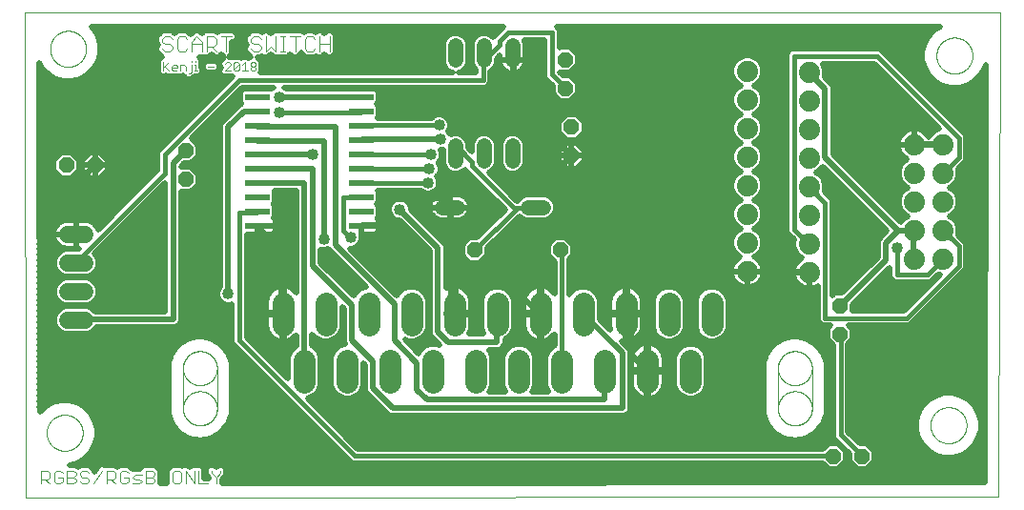
<source format=gtl>
G75*
%MOIN*%
%OFA0B0*%
%FSLAX25Y25*%
%IPPOS*%
%LPD*%
%AMOC8*
5,1,8,0,0,1.08239X$1,22.5*
%
%ADD10C,0.00000*%
%ADD11C,0.00400*%
%ADD12C,0.00300*%
%ADD13OC8,0.05200*%
%ADD14C,0.05200*%
%ADD15C,0.00009*%
%ADD16C,0.07800*%
%ADD17C,0.07400*%
%ADD18C,0.06000*%
%ADD19R,0.08661X0.02362*%
%ADD20C,0.01969*%
%ADD21C,0.04000*%
%ADD22C,0.01600*%
D10*
X0002378Y0001591D02*
X0001984Y0171394D01*
X0343008Y0171394D01*
X0342614Y0001984D01*
X0002378Y0001591D01*
X0009780Y0024346D02*
X0009782Y0024504D01*
X0009788Y0024662D01*
X0009798Y0024820D01*
X0009812Y0024978D01*
X0009830Y0025135D01*
X0009851Y0025292D01*
X0009877Y0025448D01*
X0009907Y0025604D01*
X0009940Y0025759D01*
X0009978Y0025912D01*
X0010019Y0026065D01*
X0010064Y0026217D01*
X0010113Y0026368D01*
X0010166Y0026517D01*
X0010222Y0026665D01*
X0010282Y0026811D01*
X0010346Y0026956D01*
X0010414Y0027099D01*
X0010485Y0027241D01*
X0010559Y0027381D01*
X0010637Y0027518D01*
X0010719Y0027654D01*
X0010803Y0027788D01*
X0010892Y0027919D01*
X0010983Y0028048D01*
X0011078Y0028175D01*
X0011175Y0028300D01*
X0011276Y0028422D01*
X0011380Y0028541D01*
X0011487Y0028658D01*
X0011597Y0028772D01*
X0011710Y0028883D01*
X0011825Y0028992D01*
X0011943Y0029097D01*
X0012064Y0029199D01*
X0012187Y0029299D01*
X0012313Y0029395D01*
X0012441Y0029488D01*
X0012571Y0029578D01*
X0012704Y0029664D01*
X0012839Y0029748D01*
X0012975Y0029827D01*
X0013114Y0029904D01*
X0013255Y0029976D01*
X0013397Y0030046D01*
X0013541Y0030111D01*
X0013687Y0030173D01*
X0013834Y0030231D01*
X0013983Y0030286D01*
X0014133Y0030337D01*
X0014284Y0030384D01*
X0014436Y0030427D01*
X0014589Y0030466D01*
X0014744Y0030502D01*
X0014899Y0030533D01*
X0015055Y0030561D01*
X0015211Y0030585D01*
X0015368Y0030605D01*
X0015526Y0030621D01*
X0015683Y0030633D01*
X0015842Y0030641D01*
X0016000Y0030645D01*
X0016158Y0030645D01*
X0016316Y0030641D01*
X0016475Y0030633D01*
X0016632Y0030621D01*
X0016790Y0030605D01*
X0016947Y0030585D01*
X0017103Y0030561D01*
X0017259Y0030533D01*
X0017414Y0030502D01*
X0017569Y0030466D01*
X0017722Y0030427D01*
X0017874Y0030384D01*
X0018025Y0030337D01*
X0018175Y0030286D01*
X0018324Y0030231D01*
X0018471Y0030173D01*
X0018617Y0030111D01*
X0018761Y0030046D01*
X0018903Y0029976D01*
X0019044Y0029904D01*
X0019183Y0029827D01*
X0019319Y0029748D01*
X0019454Y0029664D01*
X0019587Y0029578D01*
X0019717Y0029488D01*
X0019845Y0029395D01*
X0019971Y0029299D01*
X0020094Y0029199D01*
X0020215Y0029097D01*
X0020333Y0028992D01*
X0020448Y0028883D01*
X0020561Y0028772D01*
X0020671Y0028658D01*
X0020778Y0028541D01*
X0020882Y0028422D01*
X0020983Y0028300D01*
X0021080Y0028175D01*
X0021175Y0028048D01*
X0021266Y0027919D01*
X0021355Y0027788D01*
X0021439Y0027654D01*
X0021521Y0027518D01*
X0021599Y0027381D01*
X0021673Y0027241D01*
X0021744Y0027099D01*
X0021812Y0026956D01*
X0021876Y0026811D01*
X0021936Y0026665D01*
X0021992Y0026517D01*
X0022045Y0026368D01*
X0022094Y0026217D01*
X0022139Y0026065D01*
X0022180Y0025912D01*
X0022218Y0025759D01*
X0022251Y0025604D01*
X0022281Y0025448D01*
X0022307Y0025292D01*
X0022328Y0025135D01*
X0022346Y0024978D01*
X0022360Y0024820D01*
X0022370Y0024662D01*
X0022376Y0024504D01*
X0022378Y0024346D01*
X0022376Y0024188D01*
X0022370Y0024030D01*
X0022360Y0023872D01*
X0022346Y0023714D01*
X0022328Y0023557D01*
X0022307Y0023400D01*
X0022281Y0023244D01*
X0022251Y0023088D01*
X0022218Y0022933D01*
X0022180Y0022780D01*
X0022139Y0022627D01*
X0022094Y0022475D01*
X0022045Y0022324D01*
X0021992Y0022175D01*
X0021936Y0022027D01*
X0021876Y0021881D01*
X0021812Y0021736D01*
X0021744Y0021593D01*
X0021673Y0021451D01*
X0021599Y0021311D01*
X0021521Y0021174D01*
X0021439Y0021038D01*
X0021355Y0020904D01*
X0021266Y0020773D01*
X0021175Y0020644D01*
X0021080Y0020517D01*
X0020983Y0020392D01*
X0020882Y0020270D01*
X0020778Y0020151D01*
X0020671Y0020034D01*
X0020561Y0019920D01*
X0020448Y0019809D01*
X0020333Y0019700D01*
X0020215Y0019595D01*
X0020094Y0019493D01*
X0019971Y0019393D01*
X0019845Y0019297D01*
X0019717Y0019204D01*
X0019587Y0019114D01*
X0019454Y0019028D01*
X0019319Y0018944D01*
X0019183Y0018865D01*
X0019044Y0018788D01*
X0018903Y0018716D01*
X0018761Y0018646D01*
X0018617Y0018581D01*
X0018471Y0018519D01*
X0018324Y0018461D01*
X0018175Y0018406D01*
X0018025Y0018355D01*
X0017874Y0018308D01*
X0017722Y0018265D01*
X0017569Y0018226D01*
X0017414Y0018190D01*
X0017259Y0018159D01*
X0017103Y0018131D01*
X0016947Y0018107D01*
X0016790Y0018087D01*
X0016632Y0018071D01*
X0016475Y0018059D01*
X0016316Y0018051D01*
X0016158Y0018047D01*
X0016000Y0018047D01*
X0015842Y0018051D01*
X0015683Y0018059D01*
X0015526Y0018071D01*
X0015368Y0018087D01*
X0015211Y0018107D01*
X0015055Y0018131D01*
X0014899Y0018159D01*
X0014744Y0018190D01*
X0014589Y0018226D01*
X0014436Y0018265D01*
X0014284Y0018308D01*
X0014133Y0018355D01*
X0013983Y0018406D01*
X0013834Y0018461D01*
X0013687Y0018519D01*
X0013541Y0018581D01*
X0013397Y0018646D01*
X0013255Y0018716D01*
X0013114Y0018788D01*
X0012975Y0018865D01*
X0012839Y0018944D01*
X0012704Y0019028D01*
X0012571Y0019114D01*
X0012441Y0019204D01*
X0012313Y0019297D01*
X0012187Y0019393D01*
X0012064Y0019493D01*
X0011943Y0019595D01*
X0011825Y0019700D01*
X0011710Y0019809D01*
X0011597Y0019920D01*
X0011487Y0020034D01*
X0011380Y0020151D01*
X0011276Y0020270D01*
X0011175Y0020392D01*
X0011078Y0020517D01*
X0010983Y0020644D01*
X0010892Y0020773D01*
X0010803Y0020904D01*
X0010719Y0021038D01*
X0010637Y0021174D01*
X0010559Y0021311D01*
X0010485Y0021451D01*
X0010414Y0021593D01*
X0010346Y0021736D01*
X0010282Y0021881D01*
X0010222Y0022027D01*
X0010166Y0022175D01*
X0010113Y0022324D01*
X0010064Y0022475D01*
X0010019Y0022627D01*
X0009978Y0022780D01*
X0009940Y0022933D01*
X0009907Y0023088D01*
X0009877Y0023244D01*
X0009851Y0023400D01*
X0009830Y0023557D01*
X0009812Y0023714D01*
X0009798Y0023872D01*
X0009788Y0024030D01*
X0009782Y0024188D01*
X0009780Y0024346D01*
X0057428Y0032921D02*
X0057430Y0033075D01*
X0057436Y0033229D01*
X0057446Y0033382D01*
X0057460Y0033535D01*
X0057478Y0033688D01*
X0057499Y0033840D01*
X0057525Y0033992D01*
X0057555Y0034143D01*
X0057588Y0034293D01*
X0057626Y0034442D01*
X0057667Y0034591D01*
X0057712Y0034738D01*
X0057761Y0034884D01*
X0057814Y0035028D01*
X0057870Y0035171D01*
X0057930Y0035313D01*
X0057994Y0035453D01*
X0058061Y0035591D01*
X0058132Y0035728D01*
X0058206Y0035863D01*
X0058284Y0035995D01*
X0058365Y0036126D01*
X0058450Y0036255D01*
X0058537Y0036381D01*
X0058628Y0036505D01*
X0058723Y0036626D01*
X0058820Y0036746D01*
X0058920Y0036862D01*
X0059024Y0036976D01*
X0059130Y0037087D01*
X0059239Y0037196D01*
X0059351Y0037301D01*
X0059466Y0037404D01*
X0059583Y0037504D01*
X0059703Y0037600D01*
X0059825Y0037694D01*
X0059949Y0037784D01*
X0060076Y0037871D01*
X0060205Y0037955D01*
X0060337Y0038035D01*
X0060470Y0038112D01*
X0060605Y0038185D01*
X0060742Y0038255D01*
X0060881Y0038322D01*
X0061021Y0038384D01*
X0061163Y0038443D01*
X0061307Y0038499D01*
X0061452Y0038551D01*
X0061598Y0038598D01*
X0061745Y0038643D01*
X0061894Y0038683D01*
X0062043Y0038719D01*
X0062194Y0038752D01*
X0062345Y0038781D01*
X0062497Y0038805D01*
X0062649Y0038826D01*
X0062802Y0038843D01*
X0062955Y0038856D01*
X0063109Y0038865D01*
X0063263Y0038870D01*
X0063416Y0038871D01*
X0063570Y0038868D01*
X0063724Y0038861D01*
X0063877Y0038850D01*
X0064031Y0038835D01*
X0064183Y0038816D01*
X0064335Y0038793D01*
X0064487Y0038767D01*
X0064638Y0038736D01*
X0064788Y0038702D01*
X0064937Y0038663D01*
X0065084Y0038621D01*
X0065231Y0038575D01*
X0065377Y0038525D01*
X0065521Y0038472D01*
X0065664Y0038414D01*
X0065805Y0038353D01*
X0065945Y0038289D01*
X0066083Y0038221D01*
X0066219Y0038149D01*
X0066353Y0038074D01*
X0066485Y0037995D01*
X0066615Y0037913D01*
X0066743Y0037828D01*
X0066869Y0037739D01*
X0066992Y0037647D01*
X0067113Y0037552D01*
X0067232Y0037454D01*
X0067348Y0037353D01*
X0067461Y0037249D01*
X0067572Y0037142D01*
X0067679Y0037032D01*
X0067784Y0036919D01*
X0067886Y0036804D01*
X0067985Y0036686D01*
X0068081Y0036566D01*
X0068174Y0036443D01*
X0068263Y0036318D01*
X0068349Y0036191D01*
X0068432Y0036061D01*
X0068512Y0035929D01*
X0068588Y0035796D01*
X0068660Y0035660D01*
X0068729Y0035522D01*
X0068795Y0035383D01*
X0068857Y0035242D01*
X0068915Y0035100D01*
X0068969Y0034956D01*
X0069020Y0034811D01*
X0069067Y0034664D01*
X0069110Y0034517D01*
X0069149Y0034368D01*
X0069185Y0034218D01*
X0069216Y0034068D01*
X0069244Y0033916D01*
X0069268Y0033764D01*
X0069288Y0033612D01*
X0069304Y0033459D01*
X0069316Y0033305D01*
X0069324Y0033152D01*
X0069328Y0032998D01*
X0069328Y0032844D01*
X0069324Y0032690D01*
X0069316Y0032537D01*
X0069304Y0032383D01*
X0069288Y0032230D01*
X0069268Y0032078D01*
X0069244Y0031926D01*
X0069216Y0031774D01*
X0069185Y0031624D01*
X0069149Y0031474D01*
X0069110Y0031325D01*
X0069067Y0031178D01*
X0069020Y0031031D01*
X0068969Y0030886D01*
X0068915Y0030742D01*
X0068857Y0030600D01*
X0068795Y0030459D01*
X0068729Y0030320D01*
X0068660Y0030182D01*
X0068588Y0030046D01*
X0068512Y0029913D01*
X0068432Y0029781D01*
X0068349Y0029651D01*
X0068263Y0029524D01*
X0068174Y0029399D01*
X0068081Y0029276D01*
X0067985Y0029156D01*
X0067886Y0029038D01*
X0067784Y0028923D01*
X0067679Y0028810D01*
X0067572Y0028700D01*
X0067461Y0028593D01*
X0067348Y0028489D01*
X0067232Y0028388D01*
X0067113Y0028290D01*
X0066992Y0028195D01*
X0066869Y0028103D01*
X0066743Y0028014D01*
X0066615Y0027929D01*
X0066485Y0027847D01*
X0066353Y0027768D01*
X0066219Y0027693D01*
X0066083Y0027621D01*
X0065945Y0027553D01*
X0065805Y0027489D01*
X0065664Y0027428D01*
X0065521Y0027370D01*
X0065377Y0027317D01*
X0065231Y0027267D01*
X0065084Y0027221D01*
X0064937Y0027179D01*
X0064788Y0027140D01*
X0064638Y0027106D01*
X0064487Y0027075D01*
X0064335Y0027049D01*
X0064183Y0027026D01*
X0064031Y0027007D01*
X0063877Y0026992D01*
X0063724Y0026981D01*
X0063570Y0026974D01*
X0063416Y0026971D01*
X0063263Y0026972D01*
X0063109Y0026977D01*
X0062955Y0026986D01*
X0062802Y0026999D01*
X0062649Y0027016D01*
X0062497Y0027037D01*
X0062345Y0027061D01*
X0062194Y0027090D01*
X0062043Y0027123D01*
X0061894Y0027159D01*
X0061745Y0027199D01*
X0061598Y0027244D01*
X0061452Y0027291D01*
X0061307Y0027343D01*
X0061163Y0027399D01*
X0061021Y0027458D01*
X0060881Y0027520D01*
X0060742Y0027587D01*
X0060605Y0027657D01*
X0060470Y0027730D01*
X0060337Y0027807D01*
X0060205Y0027887D01*
X0060076Y0027971D01*
X0059949Y0028058D01*
X0059825Y0028148D01*
X0059703Y0028242D01*
X0059583Y0028338D01*
X0059466Y0028438D01*
X0059351Y0028541D01*
X0059239Y0028646D01*
X0059130Y0028755D01*
X0059024Y0028866D01*
X0058920Y0028980D01*
X0058820Y0029096D01*
X0058723Y0029216D01*
X0058628Y0029337D01*
X0058537Y0029461D01*
X0058450Y0029587D01*
X0058365Y0029716D01*
X0058284Y0029847D01*
X0058206Y0029979D01*
X0058132Y0030114D01*
X0058061Y0030251D01*
X0057994Y0030389D01*
X0057930Y0030529D01*
X0057870Y0030671D01*
X0057814Y0030814D01*
X0057761Y0030958D01*
X0057712Y0031104D01*
X0057667Y0031251D01*
X0057626Y0031400D01*
X0057588Y0031549D01*
X0057555Y0031699D01*
X0057525Y0031850D01*
X0057499Y0032002D01*
X0057478Y0032154D01*
X0057460Y0032307D01*
X0057446Y0032460D01*
X0057436Y0032613D01*
X0057430Y0032767D01*
X0057428Y0032921D01*
X0057378Y0032921D02*
X0057380Y0032768D01*
X0057386Y0032615D01*
X0057396Y0032462D01*
X0057409Y0032309D01*
X0057427Y0032157D01*
X0057448Y0032005D01*
X0057474Y0031854D01*
X0057503Y0031704D01*
X0057536Y0031554D01*
X0057573Y0031405D01*
X0057613Y0031257D01*
X0057658Y0031111D01*
X0057706Y0030965D01*
X0057758Y0030821D01*
X0057813Y0030678D01*
X0057872Y0030537D01*
X0057935Y0030397D01*
X0058001Y0030259D01*
X0058071Y0030122D01*
X0058144Y0029988D01*
X0058221Y0029855D01*
X0058301Y0029724D01*
X0058384Y0029596D01*
X0058470Y0029469D01*
X0058560Y0029345D01*
X0058653Y0029223D01*
X0058749Y0029104D01*
X0058848Y0028987D01*
X0058950Y0028872D01*
X0059055Y0028760D01*
X0059163Y0028651D01*
X0059273Y0028545D01*
X0059386Y0028442D01*
X0059502Y0028341D01*
X0059620Y0028244D01*
X0059741Y0028149D01*
X0059864Y0028058D01*
X0059989Y0027970D01*
X0060117Y0027885D01*
X0060246Y0027803D01*
X0060378Y0027725D01*
X0060512Y0027650D01*
X0060647Y0027578D01*
X0060785Y0027510D01*
X0060924Y0027446D01*
X0061064Y0027385D01*
X0061206Y0027328D01*
X0061350Y0027274D01*
X0061495Y0027224D01*
X0061641Y0027178D01*
X0061788Y0027135D01*
X0061936Y0027097D01*
X0062086Y0027062D01*
X0062236Y0027031D01*
X0062386Y0027003D01*
X0062538Y0026980D01*
X0062690Y0026961D01*
X0062842Y0026945D01*
X0062995Y0026933D01*
X0063148Y0026925D01*
X0063301Y0026921D01*
X0063455Y0026921D01*
X0063608Y0026925D01*
X0063761Y0026933D01*
X0063914Y0026945D01*
X0064066Y0026961D01*
X0064218Y0026980D01*
X0064370Y0027003D01*
X0064520Y0027031D01*
X0064670Y0027062D01*
X0064820Y0027097D01*
X0064968Y0027135D01*
X0065115Y0027178D01*
X0065261Y0027224D01*
X0065406Y0027274D01*
X0065550Y0027328D01*
X0065692Y0027385D01*
X0065832Y0027446D01*
X0065971Y0027510D01*
X0066109Y0027578D01*
X0066244Y0027650D01*
X0066378Y0027725D01*
X0066510Y0027803D01*
X0066639Y0027885D01*
X0066767Y0027970D01*
X0066892Y0028058D01*
X0067015Y0028149D01*
X0067136Y0028244D01*
X0067254Y0028341D01*
X0067370Y0028442D01*
X0067483Y0028545D01*
X0067593Y0028651D01*
X0067701Y0028760D01*
X0067806Y0028872D01*
X0067908Y0028987D01*
X0068007Y0029104D01*
X0068103Y0029223D01*
X0068196Y0029345D01*
X0068286Y0029469D01*
X0068372Y0029596D01*
X0068455Y0029724D01*
X0068535Y0029855D01*
X0068612Y0029988D01*
X0068685Y0030122D01*
X0068755Y0030259D01*
X0068821Y0030397D01*
X0068884Y0030537D01*
X0068943Y0030678D01*
X0068998Y0030821D01*
X0069050Y0030965D01*
X0069098Y0031111D01*
X0069143Y0031257D01*
X0069183Y0031405D01*
X0069220Y0031554D01*
X0069253Y0031704D01*
X0069282Y0031854D01*
X0069308Y0032005D01*
X0069329Y0032157D01*
X0069347Y0032309D01*
X0069360Y0032462D01*
X0069370Y0032615D01*
X0069376Y0032768D01*
X0069378Y0032921D01*
X0057428Y0046921D02*
X0057430Y0047075D01*
X0057436Y0047229D01*
X0057446Y0047382D01*
X0057460Y0047535D01*
X0057478Y0047688D01*
X0057499Y0047840D01*
X0057525Y0047992D01*
X0057555Y0048143D01*
X0057588Y0048293D01*
X0057626Y0048442D01*
X0057667Y0048591D01*
X0057712Y0048738D01*
X0057761Y0048884D01*
X0057814Y0049028D01*
X0057870Y0049171D01*
X0057930Y0049313D01*
X0057994Y0049453D01*
X0058061Y0049591D01*
X0058132Y0049728D01*
X0058206Y0049863D01*
X0058284Y0049995D01*
X0058365Y0050126D01*
X0058450Y0050255D01*
X0058537Y0050381D01*
X0058628Y0050505D01*
X0058723Y0050626D01*
X0058820Y0050746D01*
X0058920Y0050862D01*
X0059024Y0050976D01*
X0059130Y0051087D01*
X0059239Y0051196D01*
X0059351Y0051301D01*
X0059466Y0051404D01*
X0059583Y0051504D01*
X0059703Y0051600D01*
X0059825Y0051694D01*
X0059949Y0051784D01*
X0060076Y0051871D01*
X0060205Y0051955D01*
X0060337Y0052035D01*
X0060470Y0052112D01*
X0060605Y0052185D01*
X0060742Y0052255D01*
X0060881Y0052322D01*
X0061021Y0052384D01*
X0061163Y0052443D01*
X0061307Y0052499D01*
X0061452Y0052551D01*
X0061598Y0052598D01*
X0061745Y0052643D01*
X0061894Y0052683D01*
X0062043Y0052719D01*
X0062194Y0052752D01*
X0062345Y0052781D01*
X0062497Y0052805D01*
X0062649Y0052826D01*
X0062802Y0052843D01*
X0062955Y0052856D01*
X0063109Y0052865D01*
X0063263Y0052870D01*
X0063416Y0052871D01*
X0063570Y0052868D01*
X0063724Y0052861D01*
X0063877Y0052850D01*
X0064031Y0052835D01*
X0064183Y0052816D01*
X0064335Y0052793D01*
X0064487Y0052767D01*
X0064638Y0052736D01*
X0064788Y0052702D01*
X0064937Y0052663D01*
X0065084Y0052621D01*
X0065231Y0052575D01*
X0065377Y0052525D01*
X0065521Y0052472D01*
X0065664Y0052414D01*
X0065805Y0052353D01*
X0065945Y0052289D01*
X0066083Y0052221D01*
X0066219Y0052149D01*
X0066353Y0052074D01*
X0066485Y0051995D01*
X0066615Y0051913D01*
X0066743Y0051828D01*
X0066869Y0051739D01*
X0066992Y0051647D01*
X0067113Y0051552D01*
X0067232Y0051454D01*
X0067348Y0051353D01*
X0067461Y0051249D01*
X0067572Y0051142D01*
X0067679Y0051032D01*
X0067784Y0050919D01*
X0067886Y0050804D01*
X0067985Y0050686D01*
X0068081Y0050566D01*
X0068174Y0050443D01*
X0068263Y0050318D01*
X0068349Y0050191D01*
X0068432Y0050061D01*
X0068512Y0049929D01*
X0068588Y0049796D01*
X0068660Y0049660D01*
X0068729Y0049522D01*
X0068795Y0049383D01*
X0068857Y0049242D01*
X0068915Y0049100D01*
X0068969Y0048956D01*
X0069020Y0048811D01*
X0069067Y0048664D01*
X0069110Y0048517D01*
X0069149Y0048368D01*
X0069185Y0048218D01*
X0069216Y0048068D01*
X0069244Y0047916D01*
X0069268Y0047764D01*
X0069288Y0047612D01*
X0069304Y0047459D01*
X0069316Y0047305D01*
X0069324Y0047152D01*
X0069328Y0046998D01*
X0069328Y0046844D01*
X0069324Y0046690D01*
X0069316Y0046537D01*
X0069304Y0046383D01*
X0069288Y0046230D01*
X0069268Y0046078D01*
X0069244Y0045926D01*
X0069216Y0045774D01*
X0069185Y0045624D01*
X0069149Y0045474D01*
X0069110Y0045325D01*
X0069067Y0045178D01*
X0069020Y0045031D01*
X0068969Y0044886D01*
X0068915Y0044742D01*
X0068857Y0044600D01*
X0068795Y0044459D01*
X0068729Y0044320D01*
X0068660Y0044182D01*
X0068588Y0044046D01*
X0068512Y0043913D01*
X0068432Y0043781D01*
X0068349Y0043651D01*
X0068263Y0043524D01*
X0068174Y0043399D01*
X0068081Y0043276D01*
X0067985Y0043156D01*
X0067886Y0043038D01*
X0067784Y0042923D01*
X0067679Y0042810D01*
X0067572Y0042700D01*
X0067461Y0042593D01*
X0067348Y0042489D01*
X0067232Y0042388D01*
X0067113Y0042290D01*
X0066992Y0042195D01*
X0066869Y0042103D01*
X0066743Y0042014D01*
X0066615Y0041929D01*
X0066485Y0041847D01*
X0066353Y0041768D01*
X0066219Y0041693D01*
X0066083Y0041621D01*
X0065945Y0041553D01*
X0065805Y0041489D01*
X0065664Y0041428D01*
X0065521Y0041370D01*
X0065377Y0041317D01*
X0065231Y0041267D01*
X0065084Y0041221D01*
X0064937Y0041179D01*
X0064788Y0041140D01*
X0064638Y0041106D01*
X0064487Y0041075D01*
X0064335Y0041049D01*
X0064183Y0041026D01*
X0064031Y0041007D01*
X0063877Y0040992D01*
X0063724Y0040981D01*
X0063570Y0040974D01*
X0063416Y0040971D01*
X0063263Y0040972D01*
X0063109Y0040977D01*
X0062955Y0040986D01*
X0062802Y0040999D01*
X0062649Y0041016D01*
X0062497Y0041037D01*
X0062345Y0041061D01*
X0062194Y0041090D01*
X0062043Y0041123D01*
X0061894Y0041159D01*
X0061745Y0041199D01*
X0061598Y0041244D01*
X0061452Y0041291D01*
X0061307Y0041343D01*
X0061163Y0041399D01*
X0061021Y0041458D01*
X0060881Y0041520D01*
X0060742Y0041587D01*
X0060605Y0041657D01*
X0060470Y0041730D01*
X0060337Y0041807D01*
X0060205Y0041887D01*
X0060076Y0041971D01*
X0059949Y0042058D01*
X0059825Y0042148D01*
X0059703Y0042242D01*
X0059583Y0042338D01*
X0059466Y0042438D01*
X0059351Y0042541D01*
X0059239Y0042646D01*
X0059130Y0042755D01*
X0059024Y0042866D01*
X0058920Y0042980D01*
X0058820Y0043096D01*
X0058723Y0043216D01*
X0058628Y0043337D01*
X0058537Y0043461D01*
X0058450Y0043587D01*
X0058365Y0043716D01*
X0058284Y0043847D01*
X0058206Y0043979D01*
X0058132Y0044114D01*
X0058061Y0044251D01*
X0057994Y0044389D01*
X0057930Y0044529D01*
X0057870Y0044671D01*
X0057814Y0044814D01*
X0057761Y0044958D01*
X0057712Y0045104D01*
X0057667Y0045251D01*
X0057626Y0045400D01*
X0057588Y0045549D01*
X0057555Y0045699D01*
X0057525Y0045850D01*
X0057499Y0046002D01*
X0057478Y0046154D01*
X0057460Y0046307D01*
X0057446Y0046460D01*
X0057436Y0046613D01*
X0057430Y0046767D01*
X0057428Y0046921D01*
X0057378Y0046921D02*
X0057380Y0047074D01*
X0057386Y0047227D01*
X0057396Y0047380D01*
X0057409Y0047533D01*
X0057427Y0047685D01*
X0057448Y0047837D01*
X0057474Y0047988D01*
X0057503Y0048138D01*
X0057536Y0048288D01*
X0057573Y0048437D01*
X0057613Y0048585D01*
X0057658Y0048731D01*
X0057706Y0048877D01*
X0057758Y0049021D01*
X0057813Y0049164D01*
X0057872Y0049305D01*
X0057935Y0049445D01*
X0058001Y0049583D01*
X0058071Y0049720D01*
X0058144Y0049854D01*
X0058221Y0049987D01*
X0058301Y0050118D01*
X0058384Y0050246D01*
X0058470Y0050373D01*
X0058560Y0050497D01*
X0058653Y0050619D01*
X0058749Y0050738D01*
X0058848Y0050855D01*
X0058950Y0050970D01*
X0059055Y0051082D01*
X0059163Y0051191D01*
X0059273Y0051297D01*
X0059386Y0051400D01*
X0059502Y0051501D01*
X0059620Y0051598D01*
X0059741Y0051693D01*
X0059864Y0051784D01*
X0059989Y0051872D01*
X0060117Y0051957D01*
X0060246Y0052039D01*
X0060378Y0052117D01*
X0060512Y0052192D01*
X0060647Y0052264D01*
X0060785Y0052332D01*
X0060924Y0052396D01*
X0061064Y0052457D01*
X0061206Y0052514D01*
X0061350Y0052568D01*
X0061495Y0052618D01*
X0061641Y0052664D01*
X0061788Y0052707D01*
X0061936Y0052745D01*
X0062086Y0052780D01*
X0062236Y0052811D01*
X0062386Y0052839D01*
X0062538Y0052862D01*
X0062690Y0052881D01*
X0062842Y0052897D01*
X0062995Y0052909D01*
X0063148Y0052917D01*
X0063301Y0052921D01*
X0063455Y0052921D01*
X0063608Y0052917D01*
X0063761Y0052909D01*
X0063914Y0052897D01*
X0064066Y0052881D01*
X0064218Y0052862D01*
X0064370Y0052839D01*
X0064520Y0052811D01*
X0064670Y0052780D01*
X0064820Y0052745D01*
X0064968Y0052707D01*
X0065115Y0052664D01*
X0065261Y0052618D01*
X0065406Y0052568D01*
X0065550Y0052514D01*
X0065692Y0052457D01*
X0065832Y0052396D01*
X0065971Y0052332D01*
X0066109Y0052264D01*
X0066244Y0052192D01*
X0066378Y0052117D01*
X0066510Y0052039D01*
X0066639Y0051957D01*
X0066767Y0051872D01*
X0066892Y0051784D01*
X0067015Y0051693D01*
X0067136Y0051598D01*
X0067254Y0051501D01*
X0067370Y0051400D01*
X0067483Y0051297D01*
X0067593Y0051191D01*
X0067701Y0051082D01*
X0067806Y0050970D01*
X0067908Y0050855D01*
X0068007Y0050738D01*
X0068103Y0050619D01*
X0068196Y0050497D01*
X0068286Y0050373D01*
X0068372Y0050246D01*
X0068455Y0050118D01*
X0068535Y0049987D01*
X0068612Y0049854D01*
X0068685Y0049720D01*
X0068755Y0049583D01*
X0068821Y0049445D01*
X0068884Y0049305D01*
X0068943Y0049164D01*
X0068998Y0049021D01*
X0069050Y0048877D01*
X0069098Y0048731D01*
X0069143Y0048585D01*
X0069183Y0048437D01*
X0069220Y0048288D01*
X0069253Y0048138D01*
X0069282Y0047988D01*
X0069308Y0047837D01*
X0069329Y0047685D01*
X0069347Y0047533D01*
X0069360Y0047380D01*
X0069370Y0047227D01*
X0069376Y0047074D01*
X0069378Y0046921D01*
X0265428Y0046921D02*
X0265430Y0047075D01*
X0265436Y0047229D01*
X0265446Y0047382D01*
X0265460Y0047535D01*
X0265478Y0047688D01*
X0265499Y0047840D01*
X0265525Y0047992D01*
X0265555Y0048143D01*
X0265588Y0048293D01*
X0265626Y0048442D01*
X0265667Y0048591D01*
X0265712Y0048738D01*
X0265761Y0048884D01*
X0265814Y0049028D01*
X0265870Y0049171D01*
X0265930Y0049313D01*
X0265994Y0049453D01*
X0266061Y0049591D01*
X0266132Y0049728D01*
X0266206Y0049863D01*
X0266284Y0049995D01*
X0266365Y0050126D01*
X0266450Y0050255D01*
X0266537Y0050381D01*
X0266628Y0050505D01*
X0266723Y0050626D01*
X0266820Y0050746D01*
X0266920Y0050862D01*
X0267024Y0050976D01*
X0267130Y0051087D01*
X0267239Y0051196D01*
X0267351Y0051301D01*
X0267466Y0051404D01*
X0267583Y0051504D01*
X0267703Y0051600D01*
X0267825Y0051694D01*
X0267949Y0051784D01*
X0268076Y0051871D01*
X0268205Y0051955D01*
X0268337Y0052035D01*
X0268470Y0052112D01*
X0268605Y0052185D01*
X0268742Y0052255D01*
X0268881Y0052322D01*
X0269021Y0052384D01*
X0269163Y0052443D01*
X0269307Y0052499D01*
X0269452Y0052551D01*
X0269598Y0052598D01*
X0269745Y0052643D01*
X0269894Y0052683D01*
X0270043Y0052719D01*
X0270194Y0052752D01*
X0270345Y0052781D01*
X0270497Y0052805D01*
X0270649Y0052826D01*
X0270802Y0052843D01*
X0270955Y0052856D01*
X0271109Y0052865D01*
X0271263Y0052870D01*
X0271416Y0052871D01*
X0271570Y0052868D01*
X0271724Y0052861D01*
X0271877Y0052850D01*
X0272031Y0052835D01*
X0272183Y0052816D01*
X0272335Y0052793D01*
X0272487Y0052767D01*
X0272638Y0052736D01*
X0272788Y0052702D01*
X0272937Y0052663D01*
X0273084Y0052621D01*
X0273231Y0052575D01*
X0273377Y0052525D01*
X0273521Y0052472D01*
X0273664Y0052414D01*
X0273805Y0052353D01*
X0273945Y0052289D01*
X0274083Y0052221D01*
X0274219Y0052149D01*
X0274353Y0052074D01*
X0274485Y0051995D01*
X0274615Y0051913D01*
X0274743Y0051828D01*
X0274869Y0051739D01*
X0274992Y0051647D01*
X0275113Y0051552D01*
X0275232Y0051454D01*
X0275348Y0051353D01*
X0275461Y0051249D01*
X0275572Y0051142D01*
X0275679Y0051032D01*
X0275784Y0050919D01*
X0275886Y0050804D01*
X0275985Y0050686D01*
X0276081Y0050566D01*
X0276174Y0050443D01*
X0276263Y0050318D01*
X0276349Y0050191D01*
X0276432Y0050061D01*
X0276512Y0049929D01*
X0276588Y0049796D01*
X0276660Y0049660D01*
X0276729Y0049522D01*
X0276795Y0049383D01*
X0276857Y0049242D01*
X0276915Y0049100D01*
X0276969Y0048956D01*
X0277020Y0048811D01*
X0277067Y0048664D01*
X0277110Y0048517D01*
X0277149Y0048368D01*
X0277185Y0048218D01*
X0277216Y0048068D01*
X0277244Y0047916D01*
X0277268Y0047764D01*
X0277288Y0047612D01*
X0277304Y0047459D01*
X0277316Y0047305D01*
X0277324Y0047152D01*
X0277328Y0046998D01*
X0277328Y0046844D01*
X0277324Y0046690D01*
X0277316Y0046537D01*
X0277304Y0046383D01*
X0277288Y0046230D01*
X0277268Y0046078D01*
X0277244Y0045926D01*
X0277216Y0045774D01*
X0277185Y0045624D01*
X0277149Y0045474D01*
X0277110Y0045325D01*
X0277067Y0045178D01*
X0277020Y0045031D01*
X0276969Y0044886D01*
X0276915Y0044742D01*
X0276857Y0044600D01*
X0276795Y0044459D01*
X0276729Y0044320D01*
X0276660Y0044182D01*
X0276588Y0044046D01*
X0276512Y0043913D01*
X0276432Y0043781D01*
X0276349Y0043651D01*
X0276263Y0043524D01*
X0276174Y0043399D01*
X0276081Y0043276D01*
X0275985Y0043156D01*
X0275886Y0043038D01*
X0275784Y0042923D01*
X0275679Y0042810D01*
X0275572Y0042700D01*
X0275461Y0042593D01*
X0275348Y0042489D01*
X0275232Y0042388D01*
X0275113Y0042290D01*
X0274992Y0042195D01*
X0274869Y0042103D01*
X0274743Y0042014D01*
X0274615Y0041929D01*
X0274485Y0041847D01*
X0274353Y0041768D01*
X0274219Y0041693D01*
X0274083Y0041621D01*
X0273945Y0041553D01*
X0273805Y0041489D01*
X0273664Y0041428D01*
X0273521Y0041370D01*
X0273377Y0041317D01*
X0273231Y0041267D01*
X0273084Y0041221D01*
X0272937Y0041179D01*
X0272788Y0041140D01*
X0272638Y0041106D01*
X0272487Y0041075D01*
X0272335Y0041049D01*
X0272183Y0041026D01*
X0272031Y0041007D01*
X0271877Y0040992D01*
X0271724Y0040981D01*
X0271570Y0040974D01*
X0271416Y0040971D01*
X0271263Y0040972D01*
X0271109Y0040977D01*
X0270955Y0040986D01*
X0270802Y0040999D01*
X0270649Y0041016D01*
X0270497Y0041037D01*
X0270345Y0041061D01*
X0270194Y0041090D01*
X0270043Y0041123D01*
X0269894Y0041159D01*
X0269745Y0041199D01*
X0269598Y0041244D01*
X0269452Y0041291D01*
X0269307Y0041343D01*
X0269163Y0041399D01*
X0269021Y0041458D01*
X0268881Y0041520D01*
X0268742Y0041587D01*
X0268605Y0041657D01*
X0268470Y0041730D01*
X0268337Y0041807D01*
X0268205Y0041887D01*
X0268076Y0041971D01*
X0267949Y0042058D01*
X0267825Y0042148D01*
X0267703Y0042242D01*
X0267583Y0042338D01*
X0267466Y0042438D01*
X0267351Y0042541D01*
X0267239Y0042646D01*
X0267130Y0042755D01*
X0267024Y0042866D01*
X0266920Y0042980D01*
X0266820Y0043096D01*
X0266723Y0043216D01*
X0266628Y0043337D01*
X0266537Y0043461D01*
X0266450Y0043587D01*
X0266365Y0043716D01*
X0266284Y0043847D01*
X0266206Y0043979D01*
X0266132Y0044114D01*
X0266061Y0044251D01*
X0265994Y0044389D01*
X0265930Y0044529D01*
X0265870Y0044671D01*
X0265814Y0044814D01*
X0265761Y0044958D01*
X0265712Y0045104D01*
X0265667Y0045251D01*
X0265626Y0045400D01*
X0265588Y0045549D01*
X0265555Y0045699D01*
X0265525Y0045850D01*
X0265499Y0046002D01*
X0265478Y0046154D01*
X0265460Y0046307D01*
X0265446Y0046460D01*
X0265436Y0046613D01*
X0265430Y0046767D01*
X0265428Y0046921D01*
X0265378Y0046921D02*
X0265380Y0047074D01*
X0265386Y0047227D01*
X0265396Y0047380D01*
X0265409Y0047533D01*
X0265427Y0047685D01*
X0265448Y0047837D01*
X0265474Y0047988D01*
X0265503Y0048138D01*
X0265536Y0048288D01*
X0265573Y0048437D01*
X0265613Y0048585D01*
X0265658Y0048731D01*
X0265706Y0048877D01*
X0265758Y0049021D01*
X0265813Y0049164D01*
X0265872Y0049305D01*
X0265935Y0049445D01*
X0266001Y0049583D01*
X0266071Y0049720D01*
X0266144Y0049854D01*
X0266221Y0049987D01*
X0266301Y0050118D01*
X0266384Y0050246D01*
X0266470Y0050373D01*
X0266560Y0050497D01*
X0266653Y0050619D01*
X0266749Y0050738D01*
X0266848Y0050855D01*
X0266950Y0050970D01*
X0267055Y0051082D01*
X0267163Y0051191D01*
X0267273Y0051297D01*
X0267386Y0051400D01*
X0267502Y0051501D01*
X0267620Y0051598D01*
X0267741Y0051693D01*
X0267864Y0051784D01*
X0267989Y0051872D01*
X0268117Y0051957D01*
X0268246Y0052039D01*
X0268378Y0052117D01*
X0268512Y0052192D01*
X0268647Y0052264D01*
X0268785Y0052332D01*
X0268924Y0052396D01*
X0269064Y0052457D01*
X0269206Y0052514D01*
X0269350Y0052568D01*
X0269495Y0052618D01*
X0269641Y0052664D01*
X0269788Y0052707D01*
X0269936Y0052745D01*
X0270086Y0052780D01*
X0270236Y0052811D01*
X0270386Y0052839D01*
X0270538Y0052862D01*
X0270690Y0052881D01*
X0270842Y0052897D01*
X0270995Y0052909D01*
X0271148Y0052917D01*
X0271301Y0052921D01*
X0271455Y0052921D01*
X0271608Y0052917D01*
X0271761Y0052909D01*
X0271914Y0052897D01*
X0272066Y0052881D01*
X0272218Y0052862D01*
X0272370Y0052839D01*
X0272520Y0052811D01*
X0272670Y0052780D01*
X0272820Y0052745D01*
X0272968Y0052707D01*
X0273115Y0052664D01*
X0273261Y0052618D01*
X0273406Y0052568D01*
X0273550Y0052514D01*
X0273692Y0052457D01*
X0273832Y0052396D01*
X0273971Y0052332D01*
X0274109Y0052264D01*
X0274244Y0052192D01*
X0274378Y0052117D01*
X0274510Y0052039D01*
X0274639Y0051957D01*
X0274767Y0051872D01*
X0274892Y0051784D01*
X0275015Y0051693D01*
X0275136Y0051598D01*
X0275254Y0051501D01*
X0275370Y0051400D01*
X0275483Y0051297D01*
X0275593Y0051191D01*
X0275701Y0051082D01*
X0275806Y0050970D01*
X0275908Y0050855D01*
X0276007Y0050738D01*
X0276103Y0050619D01*
X0276196Y0050497D01*
X0276286Y0050373D01*
X0276372Y0050246D01*
X0276455Y0050118D01*
X0276535Y0049987D01*
X0276612Y0049854D01*
X0276685Y0049720D01*
X0276755Y0049583D01*
X0276821Y0049445D01*
X0276884Y0049305D01*
X0276943Y0049164D01*
X0276998Y0049021D01*
X0277050Y0048877D01*
X0277098Y0048731D01*
X0277143Y0048585D01*
X0277183Y0048437D01*
X0277220Y0048288D01*
X0277253Y0048138D01*
X0277282Y0047988D01*
X0277308Y0047837D01*
X0277329Y0047685D01*
X0277347Y0047533D01*
X0277360Y0047380D01*
X0277370Y0047227D01*
X0277376Y0047074D01*
X0277378Y0046921D01*
X0265428Y0032921D02*
X0265430Y0033075D01*
X0265436Y0033229D01*
X0265446Y0033382D01*
X0265460Y0033535D01*
X0265478Y0033688D01*
X0265499Y0033840D01*
X0265525Y0033992D01*
X0265555Y0034143D01*
X0265588Y0034293D01*
X0265626Y0034442D01*
X0265667Y0034591D01*
X0265712Y0034738D01*
X0265761Y0034884D01*
X0265814Y0035028D01*
X0265870Y0035171D01*
X0265930Y0035313D01*
X0265994Y0035453D01*
X0266061Y0035591D01*
X0266132Y0035728D01*
X0266206Y0035863D01*
X0266284Y0035995D01*
X0266365Y0036126D01*
X0266450Y0036255D01*
X0266537Y0036381D01*
X0266628Y0036505D01*
X0266723Y0036626D01*
X0266820Y0036746D01*
X0266920Y0036862D01*
X0267024Y0036976D01*
X0267130Y0037087D01*
X0267239Y0037196D01*
X0267351Y0037301D01*
X0267466Y0037404D01*
X0267583Y0037504D01*
X0267703Y0037600D01*
X0267825Y0037694D01*
X0267949Y0037784D01*
X0268076Y0037871D01*
X0268205Y0037955D01*
X0268337Y0038035D01*
X0268470Y0038112D01*
X0268605Y0038185D01*
X0268742Y0038255D01*
X0268881Y0038322D01*
X0269021Y0038384D01*
X0269163Y0038443D01*
X0269307Y0038499D01*
X0269452Y0038551D01*
X0269598Y0038598D01*
X0269745Y0038643D01*
X0269894Y0038683D01*
X0270043Y0038719D01*
X0270194Y0038752D01*
X0270345Y0038781D01*
X0270497Y0038805D01*
X0270649Y0038826D01*
X0270802Y0038843D01*
X0270955Y0038856D01*
X0271109Y0038865D01*
X0271263Y0038870D01*
X0271416Y0038871D01*
X0271570Y0038868D01*
X0271724Y0038861D01*
X0271877Y0038850D01*
X0272031Y0038835D01*
X0272183Y0038816D01*
X0272335Y0038793D01*
X0272487Y0038767D01*
X0272638Y0038736D01*
X0272788Y0038702D01*
X0272937Y0038663D01*
X0273084Y0038621D01*
X0273231Y0038575D01*
X0273377Y0038525D01*
X0273521Y0038472D01*
X0273664Y0038414D01*
X0273805Y0038353D01*
X0273945Y0038289D01*
X0274083Y0038221D01*
X0274219Y0038149D01*
X0274353Y0038074D01*
X0274485Y0037995D01*
X0274615Y0037913D01*
X0274743Y0037828D01*
X0274869Y0037739D01*
X0274992Y0037647D01*
X0275113Y0037552D01*
X0275232Y0037454D01*
X0275348Y0037353D01*
X0275461Y0037249D01*
X0275572Y0037142D01*
X0275679Y0037032D01*
X0275784Y0036919D01*
X0275886Y0036804D01*
X0275985Y0036686D01*
X0276081Y0036566D01*
X0276174Y0036443D01*
X0276263Y0036318D01*
X0276349Y0036191D01*
X0276432Y0036061D01*
X0276512Y0035929D01*
X0276588Y0035796D01*
X0276660Y0035660D01*
X0276729Y0035522D01*
X0276795Y0035383D01*
X0276857Y0035242D01*
X0276915Y0035100D01*
X0276969Y0034956D01*
X0277020Y0034811D01*
X0277067Y0034664D01*
X0277110Y0034517D01*
X0277149Y0034368D01*
X0277185Y0034218D01*
X0277216Y0034068D01*
X0277244Y0033916D01*
X0277268Y0033764D01*
X0277288Y0033612D01*
X0277304Y0033459D01*
X0277316Y0033305D01*
X0277324Y0033152D01*
X0277328Y0032998D01*
X0277328Y0032844D01*
X0277324Y0032690D01*
X0277316Y0032537D01*
X0277304Y0032383D01*
X0277288Y0032230D01*
X0277268Y0032078D01*
X0277244Y0031926D01*
X0277216Y0031774D01*
X0277185Y0031624D01*
X0277149Y0031474D01*
X0277110Y0031325D01*
X0277067Y0031178D01*
X0277020Y0031031D01*
X0276969Y0030886D01*
X0276915Y0030742D01*
X0276857Y0030600D01*
X0276795Y0030459D01*
X0276729Y0030320D01*
X0276660Y0030182D01*
X0276588Y0030046D01*
X0276512Y0029913D01*
X0276432Y0029781D01*
X0276349Y0029651D01*
X0276263Y0029524D01*
X0276174Y0029399D01*
X0276081Y0029276D01*
X0275985Y0029156D01*
X0275886Y0029038D01*
X0275784Y0028923D01*
X0275679Y0028810D01*
X0275572Y0028700D01*
X0275461Y0028593D01*
X0275348Y0028489D01*
X0275232Y0028388D01*
X0275113Y0028290D01*
X0274992Y0028195D01*
X0274869Y0028103D01*
X0274743Y0028014D01*
X0274615Y0027929D01*
X0274485Y0027847D01*
X0274353Y0027768D01*
X0274219Y0027693D01*
X0274083Y0027621D01*
X0273945Y0027553D01*
X0273805Y0027489D01*
X0273664Y0027428D01*
X0273521Y0027370D01*
X0273377Y0027317D01*
X0273231Y0027267D01*
X0273084Y0027221D01*
X0272937Y0027179D01*
X0272788Y0027140D01*
X0272638Y0027106D01*
X0272487Y0027075D01*
X0272335Y0027049D01*
X0272183Y0027026D01*
X0272031Y0027007D01*
X0271877Y0026992D01*
X0271724Y0026981D01*
X0271570Y0026974D01*
X0271416Y0026971D01*
X0271263Y0026972D01*
X0271109Y0026977D01*
X0270955Y0026986D01*
X0270802Y0026999D01*
X0270649Y0027016D01*
X0270497Y0027037D01*
X0270345Y0027061D01*
X0270194Y0027090D01*
X0270043Y0027123D01*
X0269894Y0027159D01*
X0269745Y0027199D01*
X0269598Y0027244D01*
X0269452Y0027291D01*
X0269307Y0027343D01*
X0269163Y0027399D01*
X0269021Y0027458D01*
X0268881Y0027520D01*
X0268742Y0027587D01*
X0268605Y0027657D01*
X0268470Y0027730D01*
X0268337Y0027807D01*
X0268205Y0027887D01*
X0268076Y0027971D01*
X0267949Y0028058D01*
X0267825Y0028148D01*
X0267703Y0028242D01*
X0267583Y0028338D01*
X0267466Y0028438D01*
X0267351Y0028541D01*
X0267239Y0028646D01*
X0267130Y0028755D01*
X0267024Y0028866D01*
X0266920Y0028980D01*
X0266820Y0029096D01*
X0266723Y0029216D01*
X0266628Y0029337D01*
X0266537Y0029461D01*
X0266450Y0029587D01*
X0266365Y0029716D01*
X0266284Y0029847D01*
X0266206Y0029979D01*
X0266132Y0030114D01*
X0266061Y0030251D01*
X0265994Y0030389D01*
X0265930Y0030529D01*
X0265870Y0030671D01*
X0265814Y0030814D01*
X0265761Y0030958D01*
X0265712Y0031104D01*
X0265667Y0031251D01*
X0265626Y0031400D01*
X0265588Y0031549D01*
X0265555Y0031699D01*
X0265525Y0031850D01*
X0265499Y0032002D01*
X0265478Y0032154D01*
X0265460Y0032307D01*
X0265446Y0032460D01*
X0265436Y0032613D01*
X0265430Y0032767D01*
X0265428Y0032921D01*
X0265378Y0032921D02*
X0265380Y0032768D01*
X0265386Y0032615D01*
X0265396Y0032462D01*
X0265409Y0032309D01*
X0265427Y0032157D01*
X0265448Y0032005D01*
X0265474Y0031854D01*
X0265503Y0031704D01*
X0265536Y0031554D01*
X0265573Y0031405D01*
X0265613Y0031257D01*
X0265658Y0031111D01*
X0265706Y0030965D01*
X0265758Y0030821D01*
X0265813Y0030678D01*
X0265872Y0030537D01*
X0265935Y0030397D01*
X0266001Y0030259D01*
X0266071Y0030122D01*
X0266144Y0029988D01*
X0266221Y0029855D01*
X0266301Y0029724D01*
X0266384Y0029596D01*
X0266470Y0029469D01*
X0266560Y0029345D01*
X0266653Y0029223D01*
X0266749Y0029104D01*
X0266848Y0028987D01*
X0266950Y0028872D01*
X0267055Y0028760D01*
X0267163Y0028651D01*
X0267273Y0028545D01*
X0267386Y0028442D01*
X0267502Y0028341D01*
X0267620Y0028244D01*
X0267741Y0028149D01*
X0267864Y0028058D01*
X0267989Y0027970D01*
X0268117Y0027885D01*
X0268246Y0027803D01*
X0268378Y0027725D01*
X0268512Y0027650D01*
X0268647Y0027578D01*
X0268785Y0027510D01*
X0268924Y0027446D01*
X0269064Y0027385D01*
X0269206Y0027328D01*
X0269350Y0027274D01*
X0269495Y0027224D01*
X0269641Y0027178D01*
X0269788Y0027135D01*
X0269936Y0027097D01*
X0270086Y0027062D01*
X0270236Y0027031D01*
X0270386Y0027003D01*
X0270538Y0026980D01*
X0270690Y0026961D01*
X0270842Y0026945D01*
X0270995Y0026933D01*
X0271148Y0026925D01*
X0271301Y0026921D01*
X0271455Y0026921D01*
X0271608Y0026925D01*
X0271761Y0026933D01*
X0271914Y0026945D01*
X0272066Y0026961D01*
X0272218Y0026980D01*
X0272370Y0027003D01*
X0272520Y0027031D01*
X0272670Y0027062D01*
X0272820Y0027097D01*
X0272968Y0027135D01*
X0273115Y0027178D01*
X0273261Y0027224D01*
X0273406Y0027274D01*
X0273550Y0027328D01*
X0273692Y0027385D01*
X0273832Y0027446D01*
X0273971Y0027510D01*
X0274109Y0027578D01*
X0274244Y0027650D01*
X0274378Y0027725D01*
X0274510Y0027803D01*
X0274639Y0027885D01*
X0274767Y0027970D01*
X0274892Y0028058D01*
X0275015Y0028149D01*
X0275136Y0028244D01*
X0275254Y0028341D01*
X0275370Y0028442D01*
X0275483Y0028545D01*
X0275593Y0028651D01*
X0275701Y0028760D01*
X0275806Y0028872D01*
X0275908Y0028987D01*
X0276007Y0029104D01*
X0276103Y0029223D01*
X0276196Y0029345D01*
X0276286Y0029469D01*
X0276372Y0029596D01*
X0276455Y0029724D01*
X0276535Y0029855D01*
X0276612Y0029988D01*
X0276685Y0030122D01*
X0276755Y0030259D01*
X0276821Y0030397D01*
X0276884Y0030537D01*
X0276943Y0030678D01*
X0276998Y0030821D01*
X0277050Y0030965D01*
X0277098Y0031111D01*
X0277143Y0031257D01*
X0277183Y0031405D01*
X0277220Y0031554D01*
X0277253Y0031704D01*
X0277282Y0031854D01*
X0277308Y0032005D01*
X0277329Y0032157D01*
X0277347Y0032309D01*
X0277360Y0032462D01*
X0277370Y0032615D01*
X0277376Y0032768D01*
X0277378Y0032921D01*
X0318756Y0026984D02*
X0318758Y0027142D01*
X0318764Y0027300D01*
X0318774Y0027458D01*
X0318788Y0027616D01*
X0318806Y0027773D01*
X0318827Y0027930D01*
X0318853Y0028086D01*
X0318883Y0028242D01*
X0318916Y0028397D01*
X0318954Y0028550D01*
X0318995Y0028703D01*
X0319040Y0028855D01*
X0319089Y0029006D01*
X0319142Y0029155D01*
X0319198Y0029303D01*
X0319258Y0029449D01*
X0319322Y0029594D01*
X0319390Y0029737D01*
X0319461Y0029879D01*
X0319535Y0030019D01*
X0319613Y0030156D01*
X0319695Y0030292D01*
X0319779Y0030426D01*
X0319868Y0030557D01*
X0319959Y0030686D01*
X0320054Y0030813D01*
X0320151Y0030938D01*
X0320252Y0031060D01*
X0320356Y0031179D01*
X0320463Y0031296D01*
X0320573Y0031410D01*
X0320686Y0031521D01*
X0320801Y0031630D01*
X0320919Y0031735D01*
X0321040Y0031837D01*
X0321163Y0031937D01*
X0321289Y0032033D01*
X0321417Y0032126D01*
X0321547Y0032216D01*
X0321680Y0032302D01*
X0321815Y0032386D01*
X0321951Y0032465D01*
X0322090Y0032542D01*
X0322231Y0032614D01*
X0322373Y0032684D01*
X0322517Y0032749D01*
X0322663Y0032811D01*
X0322810Y0032869D01*
X0322959Y0032924D01*
X0323109Y0032975D01*
X0323260Y0033022D01*
X0323412Y0033065D01*
X0323565Y0033104D01*
X0323720Y0033140D01*
X0323875Y0033171D01*
X0324031Y0033199D01*
X0324187Y0033223D01*
X0324344Y0033243D01*
X0324502Y0033259D01*
X0324659Y0033271D01*
X0324818Y0033279D01*
X0324976Y0033283D01*
X0325134Y0033283D01*
X0325292Y0033279D01*
X0325451Y0033271D01*
X0325608Y0033259D01*
X0325766Y0033243D01*
X0325923Y0033223D01*
X0326079Y0033199D01*
X0326235Y0033171D01*
X0326390Y0033140D01*
X0326545Y0033104D01*
X0326698Y0033065D01*
X0326850Y0033022D01*
X0327001Y0032975D01*
X0327151Y0032924D01*
X0327300Y0032869D01*
X0327447Y0032811D01*
X0327593Y0032749D01*
X0327737Y0032684D01*
X0327879Y0032614D01*
X0328020Y0032542D01*
X0328159Y0032465D01*
X0328295Y0032386D01*
X0328430Y0032302D01*
X0328563Y0032216D01*
X0328693Y0032126D01*
X0328821Y0032033D01*
X0328947Y0031937D01*
X0329070Y0031837D01*
X0329191Y0031735D01*
X0329309Y0031630D01*
X0329424Y0031521D01*
X0329537Y0031410D01*
X0329647Y0031296D01*
X0329754Y0031179D01*
X0329858Y0031060D01*
X0329959Y0030938D01*
X0330056Y0030813D01*
X0330151Y0030686D01*
X0330242Y0030557D01*
X0330331Y0030426D01*
X0330415Y0030292D01*
X0330497Y0030156D01*
X0330575Y0030019D01*
X0330649Y0029879D01*
X0330720Y0029737D01*
X0330788Y0029594D01*
X0330852Y0029449D01*
X0330912Y0029303D01*
X0330968Y0029155D01*
X0331021Y0029006D01*
X0331070Y0028855D01*
X0331115Y0028703D01*
X0331156Y0028550D01*
X0331194Y0028397D01*
X0331227Y0028242D01*
X0331257Y0028086D01*
X0331283Y0027930D01*
X0331304Y0027773D01*
X0331322Y0027616D01*
X0331336Y0027458D01*
X0331346Y0027300D01*
X0331352Y0027142D01*
X0331354Y0026984D01*
X0331352Y0026826D01*
X0331346Y0026668D01*
X0331336Y0026510D01*
X0331322Y0026352D01*
X0331304Y0026195D01*
X0331283Y0026038D01*
X0331257Y0025882D01*
X0331227Y0025726D01*
X0331194Y0025571D01*
X0331156Y0025418D01*
X0331115Y0025265D01*
X0331070Y0025113D01*
X0331021Y0024962D01*
X0330968Y0024813D01*
X0330912Y0024665D01*
X0330852Y0024519D01*
X0330788Y0024374D01*
X0330720Y0024231D01*
X0330649Y0024089D01*
X0330575Y0023949D01*
X0330497Y0023812D01*
X0330415Y0023676D01*
X0330331Y0023542D01*
X0330242Y0023411D01*
X0330151Y0023282D01*
X0330056Y0023155D01*
X0329959Y0023030D01*
X0329858Y0022908D01*
X0329754Y0022789D01*
X0329647Y0022672D01*
X0329537Y0022558D01*
X0329424Y0022447D01*
X0329309Y0022338D01*
X0329191Y0022233D01*
X0329070Y0022131D01*
X0328947Y0022031D01*
X0328821Y0021935D01*
X0328693Y0021842D01*
X0328563Y0021752D01*
X0328430Y0021666D01*
X0328295Y0021582D01*
X0328159Y0021503D01*
X0328020Y0021426D01*
X0327879Y0021354D01*
X0327737Y0021284D01*
X0327593Y0021219D01*
X0327447Y0021157D01*
X0327300Y0021099D01*
X0327151Y0021044D01*
X0327001Y0020993D01*
X0326850Y0020946D01*
X0326698Y0020903D01*
X0326545Y0020864D01*
X0326390Y0020828D01*
X0326235Y0020797D01*
X0326079Y0020769D01*
X0325923Y0020745D01*
X0325766Y0020725D01*
X0325608Y0020709D01*
X0325451Y0020697D01*
X0325292Y0020689D01*
X0325134Y0020685D01*
X0324976Y0020685D01*
X0324818Y0020689D01*
X0324659Y0020697D01*
X0324502Y0020709D01*
X0324344Y0020725D01*
X0324187Y0020745D01*
X0324031Y0020769D01*
X0323875Y0020797D01*
X0323720Y0020828D01*
X0323565Y0020864D01*
X0323412Y0020903D01*
X0323260Y0020946D01*
X0323109Y0020993D01*
X0322959Y0021044D01*
X0322810Y0021099D01*
X0322663Y0021157D01*
X0322517Y0021219D01*
X0322373Y0021284D01*
X0322231Y0021354D01*
X0322090Y0021426D01*
X0321951Y0021503D01*
X0321815Y0021582D01*
X0321680Y0021666D01*
X0321547Y0021752D01*
X0321417Y0021842D01*
X0321289Y0021935D01*
X0321163Y0022031D01*
X0321040Y0022131D01*
X0320919Y0022233D01*
X0320801Y0022338D01*
X0320686Y0022447D01*
X0320573Y0022558D01*
X0320463Y0022672D01*
X0320356Y0022789D01*
X0320252Y0022908D01*
X0320151Y0023030D01*
X0320054Y0023155D01*
X0319959Y0023282D01*
X0319868Y0023411D01*
X0319779Y0023542D01*
X0319695Y0023676D01*
X0319613Y0023812D01*
X0319535Y0023949D01*
X0319461Y0024089D01*
X0319390Y0024231D01*
X0319322Y0024374D01*
X0319258Y0024519D01*
X0319198Y0024665D01*
X0319142Y0024813D01*
X0319089Y0024962D01*
X0319040Y0025113D01*
X0318995Y0025265D01*
X0318954Y0025418D01*
X0318916Y0025571D01*
X0318883Y0025726D01*
X0318853Y0025882D01*
X0318827Y0026038D01*
X0318806Y0026195D01*
X0318788Y0026352D01*
X0318774Y0026510D01*
X0318764Y0026668D01*
X0318758Y0026826D01*
X0318756Y0026984D01*
X0320843Y0156236D02*
X0320845Y0156394D01*
X0320851Y0156552D01*
X0320861Y0156710D01*
X0320875Y0156868D01*
X0320893Y0157025D01*
X0320914Y0157182D01*
X0320940Y0157338D01*
X0320970Y0157494D01*
X0321003Y0157649D01*
X0321041Y0157802D01*
X0321082Y0157955D01*
X0321127Y0158107D01*
X0321176Y0158258D01*
X0321229Y0158407D01*
X0321285Y0158555D01*
X0321345Y0158701D01*
X0321409Y0158846D01*
X0321477Y0158989D01*
X0321548Y0159131D01*
X0321622Y0159271D01*
X0321700Y0159408D01*
X0321782Y0159544D01*
X0321866Y0159678D01*
X0321955Y0159809D01*
X0322046Y0159938D01*
X0322141Y0160065D01*
X0322238Y0160190D01*
X0322339Y0160312D01*
X0322443Y0160431D01*
X0322550Y0160548D01*
X0322660Y0160662D01*
X0322773Y0160773D01*
X0322888Y0160882D01*
X0323006Y0160987D01*
X0323127Y0161089D01*
X0323250Y0161189D01*
X0323376Y0161285D01*
X0323504Y0161378D01*
X0323634Y0161468D01*
X0323767Y0161554D01*
X0323902Y0161638D01*
X0324038Y0161717D01*
X0324177Y0161794D01*
X0324318Y0161866D01*
X0324460Y0161936D01*
X0324604Y0162001D01*
X0324750Y0162063D01*
X0324897Y0162121D01*
X0325046Y0162176D01*
X0325196Y0162227D01*
X0325347Y0162274D01*
X0325499Y0162317D01*
X0325652Y0162356D01*
X0325807Y0162392D01*
X0325962Y0162423D01*
X0326118Y0162451D01*
X0326274Y0162475D01*
X0326431Y0162495D01*
X0326589Y0162511D01*
X0326746Y0162523D01*
X0326905Y0162531D01*
X0327063Y0162535D01*
X0327221Y0162535D01*
X0327379Y0162531D01*
X0327538Y0162523D01*
X0327695Y0162511D01*
X0327853Y0162495D01*
X0328010Y0162475D01*
X0328166Y0162451D01*
X0328322Y0162423D01*
X0328477Y0162392D01*
X0328632Y0162356D01*
X0328785Y0162317D01*
X0328937Y0162274D01*
X0329088Y0162227D01*
X0329238Y0162176D01*
X0329387Y0162121D01*
X0329534Y0162063D01*
X0329680Y0162001D01*
X0329824Y0161936D01*
X0329966Y0161866D01*
X0330107Y0161794D01*
X0330246Y0161717D01*
X0330382Y0161638D01*
X0330517Y0161554D01*
X0330650Y0161468D01*
X0330780Y0161378D01*
X0330908Y0161285D01*
X0331034Y0161189D01*
X0331157Y0161089D01*
X0331278Y0160987D01*
X0331396Y0160882D01*
X0331511Y0160773D01*
X0331624Y0160662D01*
X0331734Y0160548D01*
X0331841Y0160431D01*
X0331945Y0160312D01*
X0332046Y0160190D01*
X0332143Y0160065D01*
X0332238Y0159938D01*
X0332329Y0159809D01*
X0332418Y0159678D01*
X0332502Y0159544D01*
X0332584Y0159408D01*
X0332662Y0159271D01*
X0332736Y0159131D01*
X0332807Y0158989D01*
X0332875Y0158846D01*
X0332939Y0158701D01*
X0332999Y0158555D01*
X0333055Y0158407D01*
X0333108Y0158258D01*
X0333157Y0158107D01*
X0333202Y0157955D01*
X0333243Y0157802D01*
X0333281Y0157649D01*
X0333314Y0157494D01*
X0333344Y0157338D01*
X0333370Y0157182D01*
X0333391Y0157025D01*
X0333409Y0156868D01*
X0333423Y0156710D01*
X0333433Y0156552D01*
X0333439Y0156394D01*
X0333441Y0156236D01*
X0333439Y0156078D01*
X0333433Y0155920D01*
X0333423Y0155762D01*
X0333409Y0155604D01*
X0333391Y0155447D01*
X0333370Y0155290D01*
X0333344Y0155134D01*
X0333314Y0154978D01*
X0333281Y0154823D01*
X0333243Y0154670D01*
X0333202Y0154517D01*
X0333157Y0154365D01*
X0333108Y0154214D01*
X0333055Y0154065D01*
X0332999Y0153917D01*
X0332939Y0153771D01*
X0332875Y0153626D01*
X0332807Y0153483D01*
X0332736Y0153341D01*
X0332662Y0153201D01*
X0332584Y0153064D01*
X0332502Y0152928D01*
X0332418Y0152794D01*
X0332329Y0152663D01*
X0332238Y0152534D01*
X0332143Y0152407D01*
X0332046Y0152282D01*
X0331945Y0152160D01*
X0331841Y0152041D01*
X0331734Y0151924D01*
X0331624Y0151810D01*
X0331511Y0151699D01*
X0331396Y0151590D01*
X0331278Y0151485D01*
X0331157Y0151383D01*
X0331034Y0151283D01*
X0330908Y0151187D01*
X0330780Y0151094D01*
X0330650Y0151004D01*
X0330517Y0150918D01*
X0330382Y0150834D01*
X0330246Y0150755D01*
X0330107Y0150678D01*
X0329966Y0150606D01*
X0329824Y0150536D01*
X0329680Y0150471D01*
X0329534Y0150409D01*
X0329387Y0150351D01*
X0329238Y0150296D01*
X0329088Y0150245D01*
X0328937Y0150198D01*
X0328785Y0150155D01*
X0328632Y0150116D01*
X0328477Y0150080D01*
X0328322Y0150049D01*
X0328166Y0150021D01*
X0328010Y0149997D01*
X0327853Y0149977D01*
X0327695Y0149961D01*
X0327538Y0149949D01*
X0327379Y0149941D01*
X0327221Y0149937D01*
X0327063Y0149937D01*
X0326905Y0149941D01*
X0326746Y0149949D01*
X0326589Y0149961D01*
X0326431Y0149977D01*
X0326274Y0149997D01*
X0326118Y0150021D01*
X0325962Y0150049D01*
X0325807Y0150080D01*
X0325652Y0150116D01*
X0325499Y0150155D01*
X0325347Y0150198D01*
X0325196Y0150245D01*
X0325046Y0150296D01*
X0324897Y0150351D01*
X0324750Y0150409D01*
X0324604Y0150471D01*
X0324460Y0150536D01*
X0324318Y0150606D01*
X0324177Y0150678D01*
X0324038Y0150755D01*
X0323902Y0150834D01*
X0323767Y0150918D01*
X0323634Y0151004D01*
X0323504Y0151094D01*
X0323376Y0151187D01*
X0323250Y0151283D01*
X0323127Y0151383D01*
X0323006Y0151485D01*
X0322888Y0151590D01*
X0322773Y0151699D01*
X0322660Y0151810D01*
X0322550Y0151924D01*
X0322443Y0152041D01*
X0322339Y0152160D01*
X0322238Y0152282D01*
X0322141Y0152407D01*
X0322046Y0152534D01*
X0321955Y0152663D01*
X0321866Y0152794D01*
X0321782Y0152928D01*
X0321700Y0153064D01*
X0321622Y0153201D01*
X0321548Y0153341D01*
X0321477Y0153483D01*
X0321409Y0153626D01*
X0321345Y0153771D01*
X0321285Y0153917D01*
X0321229Y0154065D01*
X0321176Y0154214D01*
X0321127Y0154365D01*
X0321082Y0154517D01*
X0321041Y0154670D01*
X0321003Y0154823D01*
X0320970Y0154978D01*
X0320940Y0155134D01*
X0320914Y0155290D01*
X0320893Y0155447D01*
X0320875Y0155604D01*
X0320861Y0155762D01*
X0320851Y0155920D01*
X0320845Y0156078D01*
X0320843Y0156236D01*
X0010961Y0158598D02*
X0010963Y0158756D01*
X0010969Y0158914D01*
X0010979Y0159072D01*
X0010993Y0159230D01*
X0011011Y0159387D01*
X0011032Y0159544D01*
X0011058Y0159700D01*
X0011088Y0159856D01*
X0011121Y0160011D01*
X0011159Y0160164D01*
X0011200Y0160317D01*
X0011245Y0160469D01*
X0011294Y0160620D01*
X0011347Y0160769D01*
X0011403Y0160917D01*
X0011463Y0161063D01*
X0011527Y0161208D01*
X0011595Y0161351D01*
X0011666Y0161493D01*
X0011740Y0161633D01*
X0011818Y0161770D01*
X0011900Y0161906D01*
X0011984Y0162040D01*
X0012073Y0162171D01*
X0012164Y0162300D01*
X0012259Y0162427D01*
X0012356Y0162552D01*
X0012457Y0162674D01*
X0012561Y0162793D01*
X0012668Y0162910D01*
X0012778Y0163024D01*
X0012891Y0163135D01*
X0013006Y0163244D01*
X0013124Y0163349D01*
X0013245Y0163451D01*
X0013368Y0163551D01*
X0013494Y0163647D01*
X0013622Y0163740D01*
X0013752Y0163830D01*
X0013885Y0163916D01*
X0014020Y0164000D01*
X0014156Y0164079D01*
X0014295Y0164156D01*
X0014436Y0164228D01*
X0014578Y0164298D01*
X0014722Y0164363D01*
X0014868Y0164425D01*
X0015015Y0164483D01*
X0015164Y0164538D01*
X0015314Y0164589D01*
X0015465Y0164636D01*
X0015617Y0164679D01*
X0015770Y0164718D01*
X0015925Y0164754D01*
X0016080Y0164785D01*
X0016236Y0164813D01*
X0016392Y0164837D01*
X0016549Y0164857D01*
X0016707Y0164873D01*
X0016864Y0164885D01*
X0017023Y0164893D01*
X0017181Y0164897D01*
X0017339Y0164897D01*
X0017497Y0164893D01*
X0017656Y0164885D01*
X0017813Y0164873D01*
X0017971Y0164857D01*
X0018128Y0164837D01*
X0018284Y0164813D01*
X0018440Y0164785D01*
X0018595Y0164754D01*
X0018750Y0164718D01*
X0018903Y0164679D01*
X0019055Y0164636D01*
X0019206Y0164589D01*
X0019356Y0164538D01*
X0019505Y0164483D01*
X0019652Y0164425D01*
X0019798Y0164363D01*
X0019942Y0164298D01*
X0020084Y0164228D01*
X0020225Y0164156D01*
X0020364Y0164079D01*
X0020500Y0164000D01*
X0020635Y0163916D01*
X0020768Y0163830D01*
X0020898Y0163740D01*
X0021026Y0163647D01*
X0021152Y0163551D01*
X0021275Y0163451D01*
X0021396Y0163349D01*
X0021514Y0163244D01*
X0021629Y0163135D01*
X0021742Y0163024D01*
X0021852Y0162910D01*
X0021959Y0162793D01*
X0022063Y0162674D01*
X0022164Y0162552D01*
X0022261Y0162427D01*
X0022356Y0162300D01*
X0022447Y0162171D01*
X0022536Y0162040D01*
X0022620Y0161906D01*
X0022702Y0161770D01*
X0022780Y0161633D01*
X0022854Y0161493D01*
X0022925Y0161351D01*
X0022993Y0161208D01*
X0023057Y0161063D01*
X0023117Y0160917D01*
X0023173Y0160769D01*
X0023226Y0160620D01*
X0023275Y0160469D01*
X0023320Y0160317D01*
X0023361Y0160164D01*
X0023399Y0160011D01*
X0023432Y0159856D01*
X0023462Y0159700D01*
X0023488Y0159544D01*
X0023509Y0159387D01*
X0023527Y0159230D01*
X0023541Y0159072D01*
X0023551Y0158914D01*
X0023557Y0158756D01*
X0023559Y0158598D01*
X0023557Y0158440D01*
X0023551Y0158282D01*
X0023541Y0158124D01*
X0023527Y0157966D01*
X0023509Y0157809D01*
X0023488Y0157652D01*
X0023462Y0157496D01*
X0023432Y0157340D01*
X0023399Y0157185D01*
X0023361Y0157032D01*
X0023320Y0156879D01*
X0023275Y0156727D01*
X0023226Y0156576D01*
X0023173Y0156427D01*
X0023117Y0156279D01*
X0023057Y0156133D01*
X0022993Y0155988D01*
X0022925Y0155845D01*
X0022854Y0155703D01*
X0022780Y0155563D01*
X0022702Y0155426D01*
X0022620Y0155290D01*
X0022536Y0155156D01*
X0022447Y0155025D01*
X0022356Y0154896D01*
X0022261Y0154769D01*
X0022164Y0154644D01*
X0022063Y0154522D01*
X0021959Y0154403D01*
X0021852Y0154286D01*
X0021742Y0154172D01*
X0021629Y0154061D01*
X0021514Y0153952D01*
X0021396Y0153847D01*
X0021275Y0153745D01*
X0021152Y0153645D01*
X0021026Y0153549D01*
X0020898Y0153456D01*
X0020768Y0153366D01*
X0020635Y0153280D01*
X0020500Y0153196D01*
X0020364Y0153117D01*
X0020225Y0153040D01*
X0020084Y0152968D01*
X0019942Y0152898D01*
X0019798Y0152833D01*
X0019652Y0152771D01*
X0019505Y0152713D01*
X0019356Y0152658D01*
X0019206Y0152607D01*
X0019055Y0152560D01*
X0018903Y0152517D01*
X0018750Y0152478D01*
X0018595Y0152442D01*
X0018440Y0152411D01*
X0018284Y0152383D01*
X0018128Y0152359D01*
X0017971Y0152339D01*
X0017813Y0152323D01*
X0017656Y0152311D01*
X0017497Y0152303D01*
X0017339Y0152299D01*
X0017181Y0152299D01*
X0017023Y0152303D01*
X0016864Y0152311D01*
X0016707Y0152323D01*
X0016549Y0152339D01*
X0016392Y0152359D01*
X0016236Y0152383D01*
X0016080Y0152411D01*
X0015925Y0152442D01*
X0015770Y0152478D01*
X0015617Y0152517D01*
X0015465Y0152560D01*
X0015314Y0152607D01*
X0015164Y0152658D01*
X0015015Y0152713D01*
X0014868Y0152771D01*
X0014722Y0152833D01*
X0014578Y0152898D01*
X0014436Y0152968D01*
X0014295Y0153040D01*
X0014156Y0153117D01*
X0014020Y0153196D01*
X0013885Y0153280D01*
X0013752Y0153366D01*
X0013622Y0153456D01*
X0013494Y0153549D01*
X0013368Y0153645D01*
X0013245Y0153745D01*
X0013124Y0153847D01*
X0013006Y0153952D01*
X0012891Y0154061D01*
X0012778Y0154172D01*
X0012668Y0154286D01*
X0012561Y0154403D01*
X0012457Y0154522D01*
X0012356Y0154644D01*
X0012259Y0154769D01*
X0012164Y0154896D01*
X0012073Y0155025D01*
X0011984Y0155156D01*
X0011900Y0155290D01*
X0011818Y0155426D01*
X0011740Y0155563D01*
X0011666Y0155703D01*
X0011595Y0155845D01*
X0011527Y0155988D01*
X0011463Y0156133D01*
X0011403Y0156279D01*
X0011347Y0156427D01*
X0011294Y0156576D01*
X0011245Y0156727D01*
X0011200Y0156879D01*
X0011159Y0157032D01*
X0011121Y0157185D01*
X0011088Y0157340D01*
X0011058Y0157496D01*
X0011032Y0157652D01*
X0011011Y0157809D01*
X0010993Y0157966D01*
X0010979Y0158124D01*
X0010969Y0158282D01*
X0010963Y0158440D01*
X0010961Y0158598D01*
D11*
X0050216Y0158563D02*
X0051083Y0157696D01*
X0052818Y0157696D01*
X0053685Y0158563D01*
X0053685Y0159431D01*
X0052818Y0160298D01*
X0051083Y0160298D01*
X0050216Y0161166D01*
X0050216Y0162033D01*
X0051083Y0162901D01*
X0052818Y0162901D01*
X0053685Y0162033D01*
X0055372Y0162033D02*
X0056240Y0162901D01*
X0057974Y0162901D01*
X0058842Y0162033D01*
X0060529Y0161166D02*
X0062263Y0162901D01*
X0063998Y0161166D01*
X0063998Y0157696D01*
X0065685Y0157696D02*
X0065685Y0162901D01*
X0068287Y0162901D01*
X0069155Y0162033D01*
X0069155Y0160298D01*
X0068287Y0159431D01*
X0065685Y0159431D01*
X0067420Y0159431D02*
X0069155Y0157696D01*
X0072576Y0157696D02*
X0072576Y0162901D01*
X0070841Y0162901D02*
X0074311Y0162901D01*
X0081154Y0162033D02*
X0081154Y0161166D01*
X0082022Y0160298D01*
X0083756Y0160298D01*
X0084624Y0159431D01*
X0084624Y0158563D01*
X0083756Y0157696D01*
X0082022Y0157696D01*
X0081154Y0158563D01*
X0081154Y0162033D02*
X0082022Y0162901D01*
X0083756Y0162901D01*
X0084624Y0162033D01*
X0086311Y0162901D02*
X0086311Y0157696D01*
X0088045Y0159431D01*
X0089780Y0157696D01*
X0089780Y0162901D01*
X0091467Y0162901D02*
X0093202Y0162901D01*
X0092334Y0162901D02*
X0092334Y0157696D01*
X0091467Y0157696D02*
X0093202Y0157696D01*
X0096639Y0157696D02*
X0096639Y0162901D01*
X0094905Y0162901D02*
X0098374Y0162901D01*
X0100061Y0162033D02*
X0100061Y0158563D01*
X0100928Y0157696D01*
X0102663Y0157696D01*
X0103531Y0158563D01*
X0105217Y0157696D02*
X0105217Y0162901D01*
X0103531Y0162033D02*
X0102663Y0162901D01*
X0100928Y0162901D01*
X0100061Y0162033D01*
X0105217Y0160298D02*
X0108687Y0160298D01*
X0108687Y0157696D02*
X0108687Y0162901D01*
X0063998Y0160298D02*
X0060529Y0160298D01*
X0060529Y0161166D02*
X0060529Y0157696D01*
X0058842Y0158563D02*
X0057974Y0157696D01*
X0056240Y0157696D01*
X0055372Y0158563D01*
X0055372Y0162033D01*
X0056037Y0011119D02*
X0054503Y0011119D01*
X0053735Y0010352D01*
X0053735Y0007282D01*
X0054503Y0006515D01*
X0056037Y0006515D01*
X0056805Y0007282D01*
X0056805Y0010352D01*
X0056037Y0011119D01*
X0058339Y0011119D02*
X0061409Y0006515D01*
X0061409Y0011119D01*
X0062943Y0011119D02*
X0062943Y0006515D01*
X0066012Y0006515D01*
X0069082Y0006515D02*
X0069082Y0008817D01*
X0070616Y0010352D01*
X0070616Y0011119D01*
X0069082Y0008817D02*
X0067547Y0010352D01*
X0067547Y0011119D01*
X0058339Y0011119D02*
X0058339Y0006515D01*
X0047597Y0007282D02*
X0046829Y0006515D01*
X0044527Y0006515D01*
X0044527Y0011119D01*
X0046829Y0011119D01*
X0047597Y0010352D01*
X0047597Y0009584D01*
X0046829Y0008817D01*
X0044527Y0008817D01*
X0042993Y0009584D02*
X0040691Y0009584D01*
X0039924Y0008817D01*
X0040691Y0008050D01*
X0042225Y0008050D01*
X0042993Y0007282D01*
X0042225Y0006515D01*
X0039924Y0006515D01*
X0038389Y0007282D02*
X0038389Y0008817D01*
X0036854Y0008817D01*
X0035320Y0010352D02*
X0035320Y0007282D01*
X0036087Y0006515D01*
X0037622Y0006515D01*
X0038389Y0007282D01*
X0038389Y0010352D02*
X0037622Y0011119D01*
X0036087Y0011119D01*
X0035320Y0010352D01*
X0033785Y0010352D02*
X0033018Y0011119D01*
X0030716Y0011119D01*
X0030716Y0006515D01*
X0030716Y0008050D02*
X0033018Y0008050D01*
X0033785Y0008817D01*
X0033785Y0010352D01*
X0032250Y0008050D02*
X0033785Y0006515D01*
X0029181Y0011119D02*
X0026112Y0006515D01*
X0024577Y0007282D02*
X0023810Y0006515D01*
X0022275Y0006515D01*
X0021508Y0007282D01*
X0019973Y0007282D02*
X0019206Y0006515D01*
X0016904Y0006515D01*
X0016904Y0011119D01*
X0019206Y0011119D01*
X0019973Y0010352D01*
X0019973Y0009584D01*
X0019206Y0008817D01*
X0016904Y0008817D01*
X0015369Y0008817D02*
X0013835Y0008817D01*
X0015369Y0008817D02*
X0015369Y0007282D01*
X0014602Y0006515D01*
X0013067Y0006515D01*
X0012300Y0007282D01*
X0012300Y0010352D01*
X0013067Y0011119D01*
X0014602Y0011119D01*
X0015369Y0010352D01*
X0019206Y0008817D02*
X0019973Y0008050D01*
X0019973Y0007282D01*
X0022275Y0008817D02*
X0023810Y0008817D01*
X0024577Y0008050D01*
X0024577Y0007282D01*
X0022275Y0008817D02*
X0021508Y0009584D01*
X0021508Y0010352D01*
X0022275Y0011119D01*
X0023810Y0011119D01*
X0024577Y0010352D01*
X0010765Y0010352D02*
X0010765Y0008817D01*
X0009998Y0008050D01*
X0007696Y0008050D01*
X0009231Y0008050D02*
X0010765Y0006515D01*
X0007696Y0006515D02*
X0007696Y0011119D01*
X0009998Y0011119D01*
X0010765Y0010352D01*
X0046829Y0008817D02*
X0047597Y0008050D01*
X0047597Y0007282D01*
D12*
X0059399Y0149986D02*
X0059883Y0149986D01*
X0060366Y0150469D01*
X0060366Y0152888D01*
X0060366Y0153856D02*
X0060366Y0154339D01*
X0061847Y0154339D02*
X0061847Y0153856D01*
X0061847Y0152888D02*
X0061847Y0150953D01*
X0061363Y0150953D02*
X0062331Y0150953D01*
X0061847Y0152888D02*
X0061363Y0152888D01*
X0058387Y0152404D02*
X0058387Y0150953D01*
X0058387Y0152404D02*
X0057904Y0152888D01*
X0056452Y0152888D01*
X0056452Y0150953D01*
X0055441Y0151921D02*
X0053506Y0151921D01*
X0053506Y0152404D02*
X0053990Y0152888D01*
X0054957Y0152888D01*
X0055441Y0152404D01*
X0055441Y0151921D01*
X0054957Y0150953D02*
X0053990Y0150953D01*
X0053506Y0151437D01*
X0053506Y0152404D01*
X0052494Y0150953D02*
X0051043Y0152404D01*
X0050559Y0151921D02*
X0052494Y0153856D01*
X0050559Y0153856D02*
X0050559Y0150953D01*
X0066274Y0152404D02*
X0068209Y0152404D01*
X0072167Y0153372D02*
X0072651Y0153856D01*
X0073618Y0153856D01*
X0074102Y0153372D01*
X0074102Y0152888D01*
X0072167Y0150953D01*
X0074102Y0150953D01*
X0075114Y0151437D02*
X0077049Y0153372D01*
X0077049Y0151437D01*
X0076565Y0150953D01*
X0075598Y0150953D01*
X0075114Y0151437D01*
X0075114Y0153372D01*
X0075598Y0153856D01*
X0076565Y0153856D01*
X0077049Y0153372D01*
X0078060Y0152888D02*
X0079028Y0153856D01*
X0079028Y0150953D01*
X0079995Y0150953D02*
X0078060Y0150953D01*
X0081007Y0151437D02*
X0081007Y0151921D01*
X0081491Y0152404D01*
X0082458Y0152404D01*
X0082942Y0151921D01*
X0082942Y0151437D01*
X0082458Y0150953D01*
X0081491Y0150953D01*
X0081007Y0151437D01*
X0081491Y0152404D02*
X0081007Y0152888D01*
X0081007Y0153372D01*
X0081491Y0153856D01*
X0082458Y0153856D01*
X0082942Y0153372D01*
X0082942Y0152888D01*
X0082458Y0152404D01*
D13*
X0058441Y0122969D03*
X0058441Y0112969D03*
X0026630Y0117890D03*
X0016630Y0117890D03*
X0159425Y0088205D03*
X0189425Y0088205D03*
X0193244Y0121197D03*
X0193244Y0131197D03*
X0191079Y0144819D03*
X0191079Y0154819D03*
X0287024Y0068795D03*
X0287024Y0058795D03*
X0284780Y0016157D03*
X0294780Y0016157D03*
D14*
X0183364Y0103165D02*
X0178164Y0103165D01*
X0153364Y0103165D02*
X0148164Y0103165D01*
X0152693Y0119343D02*
X0152693Y0124543D01*
X0162693Y0124543D02*
X0162693Y0119343D01*
X0172693Y0119343D02*
X0172693Y0124543D01*
X0172693Y0154543D02*
X0172693Y0159743D01*
X0162693Y0159743D02*
X0162693Y0154543D01*
X0152693Y0154543D02*
X0152693Y0159743D01*
D15*
X0069378Y0046921D02*
X0069378Y0032921D01*
X0057378Y0032921D02*
X0057378Y0046921D01*
X0265378Y0046921D02*
X0265378Y0032921D01*
X0277378Y0032921D02*
X0277378Y0046921D01*
D16*
X0242378Y0062021D02*
X0242378Y0069821D01*
X0227378Y0069821D02*
X0227378Y0062021D01*
X0212378Y0062021D02*
X0212378Y0069821D01*
X0197378Y0069821D02*
X0197378Y0062021D01*
X0182378Y0062021D02*
X0182378Y0069821D01*
X0167378Y0069821D02*
X0167378Y0062021D01*
X0152378Y0062021D02*
X0152378Y0069821D01*
X0137378Y0069821D02*
X0137378Y0062021D01*
X0122378Y0062021D02*
X0122378Y0069821D01*
X0107378Y0069821D02*
X0107378Y0062021D01*
X0092378Y0062021D02*
X0092378Y0069821D01*
X0099878Y0049821D02*
X0099878Y0042021D01*
X0114878Y0042021D02*
X0114878Y0049821D01*
X0129878Y0049821D02*
X0129878Y0042021D01*
X0144878Y0042021D02*
X0144878Y0049821D01*
X0159878Y0049821D02*
X0159878Y0042021D01*
X0174878Y0042021D02*
X0174878Y0049821D01*
X0189878Y0049821D02*
X0189878Y0042021D01*
X0204878Y0042021D02*
X0204878Y0049821D01*
X0219878Y0049821D02*
X0219878Y0042021D01*
X0234878Y0042021D02*
X0234878Y0049821D01*
D17*
X0254740Y0080803D03*
X0254740Y0090803D03*
X0254740Y0100803D03*
X0254740Y0110803D03*
X0254740Y0120803D03*
X0254740Y0130803D03*
X0254740Y0140803D03*
X0254740Y0150803D03*
X0276394Y0150409D03*
X0276394Y0140409D03*
X0276394Y0130409D03*
X0276394Y0120409D03*
X0276394Y0110409D03*
X0276394Y0100409D03*
X0276394Y0090409D03*
X0276394Y0080409D03*
X0313126Y0085134D03*
X0323126Y0085134D03*
X0323126Y0095134D03*
X0313126Y0095134D03*
X0313126Y0105134D03*
X0323126Y0105134D03*
X0323126Y0115134D03*
X0313126Y0115134D03*
X0313126Y0125134D03*
X0323126Y0125134D03*
D18*
X0023094Y0093756D02*
X0017094Y0093756D01*
X0017094Y0083756D02*
X0023094Y0083756D01*
X0023094Y0073756D02*
X0017094Y0073756D01*
X0017094Y0063756D02*
X0023094Y0063756D01*
D19*
X0083480Y0096807D03*
X0083480Y0101807D03*
X0083480Y0106807D03*
X0083480Y0111807D03*
X0083480Y0116807D03*
X0083480Y0121807D03*
X0083480Y0126807D03*
X0083480Y0131807D03*
X0083480Y0136807D03*
X0083480Y0141807D03*
X0119701Y0141807D03*
X0119701Y0136807D03*
X0119701Y0131807D03*
X0119701Y0126807D03*
X0119701Y0121807D03*
X0119701Y0116807D03*
X0119701Y0111807D03*
X0119701Y0106807D03*
X0119701Y0101807D03*
X0119701Y0096807D03*
D20*
X0119701Y0096807D01*
X0126016Y0096807D01*
X0126016Y0095365D01*
X0125881Y0094860D01*
X0125619Y0094408D01*
X0125250Y0094038D01*
X0124797Y0093777D01*
X0124293Y0093642D01*
X0119701Y0093642D01*
X0119701Y0096807D01*
X0126016Y0096807D01*
X0126016Y0098249D01*
X0125881Y0098754D01*
X0125619Y0099207D01*
X0125377Y0099449D01*
X0125816Y0099887D01*
X0125816Y0103727D01*
X0125236Y0104307D01*
X0125816Y0104887D01*
X0125816Y0108727D01*
X0125399Y0109144D01*
X0140358Y0109144D01*
X0140982Y0108520D01*
X0142373Y0107944D01*
X0143879Y0107944D01*
X0145270Y0108520D01*
X0146334Y0109585D01*
X0146910Y0110976D01*
X0146910Y0112481D01*
X0146334Y0113872D01*
X0146263Y0113943D01*
X0146826Y0114506D01*
X0147402Y0115897D01*
X0147402Y0117402D01*
X0146826Y0118793D01*
X0146755Y0118864D01*
X0147318Y0119427D01*
X0147894Y0120818D01*
X0147894Y0122324D01*
X0147531Y0123200D01*
X0148308Y0123200D01*
X0148309Y0123200D01*
X0148309Y0118471D01*
X0148976Y0116860D01*
X0150209Y0115627D01*
X0151821Y0114959D01*
X0153565Y0114959D01*
X0155176Y0115627D01*
X0156053Y0116503D01*
X0156191Y0116170D01*
X0169983Y0102378D01*
X0160194Y0092589D01*
X0157609Y0092589D01*
X0155041Y0090021D01*
X0155041Y0086389D01*
X0157609Y0083820D01*
X0161241Y0083820D01*
X0163809Y0086389D01*
X0163809Y0088895D01*
X0175022Y0100107D01*
X0175680Y0099449D01*
X0177292Y0098781D01*
X0184236Y0098781D01*
X0185847Y0099449D01*
X0187081Y0100682D01*
X0187748Y0102293D01*
X0187748Y0104037D01*
X0187081Y0105649D01*
X0185847Y0106882D01*
X0184236Y0107550D01*
X0177292Y0107550D01*
X0175680Y0106882D01*
X0174447Y0105649D01*
X0174366Y0105454D01*
X0174216Y0105454D01*
X0164376Y0115295D01*
X0165176Y0115627D01*
X0166410Y0116860D01*
X0167077Y0118471D01*
X0167077Y0125415D01*
X0166410Y0127027D01*
X0165176Y0128260D01*
X0163565Y0128928D01*
X0161821Y0128928D01*
X0160209Y0128260D01*
X0158976Y0127027D01*
X0158309Y0125415D01*
X0158309Y0122838D01*
X0157077Y0124070D01*
X0157077Y0125415D01*
X0156410Y0127027D01*
X0155176Y0128260D01*
X0153565Y0128928D01*
X0151821Y0128928D01*
X0150989Y0128583D01*
X0150763Y0129128D01*
X0150200Y0129691D01*
X0150271Y0129762D01*
X0150847Y0131153D01*
X0150847Y0132658D01*
X0150271Y0134049D01*
X0149207Y0135114D01*
X0147816Y0135690D01*
X0146310Y0135690D01*
X0144919Y0135114D01*
X0144295Y0134490D01*
X0125419Y0134490D01*
X0125816Y0134887D01*
X0125816Y0138727D01*
X0125236Y0139307D01*
X0125816Y0139887D01*
X0125816Y0143727D01*
X0124771Y0144772D01*
X0114631Y0144772D01*
X0114375Y0144517D01*
X0093544Y0144517D01*
X0093104Y0144956D01*
X0092831Y0145069D01*
X0162833Y0145069D01*
X0163783Y0145463D01*
X0164510Y0146190D01*
X0164903Y0147139D01*
X0164903Y0150713D01*
X0165176Y0150827D01*
X0166410Y0152060D01*
X0167077Y0153671D01*
X0167077Y0155155D01*
X0168109Y0156186D01*
X0168109Y0154543D01*
X0168109Y0154183D01*
X0168222Y0153470D01*
X0168445Y0152784D01*
X0168772Y0152141D01*
X0169196Y0151557D01*
X0169706Y0151047D01*
X0170290Y0150623D01*
X0170933Y0150295D01*
X0171619Y0150072D01*
X0172332Y0149959D01*
X0172693Y0149959D01*
X0173054Y0149959D01*
X0173766Y0150072D01*
X0174453Y0150295D01*
X0175096Y0150623D01*
X0175679Y0151047D01*
X0176190Y0151557D01*
X0176614Y0152141D01*
X0176941Y0152784D01*
X0177164Y0153470D01*
X0177277Y0154183D01*
X0177277Y0154543D01*
X0172693Y0154543D01*
X0172693Y0149959D01*
X0172693Y0154543D01*
X0172693Y0154543D01*
X0172693Y0154543D01*
X0173146Y0154543D01*
X0173146Y0141256D01*
X0192831Y0121571D01*
X0193244Y0121197D01*
X0193244Y0125781D01*
X0191345Y0125781D01*
X0188660Y0123096D01*
X0188660Y0121197D01*
X0193244Y0121197D01*
X0193244Y0121197D01*
X0193244Y0121197D01*
X0193244Y0125781D01*
X0195143Y0125781D01*
X0197828Y0123096D01*
X0197828Y0121197D01*
X0193244Y0121197D01*
X0192831Y0120587D01*
X0187909Y0115665D01*
X0187909Y0093028D01*
X0172654Y0077772D01*
X0172654Y0076295D01*
X0172161Y0075803D01*
X0151000Y0075803D01*
X0151000Y0066945D01*
X0151984Y0065961D01*
X0152378Y0065921D01*
X0152694Y0065605D02*
X0152694Y0066237D01*
X0158262Y0066237D01*
X0158262Y0070284D01*
X0158117Y0071199D01*
X0157831Y0072080D01*
X0157411Y0072905D01*
X0156866Y0073655D01*
X0156211Y0074310D01*
X0155462Y0074854D01*
X0154637Y0075274D01*
X0153756Y0075561D01*
X0152841Y0075705D01*
X0152694Y0075705D01*
X0152694Y0066237D01*
X0152062Y0066237D01*
X0149339Y0066237D01*
X0149339Y0065605D01*
X0152062Y0065605D01*
X0152062Y0066237D01*
X0152062Y0075705D01*
X0151915Y0075705D01*
X0151000Y0075561D01*
X0150119Y0075274D01*
X0149339Y0074877D01*
X0149339Y0089641D01*
X0148918Y0090659D01*
X0148139Y0091438D01*
X0137068Y0102509D01*
X0137068Y0103131D01*
X0136492Y0104522D01*
X0135427Y0105586D01*
X0134036Y0106162D01*
X0132531Y0106162D01*
X0131140Y0105586D01*
X0130075Y0104522D01*
X0129499Y0103131D01*
X0129499Y0101625D01*
X0130075Y0100234D01*
X0131140Y0099170D01*
X0132531Y0098594D01*
X0133152Y0098594D01*
X0143802Y0087944D01*
X0143802Y0059012D01*
X0144224Y0057995D01*
X0147211Y0055007D01*
X0146009Y0055505D01*
X0143747Y0055505D01*
X0141658Y0054640D01*
X0140059Y0053041D01*
X0139690Y0052150D01*
X0134977Y0056863D01*
X0136247Y0056337D01*
X0138509Y0056337D01*
X0140598Y0057202D01*
X0142197Y0058801D01*
X0143062Y0060891D01*
X0143062Y0070952D01*
X0142197Y0073041D01*
X0140598Y0074640D01*
X0138509Y0075505D01*
X0136247Y0075505D01*
X0134158Y0074640D01*
X0132559Y0073041D01*
X0132277Y0072359D01*
X0115885Y0088751D01*
X0116812Y0088751D01*
X0118203Y0089327D01*
X0119267Y0090392D01*
X0119843Y0091783D01*
X0119843Y0093288D01*
X0119697Y0093642D01*
X0119701Y0093642D01*
X0119701Y0096807D01*
X0119701Y0096807D01*
X0119996Y0096965D01*
X0129346Y0096965D01*
X0129346Y0103854D01*
X0131807Y0106315D01*
X0150508Y0106315D01*
X0150508Y0103362D01*
X0150764Y0103165D01*
X0150764Y0098581D01*
X0153725Y0098581D01*
X0154437Y0098694D01*
X0155124Y0098917D01*
X0155766Y0099245D01*
X0156350Y0099669D01*
X0156860Y0100179D01*
X0157285Y0100763D01*
X0157612Y0101406D01*
X0157835Y0102092D01*
X0157948Y0102805D01*
X0157948Y0103165D01*
X0150764Y0103165D01*
X0150764Y0103165D01*
X0150764Y0103165D01*
X0150764Y0098581D01*
X0147803Y0098581D01*
X0147090Y0098694D01*
X0146404Y0098917D01*
X0145761Y0099245D01*
X0145177Y0099669D01*
X0144667Y0100179D01*
X0144243Y0100763D01*
X0143915Y0101406D01*
X0143692Y0102092D01*
X0143580Y0102805D01*
X0143580Y0103165D01*
X0150764Y0103165D01*
X0157948Y0103165D01*
X0157948Y0103526D01*
X0157835Y0104239D01*
X0157612Y0104925D01*
X0157285Y0105568D01*
X0156860Y0106152D01*
X0156350Y0106662D01*
X0155766Y0107086D01*
X0155124Y0107414D01*
X0154437Y0107637D01*
X0153725Y0107750D01*
X0150764Y0107750D01*
X0150764Y0103165D01*
X0151000Y0102378D01*
X0151000Y0075803D01*
X0152062Y0074764D02*
X0152694Y0074764D01*
X0152694Y0072797D02*
X0152062Y0072797D01*
X0155586Y0074764D02*
X0164457Y0074764D01*
X0164158Y0074640D02*
X0162559Y0073041D01*
X0161694Y0070952D01*
X0161694Y0060891D01*
X0162524Y0058887D01*
X0157374Y0058887D01*
X0157411Y0058937D01*
X0157831Y0059762D01*
X0158117Y0060643D01*
X0158262Y0061558D01*
X0158262Y0065605D01*
X0152694Y0065605D01*
X0152694Y0066896D02*
X0152062Y0066896D01*
X0152062Y0068863D02*
X0152694Y0068863D01*
X0152694Y0070830D02*
X0152062Y0070830D01*
X0158176Y0070830D02*
X0161694Y0070830D01*
X0161694Y0068863D02*
X0158262Y0068863D01*
X0158262Y0066896D02*
X0161694Y0066896D01*
X0161694Y0064929D02*
X0158262Y0064929D01*
X0158262Y0062962D02*
X0161694Y0062962D01*
X0161694Y0060995D02*
X0158173Y0060995D01*
X0157457Y0059028D02*
X0162465Y0059028D01*
X0167240Y0056118D02*
X0167240Y0065469D01*
X0167378Y0065921D01*
X0173062Y0066896D02*
X0176494Y0066896D01*
X0176494Y0066237D02*
X0182062Y0066237D01*
X0182062Y0065605D01*
X0182694Y0065605D01*
X0182694Y0056137D01*
X0182841Y0056137D01*
X0183756Y0056282D01*
X0184637Y0056568D01*
X0185462Y0056989D01*
X0186211Y0057533D01*
X0186866Y0058188D01*
X0187294Y0058776D01*
X0187294Y0054903D01*
X0186658Y0054640D01*
X0185059Y0053041D01*
X0184194Y0050952D01*
X0184194Y0040891D01*
X0185059Y0038801D01*
X0185151Y0038709D01*
X0179605Y0038709D01*
X0179697Y0038801D01*
X0180562Y0040891D01*
X0180562Y0050952D01*
X0179697Y0053041D01*
X0178098Y0054640D01*
X0176009Y0055505D01*
X0173747Y0055505D01*
X0171658Y0054640D01*
X0170059Y0053041D01*
X0169194Y0050952D01*
X0169194Y0040891D01*
X0170059Y0038801D01*
X0170151Y0038709D01*
X0164605Y0038709D01*
X0164697Y0038801D01*
X0165562Y0040891D01*
X0165562Y0050952D01*
X0164697Y0053041D01*
X0164388Y0053350D01*
X0167791Y0053350D01*
X0168808Y0053771D01*
X0169587Y0054550D01*
X0170009Y0055567D01*
X0170009Y0056958D01*
X0170598Y0057202D01*
X0172197Y0058801D01*
X0173062Y0060891D01*
X0173062Y0070952D01*
X0172197Y0073041D01*
X0170598Y0074640D01*
X0168509Y0075505D01*
X0166247Y0075505D01*
X0164158Y0074640D01*
X0162458Y0072797D02*
X0157466Y0072797D01*
X0149339Y0076731D02*
X0187294Y0076731D01*
X0187294Y0078698D02*
X0149339Y0078698D01*
X0149339Y0080665D02*
X0187294Y0080665D01*
X0187294Y0082632D02*
X0149339Y0082632D01*
X0149339Y0084599D02*
X0156831Y0084599D01*
X0155041Y0086566D02*
X0149339Y0086566D01*
X0149339Y0088533D02*
X0155041Y0088533D01*
X0155520Y0090500D02*
X0148984Y0090500D01*
X0147110Y0092467D02*
X0157487Y0092467D01*
X0162039Y0094434D02*
X0145143Y0094434D01*
X0143176Y0096401D02*
X0164006Y0096401D01*
X0165973Y0098368D02*
X0141209Y0098368D01*
X0139242Y0100335D02*
X0144554Y0100335D01*
X0143659Y0102302D02*
X0137275Y0102302D01*
X0136596Y0104269D02*
X0143702Y0104269D01*
X0143692Y0104239D02*
X0143580Y0103526D01*
X0143580Y0103165D01*
X0150764Y0103165D01*
X0150764Y0103165D01*
X0150764Y0103165D01*
X0150764Y0107750D01*
X0147803Y0107750D01*
X0147090Y0107637D01*
X0146404Y0107414D01*
X0145761Y0107086D01*
X0145177Y0106662D01*
X0144667Y0106152D01*
X0144243Y0105568D01*
X0143915Y0104925D01*
X0143692Y0104239D01*
X0144751Y0106236D02*
X0125816Y0106236D01*
X0125816Y0108203D02*
X0141748Y0108203D01*
X0144504Y0108203D02*
X0164158Y0108203D01*
X0166125Y0106236D02*
X0156776Y0106236D01*
X0157825Y0104269D02*
X0168092Y0104269D01*
X0169907Y0102302D02*
X0157868Y0102302D01*
X0156974Y0100335D02*
X0167940Y0100335D01*
X0171315Y0096401D02*
X0251386Y0096401D01*
X0251634Y0096154D02*
X0250091Y0097697D01*
X0249256Y0099712D01*
X0249256Y0101894D01*
X0250091Y0103910D01*
X0251634Y0105452D01*
X0252480Y0105803D01*
X0251634Y0106154D01*
X0250091Y0107697D01*
X0249256Y0109712D01*
X0249256Y0111894D01*
X0250091Y0113910D01*
X0251634Y0115452D01*
X0252480Y0115803D01*
X0251634Y0116154D01*
X0250091Y0117697D01*
X0249256Y0119712D01*
X0249256Y0121894D01*
X0250091Y0123910D01*
X0251634Y0125452D01*
X0252480Y0125803D01*
X0251634Y0126154D01*
X0250091Y0127697D01*
X0249256Y0129712D01*
X0249256Y0131894D01*
X0250091Y0133910D01*
X0251634Y0135452D01*
X0252480Y0135803D01*
X0251634Y0136154D01*
X0250091Y0137697D01*
X0249256Y0139712D01*
X0249256Y0141894D01*
X0250091Y0143910D01*
X0251634Y0145452D01*
X0252480Y0145803D01*
X0251634Y0146154D01*
X0250091Y0147697D01*
X0249256Y0149712D01*
X0249256Y0151894D01*
X0250091Y0153910D01*
X0251634Y0155452D01*
X0253649Y0156287D01*
X0255831Y0156287D01*
X0257847Y0155452D01*
X0259389Y0153910D01*
X0260224Y0151894D01*
X0260224Y0149712D01*
X0259389Y0147697D01*
X0257847Y0146154D01*
X0257000Y0145803D01*
X0257847Y0145452D01*
X0259389Y0143910D01*
X0260224Y0141894D01*
X0260224Y0139712D01*
X0259389Y0137697D01*
X0257847Y0136154D01*
X0257000Y0135803D01*
X0257847Y0135452D01*
X0259389Y0133910D01*
X0260224Y0131894D01*
X0260224Y0129712D01*
X0259389Y0127697D01*
X0257847Y0126154D01*
X0257000Y0125803D01*
X0257847Y0125452D01*
X0259389Y0123910D01*
X0260224Y0121894D01*
X0260224Y0119712D01*
X0259389Y0117697D01*
X0257847Y0116154D01*
X0257000Y0115803D01*
X0257847Y0115452D01*
X0259389Y0113910D01*
X0260224Y0111894D01*
X0260224Y0109712D01*
X0259389Y0107697D01*
X0257847Y0106154D01*
X0257000Y0105803D01*
X0257847Y0105452D01*
X0259389Y0103910D01*
X0260224Y0101894D01*
X0260224Y0099712D01*
X0259389Y0097697D01*
X0257847Y0096154D01*
X0257000Y0095803D01*
X0257847Y0095452D01*
X0259389Y0093910D01*
X0260224Y0091894D01*
X0260224Y0089712D01*
X0259389Y0087697D01*
X0257847Y0086154D01*
X0257247Y0085905D01*
X0257719Y0085665D01*
X0258443Y0085139D01*
X0259076Y0084506D01*
X0259602Y0083782D01*
X0260008Y0082985D01*
X0260284Y0082134D01*
X0260424Y0081251D01*
X0260424Y0080819D01*
X0254756Y0080819D01*
X0254756Y0080787D01*
X0254756Y0075119D01*
X0255188Y0075119D01*
X0256071Y0075259D01*
X0256922Y0075535D01*
X0257719Y0075942D01*
X0258443Y0076467D01*
X0259076Y0077100D01*
X0259602Y0077824D01*
X0260008Y0078621D01*
X0260284Y0079472D01*
X0260424Y0080356D01*
X0260424Y0080787D01*
X0254756Y0080787D01*
X0254724Y0080787D01*
X0249056Y0080787D01*
X0249056Y0080356D01*
X0249196Y0079472D01*
X0249472Y0078621D01*
X0249879Y0077824D01*
X0250404Y0077100D01*
X0251037Y0076467D01*
X0251761Y0075942D01*
X0252558Y0075535D01*
X0253409Y0075259D01*
X0254293Y0075119D01*
X0254724Y0075119D01*
X0254724Y0080787D01*
X0254724Y0080819D01*
X0249056Y0080819D01*
X0249056Y0081251D01*
X0249196Y0082134D01*
X0249472Y0082985D01*
X0249879Y0083782D01*
X0250404Y0084506D01*
X0251037Y0085139D01*
X0251761Y0085665D01*
X0252233Y0085905D01*
X0251634Y0086154D01*
X0250091Y0087697D01*
X0249256Y0089712D01*
X0249256Y0091894D01*
X0250091Y0093910D01*
X0251634Y0095452D01*
X0252480Y0095803D01*
X0251634Y0096154D01*
X0250615Y0094434D02*
X0169348Y0094434D01*
X0167381Y0092467D02*
X0187487Y0092467D01*
X0187609Y0092589D02*
X0185041Y0090021D01*
X0185041Y0086389D01*
X0187294Y0084136D01*
X0187294Y0073066D01*
X0186866Y0073655D01*
X0186211Y0074310D01*
X0185462Y0074854D01*
X0184637Y0075274D01*
X0183756Y0075561D01*
X0182841Y0075705D01*
X0182694Y0075705D01*
X0182694Y0066237D01*
X0182062Y0066237D01*
X0182062Y0075705D01*
X0181915Y0075705D01*
X0181000Y0075561D01*
X0180119Y0075274D01*
X0179294Y0074854D01*
X0178545Y0074310D01*
X0177890Y0073655D01*
X0177345Y0072905D01*
X0176925Y0072080D01*
X0176639Y0071199D01*
X0176494Y0070284D01*
X0176494Y0066237D01*
X0176494Y0065605D02*
X0176494Y0061558D01*
X0176639Y0060643D01*
X0176925Y0059762D01*
X0177345Y0058937D01*
X0177890Y0058188D01*
X0178545Y0057533D01*
X0179294Y0056989D01*
X0180119Y0056568D01*
X0181000Y0056282D01*
X0181915Y0056137D01*
X0182062Y0056137D01*
X0182062Y0065605D01*
X0176494Y0065605D01*
X0176494Y0064929D02*
X0173062Y0064929D01*
X0173062Y0062962D02*
X0176494Y0062962D01*
X0176583Y0060995D02*
X0173062Y0060995D01*
X0172291Y0059028D02*
X0177299Y0059028D01*
X0182062Y0059028D02*
X0182694Y0059028D01*
X0182694Y0060995D02*
X0182062Y0060995D01*
X0182062Y0062962D02*
X0182694Y0062962D01*
X0182694Y0064929D02*
X0182062Y0064929D01*
X0182004Y0065961D02*
X0182378Y0065921D01*
X0182004Y0065961D02*
X0172161Y0075803D01*
X0170299Y0074764D02*
X0179170Y0074764D01*
X0177290Y0072797D02*
X0172298Y0072797D01*
X0173062Y0070830D02*
X0176580Y0070830D01*
X0176494Y0068863D02*
X0173062Y0068863D01*
X0182062Y0068863D02*
X0182694Y0068863D01*
X0182694Y0070830D02*
X0182062Y0070830D01*
X0182062Y0072797D02*
X0182694Y0072797D01*
X0182694Y0074764D02*
X0182062Y0074764D01*
X0185586Y0074764D02*
X0187294Y0074764D01*
X0192462Y0074764D02*
X0194457Y0074764D01*
X0194158Y0074640D02*
X0192559Y0073041D01*
X0192462Y0072807D01*
X0192462Y0085041D01*
X0193809Y0086389D01*
X0193809Y0090021D01*
X0191241Y0092589D01*
X0187609Y0092589D01*
X0185520Y0090500D02*
X0165414Y0090500D01*
X0163809Y0088533D02*
X0185041Y0088533D01*
X0185041Y0086566D02*
X0163809Y0086566D01*
X0162020Y0084599D02*
X0186831Y0084599D01*
X0192462Y0084599D02*
X0250497Y0084599D01*
X0251221Y0086566D02*
X0193809Y0086566D01*
X0193809Y0088533D02*
X0249744Y0088533D01*
X0249256Y0090500D02*
X0193330Y0090500D01*
X0191363Y0092467D02*
X0249493Y0092467D01*
X0258094Y0096401D02*
X0268494Y0096401D01*
X0268494Y0094974D02*
X0268888Y0094024D01*
X0271057Y0091856D01*
X0270909Y0091500D01*
X0270909Y0089319D01*
X0271744Y0087303D01*
X0273287Y0085760D01*
X0273887Y0085512D01*
X0273414Y0085271D01*
X0272691Y0084745D01*
X0272058Y0084112D01*
X0271532Y0083389D01*
X0271126Y0082591D01*
X0270849Y0081741D01*
X0270709Y0080857D01*
X0270709Y0080425D01*
X0276378Y0080425D01*
X0276378Y0080394D01*
X0270709Y0080394D01*
X0270709Y0079962D01*
X0270849Y0079078D01*
X0271126Y0078227D01*
X0271532Y0077430D01*
X0272058Y0076706D01*
X0272691Y0076074D01*
X0273414Y0075548D01*
X0274212Y0075142D01*
X0275063Y0074865D01*
X0275946Y0074725D01*
X0276378Y0074725D01*
X0276378Y0080394D01*
X0276409Y0080394D01*
X0276409Y0074725D01*
X0276841Y0074725D01*
X0277725Y0074865D01*
X0278576Y0075142D01*
X0279321Y0075522D01*
X0279321Y0063970D01*
X0279715Y0063020D01*
X0280442Y0062293D01*
X0281391Y0061900D01*
X0283928Y0061900D01*
X0282639Y0060611D01*
X0282639Y0056979D01*
X0284735Y0054884D01*
X0284735Y0023124D01*
X0285128Y0022174D01*
X0285855Y0021447D01*
X0290395Y0016907D01*
X0290395Y0014341D01*
X0292964Y0011773D01*
X0296596Y0011773D01*
X0299164Y0014341D01*
X0299164Y0017973D01*
X0296596Y0020542D01*
X0294070Y0020542D01*
X0289903Y0024708D01*
X0289903Y0055475D01*
X0291408Y0056979D01*
X0291408Y0060611D01*
X0290119Y0061900D01*
X0310963Y0061900D01*
X0311913Y0062293D01*
X0330848Y0081229D01*
X0331242Y0082179D01*
X0331242Y0090097D01*
X0330848Y0091047D01*
X0330121Y0091773D01*
X0328388Y0093507D01*
X0328610Y0094043D01*
X0328610Y0096225D01*
X0327775Y0098240D01*
X0326233Y0099783D01*
X0325386Y0100134D01*
X0326233Y0100485D01*
X0327775Y0102027D01*
X0328610Y0104043D01*
X0328610Y0106225D01*
X0327775Y0108240D01*
X0326233Y0109783D01*
X0325386Y0110134D01*
X0326233Y0110485D01*
X0327775Y0112027D01*
X0328610Y0114043D01*
X0328610Y0116225D01*
X0328417Y0116691D01*
X0330121Y0118396D01*
X0330848Y0119123D01*
X0331242Y0120073D01*
X0331242Y0127990D01*
X0330848Y0128940D01*
X0302305Y0157484D01*
X0301578Y0158210D01*
X0300628Y0158604D01*
X0270565Y0158604D01*
X0269615Y0158210D01*
X0268888Y0157484D01*
X0268494Y0156534D01*
X0268494Y0094974D01*
X0268718Y0094434D02*
X0258865Y0094434D01*
X0259987Y0092467D02*
X0270445Y0092467D01*
X0270909Y0090500D02*
X0260224Y0090500D01*
X0259736Y0088533D02*
X0271235Y0088533D01*
X0272481Y0086566D02*
X0258259Y0086566D01*
X0258983Y0084599D02*
X0272544Y0084599D01*
X0271147Y0082632D02*
X0260123Y0082632D01*
X0260424Y0080665D02*
X0270709Y0080665D01*
X0270973Y0078698D02*
X0260033Y0078698D01*
X0258707Y0076731D02*
X0272040Y0076731D01*
X0275702Y0074764D02*
X0245299Y0074764D01*
X0245598Y0074640D02*
X0243509Y0075505D01*
X0241247Y0075505D01*
X0239158Y0074640D01*
X0237559Y0073041D01*
X0236694Y0070952D01*
X0236694Y0060891D01*
X0237559Y0058801D01*
X0239158Y0057202D01*
X0241247Y0056337D01*
X0243509Y0056337D01*
X0245598Y0057202D01*
X0247197Y0058801D01*
X0248062Y0060891D01*
X0248062Y0070952D01*
X0247197Y0073041D01*
X0245598Y0074640D01*
X0247298Y0072797D02*
X0279321Y0072797D01*
X0279321Y0074764D02*
X0277085Y0074764D01*
X0276409Y0074764D02*
X0276378Y0074764D01*
X0276378Y0076731D02*
X0276409Y0076731D01*
X0276378Y0078698D02*
X0276409Y0078698D01*
X0276394Y0080409D02*
X0276000Y0080724D01*
X0254839Y0080724D01*
X0254740Y0080803D01*
X0254724Y0080665D02*
X0254756Y0080665D01*
X0254724Y0078698D02*
X0254756Y0078698D01*
X0254724Y0076731D02*
X0254756Y0076731D01*
X0250774Y0076731D02*
X0192462Y0076731D01*
X0192462Y0078698D02*
X0249447Y0078698D01*
X0249056Y0080665D02*
X0192462Y0080665D01*
X0192462Y0082632D02*
X0249358Y0082632D01*
X0239457Y0074764D02*
X0230299Y0074764D01*
X0230598Y0074640D02*
X0228509Y0075505D01*
X0226247Y0075505D01*
X0224158Y0074640D01*
X0222559Y0073041D01*
X0221694Y0070952D01*
X0221694Y0060891D01*
X0222559Y0058801D01*
X0224158Y0057202D01*
X0226247Y0056337D01*
X0228509Y0056337D01*
X0230598Y0057202D01*
X0232197Y0058801D01*
X0233062Y0060891D01*
X0233062Y0070952D01*
X0232197Y0073041D01*
X0230598Y0074640D01*
X0232298Y0072797D02*
X0237458Y0072797D01*
X0236694Y0070830D02*
X0233062Y0070830D01*
X0233062Y0068863D02*
X0236694Y0068863D01*
X0236694Y0066896D02*
X0233062Y0066896D01*
X0233062Y0064929D02*
X0236694Y0064929D01*
X0236694Y0062962D02*
X0233062Y0062962D01*
X0233062Y0060995D02*
X0236694Y0060995D01*
X0237465Y0059028D02*
X0232291Y0059028D01*
X0230256Y0057061D02*
X0239500Y0057061D01*
X0238098Y0054640D02*
X0236009Y0055505D01*
X0233747Y0055505D01*
X0231658Y0054640D01*
X0230059Y0053041D01*
X0229194Y0050952D01*
X0229194Y0040891D01*
X0230059Y0038801D01*
X0231658Y0037202D01*
X0233747Y0036337D01*
X0236009Y0036337D01*
X0238098Y0037202D01*
X0239697Y0038801D01*
X0240562Y0040891D01*
X0240562Y0050952D01*
X0239697Y0053041D01*
X0238098Y0054640D01*
X0237003Y0055094D02*
X0263897Y0055094D01*
X0264208Y0055465D02*
X0262903Y0053910D01*
X0262628Y0053635D01*
X0262531Y0053466D01*
X0261719Y0052498D01*
X0261286Y0051311D01*
X0261189Y0051142D01*
X0261088Y0050767D01*
X0260394Y0048858D01*
X0260394Y0047925D01*
X0260389Y0047914D01*
X0260389Y0031929D01*
X0260394Y0031917D01*
X0260394Y0030984D01*
X0261088Y0029076D01*
X0261189Y0028701D01*
X0261286Y0028532D01*
X0261719Y0027344D01*
X0262531Y0026376D01*
X0262628Y0026207D01*
X0262903Y0025933D01*
X0264208Y0024377D01*
X0264209Y0024377D01*
X0267563Y0022440D01*
X0267563Y0022440D01*
X0269563Y0022088D01*
X0269938Y0021987D01*
X0270133Y0021987D01*
X0271378Y0021768D01*
X0272623Y0021987D01*
X0272817Y0021987D01*
X0273193Y0022088D01*
X0275193Y0022440D01*
X0278547Y0024377D01*
X0278547Y0024377D01*
X0279853Y0025933D01*
X0280128Y0026207D01*
X0280225Y0026376D01*
X0281037Y0027344D01*
X0281037Y0027344D01*
X0281470Y0028532D01*
X0281567Y0028701D01*
X0281668Y0029076D01*
X0282362Y0030984D01*
X0282362Y0031917D01*
X0282367Y0031929D01*
X0282367Y0047914D01*
X0282362Y0047925D01*
X0282362Y0048858D01*
X0281668Y0050767D01*
X0281567Y0051142D01*
X0281470Y0051311D01*
X0281037Y0052498D01*
X0280225Y0053466D01*
X0280128Y0053635D01*
X0279853Y0053910D01*
X0278547Y0055465D01*
X0275193Y0057402D01*
X0275193Y0057402D01*
X0273193Y0057755D01*
X0272817Y0057855D01*
X0272623Y0057855D01*
X0271378Y0058075D01*
X0271378Y0058075D01*
X0270133Y0057855D01*
X0269938Y0057855D01*
X0269563Y0057755D01*
X0267563Y0057402D01*
X0264209Y0055465D01*
X0264208Y0055465D01*
X0266971Y0057061D02*
X0245256Y0057061D01*
X0247291Y0059028D02*
X0282639Y0059028D01*
X0283023Y0060995D02*
X0248062Y0060995D01*
X0248062Y0062962D02*
X0279773Y0062962D01*
X0279321Y0064929D02*
X0248062Y0064929D01*
X0248062Y0066896D02*
X0279321Y0066896D01*
X0279321Y0068863D02*
X0248062Y0068863D01*
X0248062Y0070830D02*
X0279321Y0070830D01*
X0284490Y0072462D02*
X0284490Y0105353D01*
X0284096Y0106302D01*
X0281644Y0108754D01*
X0281878Y0109319D01*
X0281878Y0111500D01*
X0281043Y0113516D01*
X0279500Y0115059D01*
X0278654Y0115409D01*
X0279500Y0115760D01*
X0281043Y0117303D01*
X0281111Y0117466D01*
X0303581Y0094996D01*
X0300720Y0092135D01*
X0300298Y0091118D01*
X0300298Y0085808D01*
X0287670Y0073180D01*
X0285208Y0073180D01*
X0284490Y0072462D01*
X0284490Y0072797D02*
X0284825Y0072797D01*
X0284490Y0074764D02*
X0289254Y0074764D01*
X0291221Y0076731D02*
X0284490Y0076731D01*
X0284490Y0078698D02*
X0293188Y0078698D01*
X0295155Y0080665D02*
X0284490Y0080665D01*
X0284490Y0082632D02*
X0297122Y0082632D01*
X0299089Y0084599D02*
X0284490Y0084599D01*
X0284490Y0086566D02*
X0300298Y0086566D01*
X0303067Y0084661D02*
X0303067Y0090567D01*
X0307496Y0094996D01*
X0281906Y0120587D01*
X0281906Y0144701D01*
X0276492Y0150114D01*
X0276394Y0150409D01*
X0281680Y0148841D02*
X0281878Y0149319D01*
X0281878Y0151500D01*
X0281076Y0153435D01*
X0299044Y0153435D01*
X0321800Y0130679D01*
X0321795Y0130678D01*
X0320944Y0130402D01*
X0320147Y0129995D01*
X0319423Y0129470D01*
X0318790Y0128837D01*
X0318264Y0128113D01*
X0318126Y0127841D01*
X0317988Y0128113D01*
X0317462Y0128837D01*
X0316829Y0129470D01*
X0316105Y0129995D01*
X0315308Y0130402D01*
X0314457Y0130678D01*
X0313573Y0130818D01*
X0313142Y0130818D01*
X0313142Y0125150D01*
X0313110Y0125150D01*
X0313110Y0130818D01*
X0312679Y0130818D01*
X0311795Y0130678D01*
X0310944Y0130402D01*
X0310147Y0129995D01*
X0309423Y0129470D01*
X0308790Y0128837D01*
X0308264Y0128113D01*
X0307858Y0127316D01*
X0307582Y0126465D01*
X0307442Y0125581D01*
X0307442Y0125150D01*
X0313110Y0125150D01*
X0313110Y0125118D01*
X0307442Y0125118D01*
X0307442Y0124686D01*
X0307582Y0123803D01*
X0307858Y0122952D01*
X0308264Y0122155D01*
X0308790Y0121431D01*
X0309423Y0120798D01*
X0310147Y0120272D01*
X0310619Y0120032D01*
X0310019Y0119783D01*
X0308477Y0118240D01*
X0307642Y0116225D01*
X0307642Y0114043D01*
X0308477Y0112027D01*
X0310019Y0110485D01*
X0310866Y0110134D01*
X0310019Y0109783D01*
X0308477Y0108240D01*
X0307642Y0106225D01*
X0307642Y0104043D01*
X0308477Y0102027D01*
X0310019Y0100485D01*
X0310866Y0100134D01*
X0310019Y0099783D01*
X0308477Y0098240D01*
X0308386Y0098021D01*
X0284674Y0121733D01*
X0284674Y0145251D01*
X0284253Y0146269D01*
X0281680Y0148841D01*
X0281878Y0149510D02*
X0302969Y0149510D01*
X0304936Y0147543D02*
X0282978Y0147543D01*
X0284539Y0145576D02*
X0306903Y0145576D01*
X0312245Y0147543D02*
X0319877Y0147543D01*
X0320214Y0147207D02*
X0322786Y0145722D01*
X0325656Y0144953D01*
X0328627Y0144953D01*
X0331497Y0145722D01*
X0334070Y0147207D01*
X0336171Y0149308D01*
X0337656Y0151881D01*
X0337981Y0153093D01*
X0337641Y0006963D01*
X0071066Y0006654D01*
X0071066Y0007995D01*
X0071438Y0008367D01*
X0072601Y0009530D01*
X0072601Y0011941D01*
X0071438Y0013103D01*
X0069794Y0013103D01*
X0069082Y0012390D01*
X0068369Y0013103D01*
X0066725Y0013103D01*
X0065563Y0011941D01*
X0065563Y0009530D01*
X0066449Y0008644D01*
X0066593Y0008499D01*
X0064927Y0008499D01*
X0064927Y0011941D01*
X0063765Y0013103D01*
X0060587Y0013103D01*
X0059875Y0012392D01*
X0059534Y0012903D01*
X0059317Y0012947D01*
X0059161Y0013103D01*
X0058536Y0013103D01*
X0057922Y0013226D01*
X0057738Y0013103D01*
X0057517Y0013103D01*
X0057188Y0012774D01*
X0056859Y0013103D01*
X0055325Y0013103D01*
X0055325Y0013103D01*
X0054494Y0013103D01*
X0053681Y0013103D01*
X0053653Y0013075D01*
X0052518Y0011941D01*
X0051779Y0011201D01*
X0051751Y0011173D01*
X0051751Y0010360D01*
X0051751Y0006632D01*
X0049581Y0006629D01*
X0049581Y0007274D01*
X0049581Y0008104D01*
X0049581Y0008104D01*
X0049581Y0011173D01*
X0048419Y0012336D01*
X0047651Y0013103D01*
X0043706Y0013103D01*
X0042543Y0011941D01*
X0042543Y0011568D01*
X0041513Y0011568D01*
X0041513Y0011568D01*
X0040699Y0011568D01*
X0039978Y0011568D01*
X0039606Y0011941D01*
X0038443Y0013103D01*
X0036909Y0013103D01*
X0036909Y0013103D01*
X0036078Y0013103D01*
X0035265Y0013103D01*
X0035237Y0013075D01*
X0034552Y0012390D01*
X0033840Y0013103D01*
X0029894Y0013103D01*
X0029849Y0013058D01*
X0029598Y0013226D01*
X0027986Y0012903D01*
X0026561Y0010766D01*
X0026561Y0011173D01*
X0025794Y0011941D01*
X0024632Y0013103D01*
X0023097Y0013103D01*
X0023097Y0013103D01*
X0022267Y0013103D01*
X0021453Y0013103D01*
X0021425Y0013075D01*
X0020741Y0012390D01*
X0020028Y0013103D01*
X0017714Y0013103D01*
X0020434Y0013832D01*
X0023007Y0015317D01*
X0025108Y0017418D01*
X0026593Y0019991D01*
X0027362Y0022861D01*
X0027362Y0025832D01*
X0026593Y0028702D01*
X0025108Y0031275D01*
X0023007Y0033375D01*
X0020434Y0034861D01*
X0017564Y0035630D01*
X0014593Y0035630D01*
X0011723Y0034861D01*
X0009151Y0033375D01*
X0007293Y0031518D01*
X0007009Y0153786D01*
X0008231Y0151670D01*
X0010332Y0149569D01*
X0012905Y0148084D01*
X0015774Y0147315D01*
X0018745Y0147315D01*
X0021615Y0148084D01*
X0024188Y0149569D01*
X0026289Y0151670D01*
X0027774Y0154243D01*
X0028543Y0157113D01*
X0028543Y0160084D01*
X0027774Y0162954D01*
X0026289Y0165527D01*
X0025406Y0166409D01*
X0169546Y0166409D01*
X0168986Y0165850D01*
X0166034Y0162897D01*
X0165947Y0162689D01*
X0165176Y0163460D01*
X0163565Y0164128D01*
X0161821Y0164128D01*
X0160209Y0163460D01*
X0158976Y0162227D01*
X0158309Y0160615D01*
X0158309Y0153671D01*
X0158976Y0152060D01*
X0159735Y0151301D01*
X0159735Y0150238D01*
X0153755Y0150238D01*
X0155176Y0150827D01*
X0156410Y0152060D01*
X0157077Y0153671D01*
X0157077Y0160615D01*
X0156410Y0162227D01*
X0155176Y0163460D01*
X0153565Y0164128D01*
X0151821Y0164128D01*
X0150209Y0163460D01*
X0148976Y0162227D01*
X0148309Y0160615D01*
X0148309Y0153671D01*
X0148976Y0152060D01*
X0150209Y0150827D01*
X0151631Y0150238D01*
X0084478Y0150238D01*
X0084876Y0150636D01*
X0084876Y0151429D01*
X0084876Y0152238D01*
X0084876Y0154173D01*
X0083743Y0155306D01*
X0083337Y0155712D01*
X0084578Y0155712D01*
X0085033Y0156167D01*
X0085489Y0155712D01*
X0087132Y0155712D01*
X0088045Y0156625D01*
X0088958Y0155712D01*
X0090602Y0155712D01*
X0090624Y0155733D01*
X0090645Y0155712D01*
X0094024Y0155712D01*
X0094921Y0156609D01*
X0095817Y0155712D01*
X0097461Y0155712D01*
X0098624Y0156874D01*
X0098624Y0157195D01*
X0098944Y0156874D01*
X0100106Y0155712D01*
X0103485Y0155712D01*
X0103940Y0156167D01*
X0104395Y0155712D01*
X0106039Y0155712D01*
X0106952Y0156625D01*
X0107865Y0155712D01*
X0109509Y0155712D01*
X0110671Y0156874D01*
X0110671Y0163722D01*
X0109509Y0164885D01*
X0107865Y0164885D01*
X0106952Y0163972D01*
X0106039Y0164885D01*
X0104395Y0164885D01*
X0103940Y0164430D01*
X0103485Y0164885D01*
X0100106Y0164885D01*
X0099651Y0164430D01*
X0099196Y0164885D01*
X0094083Y0164885D01*
X0094053Y0164855D01*
X0094024Y0164885D01*
X0090645Y0164885D01*
X0090624Y0164863D01*
X0090602Y0164885D01*
X0088958Y0164885D01*
X0088045Y0163972D01*
X0087132Y0164885D01*
X0085489Y0164885D01*
X0085033Y0164430D01*
X0084578Y0164885D01*
X0081200Y0164885D01*
X0080513Y0164198D01*
X0080037Y0163722D01*
X0079856Y0163541D01*
X0079170Y0162855D01*
X0079170Y0160344D01*
X0079649Y0159865D01*
X0079170Y0159385D01*
X0079170Y0157742D01*
X0081122Y0155790D01*
X0080689Y0155790D01*
X0080259Y0155360D01*
X0079829Y0155790D01*
X0078227Y0155790D01*
X0077796Y0155360D01*
X0077366Y0155790D01*
X0076399Y0155790D01*
X0075606Y0155790D01*
X0074796Y0155790D01*
X0074608Y0155602D01*
X0074420Y0155790D01*
X0073476Y0155790D01*
X0074560Y0156874D01*
X0074560Y0160916D01*
X0075133Y0160916D01*
X0076295Y0162079D01*
X0076295Y0163722D01*
X0075133Y0164885D01*
X0070019Y0164885D01*
X0069564Y0164430D01*
X0069109Y0164885D01*
X0064863Y0164885D01*
X0063974Y0163996D01*
X0063675Y0164295D01*
X0063085Y0164885D01*
X0061441Y0164885D01*
X0060490Y0163933D01*
X0060279Y0163722D01*
X0060119Y0163562D01*
X0059959Y0163722D01*
X0058796Y0164885D01*
X0055418Y0164885D01*
X0054731Y0164198D01*
X0054529Y0163996D01*
X0053640Y0164885D01*
X0050261Y0164885D01*
X0049575Y0164198D01*
X0049099Y0163722D01*
X0048918Y0163541D01*
X0048231Y0162855D01*
X0048231Y0160344D01*
X0048711Y0159865D01*
X0048231Y0159385D01*
X0048231Y0157742D01*
X0050183Y0155790D01*
X0049758Y0155790D01*
X0048625Y0154657D01*
X0048625Y0150152D01*
X0049758Y0149019D01*
X0051361Y0149019D01*
X0051527Y0149185D01*
X0051693Y0149019D01*
X0057254Y0149019D01*
X0057420Y0149185D01*
X0057586Y0149019D01*
X0057630Y0149019D01*
X0058598Y0148051D01*
X0060684Y0148051D01*
X0061168Y0148535D01*
X0061651Y0149019D01*
X0063132Y0149019D01*
X0064265Y0150152D01*
X0064265Y0151754D01*
X0063781Y0152238D01*
X0063781Y0155141D01*
X0063210Y0155712D01*
X0064820Y0155712D01*
X0064842Y0155733D01*
X0064863Y0155712D01*
X0066507Y0155712D01*
X0067420Y0156625D01*
X0068333Y0155712D01*
X0069976Y0155712D01*
X0070865Y0156601D01*
X0071754Y0155712D01*
X0071772Y0155712D01*
X0071303Y0155243D01*
X0070717Y0154657D01*
X0070717Y0154657D01*
X0070233Y0154173D01*
X0070233Y0152571D01*
X0070641Y0152163D01*
X0070233Y0151754D01*
X0070233Y0150152D01*
X0071366Y0149019D01*
X0074892Y0149019D01*
X0048908Y0123035D01*
X0048514Y0122085D01*
X0048514Y0116244D01*
X0027769Y0095498D01*
X0027714Y0095669D01*
X0027357Y0096368D01*
X0026896Y0097003D01*
X0026341Y0097558D01*
X0025707Y0098019D01*
X0025008Y0098375D01*
X0024262Y0098617D01*
X0023487Y0098740D01*
X0020110Y0098740D01*
X0020110Y0093772D01*
X0020079Y0093772D01*
X0020079Y0098740D01*
X0016702Y0098740D01*
X0015927Y0098617D01*
X0015181Y0098375D01*
X0014482Y0098019D01*
X0013847Y0097558D01*
X0013293Y0097003D01*
X0012832Y0096368D01*
X0012475Y0095669D01*
X0012233Y0094923D01*
X0012110Y0094148D01*
X0012110Y0093772D01*
X0020079Y0093772D01*
X0020079Y0093740D01*
X0020110Y0093740D01*
X0020110Y0088772D01*
X0021042Y0088772D01*
X0020811Y0088540D01*
X0016143Y0088540D01*
X0014384Y0087812D01*
X0013039Y0086466D01*
X0012310Y0084708D01*
X0012310Y0082804D01*
X0013039Y0081046D01*
X0014384Y0079700D01*
X0016143Y0078972D01*
X0024046Y0078972D01*
X0025805Y0079700D01*
X0027150Y0081046D01*
X0027879Y0082804D01*
X0027879Y0084708D01*
X0027150Y0086466D01*
X0026598Y0087018D01*
X0051283Y0111703D01*
X0051283Y0066761D01*
X0026856Y0066761D01*
X0025805Y0067812D01*
X0024046Y0068540D01*
X0016143Y0068540D01*
X0014384Y0067812D01*
X0013039Y0066466D01*
X0012310Y0064708D01*
X0012310Y0062804D01*
X0013039Y0061046D01*
X0014384Y0059700D01*
X0016143Y0058972D01*
X0024046Y0058972D01*
X0025805Y0059700D01*
X0027150Y0061046D01*
X0027224Y0061224D01*
X0054602Y0061224D01*
X0055619Y0061645D01*
X0056398Y0062424D01*
X0056820Y0063441D01*
X0056820Y0108584D01*
X0060257Y0108584D01*
X0062825Y0111152D01*
X0062825Y0114785D01*
X0060257Y0117353D01*
X0056820Y0117353D01*
X0056820Y0117471D01*
X0057933Y0118584D01*
X0060257Y0118584D01*
X0062825Y0121152D01*
X0062825Y0124785D01*
X0060396Y0127214D01*
X0078252Y0145069D01*
X0089090Y0145069D01*
X0088817Y0144956D01*
X0088592Y0144731D01*
X0088550Y0144772D01*
X0078411Y0144772D01*
X0077365Y0143727D01*
X0077365Y0139887D01*
X0077884Y0139368D01*
X0077675Y0139277D01*
X0077188Y0139075D01*
X0077171Y0139058D01*
X0077149Y0139049D01*
X0076782Y0138669D01*
X0071676Y0133564D01*
X0070897Y0132785D01*
X0070476Y0131767D01*
X0070476Y0075434D01*
X0070036Y0074994D01*
X0069460Y0073603D01*
X0069460Y0072098D01*
X0070036Y0070707D01*
X0071100Y0069642D01*
X0072491Y0069066D01*
X0073997Y0069066D01*
X0074597Y0069315D01*
X0074597Y0056096D01*
X0074990Y0055146D01*
X0115345Y0014792D01*
X0116072Y0014065D01*
X0117021Y0013672D01*
X0281065Y0013672D01*
X0282964Y0011773D01*
X0286596Y0011773D01*
X0289164Y0014341D01*
X0289164Y0017973D01*
X0286596Y0020542D01*
X0282964Y0020542D01*
X0281262Y0018840D01*
X0118606Y0018840D01*
X0101080Y0036366D01*
X0103098Y0037202D01*
X0104697Y0038801D01*
X0105562Y0040891D01*
X0105562Y0050952D01*
X0104697Y0053041D01*
X0103098Y0054640D01*
X0102587Y0054852D01*
X0102587Y0058773D01*
X0104158Y0057202D01*
X0106247Y0056337D01*
X0108509Y0056337D01*
X0110598Y0057202D01*
X0112197Y0058801D01*
X0113062Y0060891D01*
X0113062Y0068487D01*
X0113783Y0067767D01*
X0113783Y0056060D01*
X0114012Y0055505D01*
X0113747Y0055505D01*
X0111658Y0054640D01*
X0110059Y0053041D01*
X0109194Y0050952D01*
X0109194Y0040891D01*
X0110059Y0038801D01*
X0111658Y0037202D01*
X0113747Y0036337D01*
X0116009Y0036337D01*
X0118098Y0037202D01*
X0119697Y0038801D01*
X0120562Y0040891D01*
X0120562Y0048684D01*
X0121165Y0048082D01*
X0121165Y0039327D01*
X0121586Y0038310D01*
X0128476Y0031420D01*
X0129255Y0030641D01*
X0130272Y0030220D01*
X0211590Y0030220D01*
X0212608Y0030641D01*
X0213386Y0031420D01*
X0213808Y0032437D01*
X0213808Y0052732D01*
X0213386Y0053749D01*
X0210783Y0056352D01*
X0211000Y0056282D01*
X0211915Y0056137D01*
X0212062Y0056137D01*
X0212062Y0065605D01*
X0212694Y0065605D01*
X0212694Y0056137D01*
X0212841Y0056137D01*
X0213756Y0056282D01*
X0214637Y0056568D01*
X0215462Y0056989D01*
X0216211Y0057533D01*
X0216866Y0058188D01*
X0217411Y0058937D01*
X0217831Y0059762D01*
X0218117Y0060643D01*
X0218262Y0061558D01*
X0218262Y0065605D01*
X0212694Y0065605D01*
X0212694Y0066237D01*
X0218262Y0066237D01*
X0218262Y0070284D01*
X0218117Y0071199D01*
X0217831Y0072080D01*
X0217411Y0072905D01*
X0216866Y0073655D01*
X0216211Y0074310D01*
X0215462Y0074854D01*
X0214637Y0075274D01*
X0213756Y0075561D01*
X0212841Y0075705D01*
X0212694Y0075705D01*
X0212694Y0066237D01*
X0212062Y0066237D01*
X0212062Y0065605D01*
X0206494Y0065605D01*
X0206494Y0061558D01*
X0206639Y0060643D01*
X0206709Y0060427D01*
X0203062Y0064073D01*
X0203062Y0070952D01*
X0202197Y0073041D01*
X0200598Y0074640D01*
X0198509Y0075505D01*
X0196247Y0075505D01*
X0194158Y0074640D01*
X0200299Y0074764D02*
X0209170Y0074764D01*
X0209294Y0074854D02*
X0208545Y0074310D01*
X0207890Y0073655D01*
X0207345Y0072905D01*
X0206925Y0072080D01*
X0206639Y0071199D01*
X0206494Y0070284D01*
X0206494Y0066237D01*
X0212062Y0066237D01*
X0212062Y0075705D01*
X0211915Y0075705D01*
X0211000Y0075561D01*
X0210119Y0075274D01*
X0209294Y0074854D01*
X0212062Y0074764D02*
X0212694Y0074764D01*
X0212694Y0072797D02*
X0212062Y0072797D01*
X0215586Y0074764D02*
X0224457Y0074764D01*
X0222458Y0072797D02*
X0217466Y0072797D01*
X0218176Y0070830D02*
X0221694Y0070830D01*
X0221694Y0068863D02*
X0218262Y0068863D01*
X0218262Y0066896D02*
X0221694Y0066896D01*
X0221694Y0064929D02*
X0218262Y0064929D01*
X0218262Y0062962D02*
X0221694Y0062962D01*
X0221694Y0060995D02*
X0218173Y0060995D01*
X0217457Y0059028D02*
X0222465Y0059028D01*
X0224500Y0057061D02*
X0215561Y0057061D01*
X0216794Y0054854D02*
X0216045Y0054310D01*
X0215390Y0053655D01*
X0214845Y0052905D01*
X0214425Y0052080D01*
X0214139Y0051199D01*
X0213994Y0050284D01*
X0213994Y0046237D01*
X0219562Y0046237D01*
X0219562Y0045605D01*
X0220194Y0045605D01*
X0220194Y0036137D01*
X0220341Y0036137D01*
X0221256Y0036282D01*
X0222137Y0036568D01*
X0222962Y0036989D01*
X0223711Y0037533D01*
X0224366Y0038188D01*
X0224911Y0038937D01*
X0225331Y0039762D01*
X0225617Y0040643D01*
X0225762Y0041558D01*
X0225762Y0045605D01*
X0220194Y0045605D01*
X0220194Y0046237D01*
X0225762Y0046237D01*
X0225762Y0050284D01*
X0225617Y0051199D01*
X0225331Y0052080D01*
X0224911Y0052905D01*
X0224366Y0053655D01*
X0223711Y0054310D01*
X0222962Y0054854D01*
X0222137Y0055274D01*
X0221256Y0055561D01*
X0220341Y0055705D01*
X0220194Y0055705D01*
X0220194Y0046237D01*
X0219562Y0046237D01*
X0219562Y0055705D01*
X0219415Y0055705D01*
X0218500Y0055561D01*
X0217619Y0055274D01*
X0216794Y0054854D01*
X0217264Y0055094D02*
X0212042Y0055094D01*
X0212062Y0057061D02*
X0212694Y0057061D01*
X0212694Y0059028D02*
X0212062Y0059028D01*
X0212062Y0060995D02*
X0212694Y0060995D01*
X0212694Y0062962D02*
X0212062Y0062962D01*
X0212062Y0064929D02*
X0212694Y0064929D01*
X0212516Y0065469D02*
X0212378Y0065921D01*
X0212516Y0065469D02*
X0213992Y0063992D01*
X0213992Y0051689D01*
X0219406Y0046276D01*
X0219878Y0045921D01*
X0219562Y0045605D02*
X0219562Y0036137D01*
X0219415Y0036137D01*
X0218500Y0036282D01*
X0217619Y0036568D01*
X0216794Y0036989D01*
X0216045Y0037533D01*
X0215390Y0038188D01*
X0214845Y0038937D01*
X0214425Y0039762D01*
X0214139Y0040643D01*
X0213994Y0041558D01*
X0213994Y0045605D01*
X0219562Y0045605D01*
X0219562Y0045259D02*
X0220194Y0045259D01*
X0220194Y0047226D02*
X0219562Y0047226D01*
X0219562Y0049193D02*
X0220194Y0049193D01*
X0220194Y0051160D02*
X0219562Y0051160D01*
X0219562Y0053127D02*
X0220194Y0053127D01*
X0220194Y0055094D02*
X0219562Y0055094D01*
X0222491Y0055094D02*
X0232753Y0055094D01*
X0230145Y0053127D02*
X0224750Y0053127D01*
X0225624Y0051160D02*
X0229280Y0051160D01*
X0229194Y0049193D02*
X0225762Y0049193D01*
X0225762Y0047226D02*
X0229194Y0047226D01*
X0229194Y0045259D02*
X0225762Y0045259D01*
X0225762Y0043292D02*
X0229194Y0043292D01*
X0229194Y0041325D02*
X0225725Y0041325D01*
X0225125Y0039358D02*
X0229829Y0039358D01*
X0231470Y0037391D02*
X0223515Y0037391D01*
X0220194Y0037391D02*
X0219562Y0037391D01*
X0219562Y0039358D02*
X0220194Y0039358D01*
X0220194Y0041325D02*
X0219562Y0041325D01*
X0219562Y0043292D02*
X0220194Y0043292D01*
X0213994Y0043292D02*
X0213808Y0043292D01*
X0213808Y0041325D02*
X0214031Y0041325D01*
X0213808Y0039358D02*
X0214631Y0039358D01*
X0213808Y0037391D02*
X0216241Y0037391D01*
X0213808Y0035424D02*
X0260389Y0035424D01*
X0260389Y0037391D02*
X0238286Y0037391D01*
X0239927Y0039358D02*
X0260389Y0039358D01*
X0260389Y0041325D02*
X0240562Y0041325D01*
X0240562Y0043292D02*
X0260389Y0043292D01*
X0260389Y0045259D02*
X0240562Y0045259D01*
X0240562Y0047226D02*
X0260389Y0047226D01*
X0260515Y0049193D02*
X0240562Y0049193D01*
X0240476Y0051160D02*
X0261199Y0051160D01*
X0261719Y0052498D02*
X0261719Y0052498D01*
X0262246Y0053127D02*
X0239611Y0053127D01*
X0215006Y0053127D02*
X0213644Y0053127D01*
X0213808Y0051160D02*
X0214132Y0051160D01*
X0213994Y0049193D02*
X0213808Y0049193D01*
X0213808Y0047226D02*
X0213994Y0047226D01*
X0213994Y0045259D02*
X0213808Y0045259D01*
X0204878Y0045921D02*
X0204642Y0045783D01*
X0204642Y0035941D01*
X0142634Y0035941D01*
X0139189Y0039386D01*
X0139189Y0048736D01*
X0131315Y0056610D01*
X0131315Y0069406D01*
X0110646Y0090075D01*
X0110646Y0131413D01*
X0083579Y0131413D01*
X0083480Y0131807D01*
X0083480Y0136807D02*
X0078756Y0136728D01*
X0073244Y0131217D01*
X0073244Y0072850D01*
X0069460Y0072797D02*
X0056820Y0072797D01*
X0056820Y0074764D02*
X0069941Y0074764D01*
X0070476Y0076731D02*
X0056820Y0076731D01*
X0056820Y0078698D02*
X0070476Y0078698D01*
X0070476Y0080665D02*
X0056820Y0080665D01*
X0056820Y0082632D02*
X0070476Y0082632D01*
X0070476Y0084599D02*
X0056820Y0084599D01*
X0056820Y0086566D02*
X0070476Y0086566D01*
X0070476Y0088533D02*
X0056820Y0088533D01*
X0056820Y0090500D02*
X0070476Y0090500D01*
X0070476Y0092467D02*
X0056820Y0092467D01*
X0056820Y0094434D02*
X0070476Y0094434D01*
X0070476Y0096401D02*
X0056820Y0096401D01*
X0056820Y0098368D02*
X0070476Y0098368D01*
X0070476Y0100335D02*
X0056820Y0100335D01*
X0056820Y0102302D02*
X0070476Y0102302D01*
X0070476Y0104269D02*
X0056820Y0104269D01*
X0056820Y0106236D02*
X0070476Y0106236D01*
X0070476Y0108203D02*
X0056820Y0108203D01*
X0061843Y0110170D02*
X0070476Y0110170D01*
X0070476Y0112137D02*
X0062825Y0112137D01*
X0062825Y0114104D02*
X0070476Y0114104D01*
X0070476Y0116071D02*
X0061539Y0116071D01*
X0057386Y0118038D02*
X0070476Y0118038D01*
X0070476Y0120005D02*
X0061678Y0120005D01*
X0062825Y0121972D02*
X0070476Y0121972D01*
X0070476Y0123939D02*
X0062825Y0123939D01*
X0061703Y0125906D02*
X0070476Y0125906D01*
X0070476Y0127873D02*
X0061055Y0127873D01*
X0063022Y0129840D02*
X0070476Y0129840D01*
X0070492Y0131807D02*
X0064989Y0131807D01*
X0066956Y0133774D02*
X0071887Y0133774D01*
X0073854Y0135741D02*
X0068924Y0135741D01*
X0070891Y0137708D02*
X0075821Y0137708D01*
X0077577Y0139675D02*
X0072858Y0139675D01*
X0074825Y0141642D02*
X0077365Y0141642D01*
X0077365Y0143609D02*
X0076792Y0143609D01*
X0071449Y0145576D02*
X0007028Y0145576D01*
X0007024Y0147543D02*
X0014922Y0147543D01*
X0019598Y0147543D02*
X0073416Y0147543D01*
X0070875Y0149510D02*
X0063624Y0149510D01*
X0064265Y0151477D02*
X0064466Y0151477D01*
X0064340Y0151603D02*
X0065473Y0150470D01*
X0069010Y0150470D01*
X0070143Y0151603D01*
X0070143Y0153206D01*
X0069010Y0154339D01*
X0065473Y0154339D01*
X0064340Y0153206D01*
X0064340Y0151603D01*
X0064579Y0153444D02*
X0063781Y0153444D01*
X0063510Y0155411D02*
X0071471Y0155411D01*
X0070233Y0153444D02*
X0069905Y0153444D01*
X0070018Y0151477D02*
X0070233Y0151477D01*
X0074796Y0155790D02*
X0074796Y0155790D01*
X0074796Y0155790D01*
X0076399Y0155790D02*
X0076399Y0155790D01*
X0077745Y0155411D02*
X0077848Y0155411D01*
X0080207Y0155411D02*
X0080311Y0155411D01*
X0080689Y0155790D02*
X0080689Y0155790D01*
X0080689Y0155790D01*
X0079533Y0157378D02*
X0074560Y0157378D01*
X0074560Y0159345D02*
X0079170Y0159345D01*
X0079170Y0161312D02*
X0075529Y0161312D01*
X0076295Y0163280D02*
X0079594Y0163280D01*
X0080037Y0163722D02*
X0080037Y0163722D01*
X0083638Y0155411D02*
X0148309Y0155411D01*
X0148309Y0157378D02*
X0110671Y0157378D01*
X0110671Y0159345D02*
X0148309Y0159345D01*
X0148597Y0161312D02*
X0110671Y0161312D01*
X0110671Y0163280D02*
X0150029Y0163280D01*
X0155357Y0163280D02*
X0160029Y0163280D01*
X0158597Y0161312D02*
X0156788Y0161312D01*
X0157077Y0159345D02*
X0158309Y0159345D01*
X0158309Y0157378D02*
X0157077Y0157378D01*
X0157077Y0155411D02*
X0158309Y0155411D01*
X0158403Y0153444D02*
X0156983Y0153444D01*
X0155827Y0151477D02*
X0159559Y0151477D01*
X0164903Y0149510D02*
X0183849Y0149510D01*
X0183849Y0149108D02*
X0184242Y0148158D01*
X0186694Y0145706D01*
X0186694Y0143003D01*
X0189263Y0140435D01*
X0192895Y0140435D01*
X0195463Y0143003D01*
X0195463Y0146635D01*
X0192895Y0149203D01*
X0190507Y0149203D01*
X0189275Y0150435D01*
X0192895Y0150435D01*
X0195463Y0153003D01*
X0195463Y0156635D01*
X0192895Y0159203D01*
X0189263Y0159203D01*
X0189017Y0158958D01*
X0189017Y0164900D01*
X0188624Y0165850D01*
X0188064Y0166409D01*
X0322195Y0166409D01*
X0320214Y0165265D01*
X0318113Y0163164D01*
X0316627Y0160591D01*
X0315858Y0157722D01*
X0315858Y0154751D01*
X0316627Y0151881D01*
X0318113Y0149308D01*
X0320214Y0147207D01*
X0323329Y0145576D02*
X0314212Y0145576D01*
X0316179Y0143609D02*
X0337959Y0143609D01*
X0337954Y0141642D02*
X0318146Y0141642D01*
X0320113Y0139675D02*
X0337950Y0139675D01*
X0337945Y0137708D02*
X0322080Y0137708D01*
X0324047Y0135741D02*
X0337941Y0135741D01*
X0337936Y0133774D02*
X0326014Y0133774D01*
X0327981Y0131807D02*
X0337932Y0131807D01*
X0337927Y0129840D02*
X0329948Y0129840D01*
X0331242Y0127873D02*
X0337922Y0127873D01*
X0337918Y0125906D02*
X0331242Y0125906D01*
X0331242Y0123939D02*
X0337913Y0123939D01*
X0337909Y0121972D02*
X0331242Y0121972D01*
X0331214Y0120005D02*
X0337904Y0120005D01*
X0337900Y0118038D02*
X0329764Y0118038D01*
X0328610Y0116071D02*
X0337895Y0116071D01*
X0337890Y0114104D02*
X0328610Y0114104D01*
X0327821Y0112137D02*
X0337886Y0112137D01*
X0337881Y0110170D02*
X0325473Y0110170D01*
X0327791Y0108203D02*
X0337877Y0108203D01*
X0337872Y0106236D02*
X0328606Y0106236D01*
X0328610Y0104269D02*
X0337868Y0104269D01*
X0337863Y0102302D02*
X0327889Y0102302D01*
X0325872Y0100335D02*
X0337858Y0100335D01*
X0337854Y0098368D02*
X0327648Y0098368D01*
X0328537Y0096401D02*
X0337849Y0096401D01*
X0337845Y0094434D02*
X0328610Y0094434D01*
X0329428Y0092467D02*
X0337840Y0092467D01*
X0337836Y0090500D02*
X0331075Y0090500D01*
X0331242Y0088533D02*
X0337831Y0088533D01*
X0337826Y0086566D02*
X0331242Y0086566D01*
X0331242Y0084599D02*
X0337822Y0084599D01*
X0337817Y0082632D02*
X0331242Y0082632D01*
X0330284Y0080665D02*
X0337813Y0080665D01*
X0337808Y0078698D02*
X0328317Y0078698D01*
X0326350Y0076731D02*
X0337804Y0076731D01*
X0337799Y0074764D02*
X0324383Y0074764D01*
X0322416Y0072797D02*
X0337794Y0072797D01*
X0337790Y0070830D02*
X0320449Y0070830D01*
X0318482Y0068863D02*
X0337785Y0068863D01*
X0337781Y0066896D02*
X0316515Y0066896D01*
X0314548Y0064929D02*
X0337776Y0064929D01*
X0337772Y0062962D02*
X0312581Y0062962D01*
X0309378Y0067068D02*
X0291408Y0067068D01*
X0291408Y0069087D01*
X0304420Y0082099D01*
X0304420Y0079226D01*
X0304813Y0078276D01*
X0305540Y0077549D01*
X0306490Y0077156D01*
X0318345Y0077156D01*
X0319295Y0077549D01*
X0320022Y0078276D01*
X0321582Y0079837D01*
X0321982Y0079672D01*
X0309378Y0067068D01*
X0311173Y0068863D02*
X0291408Y0068863D01*
X0293151Y0070830D02*
X0313140Y0070830D01*
X0315107Y0072797D02*
X0295118Y0072797D01*
X0297085Y0074764D02*
X0317074Y0074764D01*
X0319041Y0076731D02*
X0299052Y0076731D01*
X0301019Y0078698D02*
X0304638Y0078698D01*
X0304420Y0080665D02*
X0302986Y0080665D01*
X0303067Y0084661D02*
X0287319Y0068913D01*
X0287024Y0068795D01*
X0291024Y0060995D02*
X0337767Y0060995D01*
X0337762Y0059028D02*
X0291408Y0059028D01*
X0291408Y0057061D02*
X0337758Y0057061D01*
X0337753Y0055094D02*
X0289903Y0055094D01*
X0289903Y0053127D02*
X0337749Y0053127D01*
X0337744Y0051160D02*
X0289903Y0051160D01*
X0289903Y0049193D02*
X0337740Y0049193D01*
X0337735Y0047226D02*
X0289903Y0047226D01*
X0289903Y0045259D02*
X0337730Y0045259D01*
X0337726Y0043292D02*
X0289903Y0043292D01*
X0289903Y0041325D02*
X0337721Y0041325D01*
X0337717Y0039358D02*
X0289903Y0039358D01*
X0289903Y0037391D02*
X0320512Y0037391D01*
X0320700Y0037499D02*
X0318127Y0036013D01*
X0316026Y0033912D01*
X0314541Y0031340D01*
X0313772Y0028470D01*
X0313772Y0025499D01*
X0314541Y0022629D01*
X0316026Y0020056D01*
X0318127Y0017955D01*
X0320700Y0016470D01*
X0323570Y0015701D01*
X0326541Y0015701D01*
X0329410Y0016470D01*
X0331983Y0017955D01*
X0334084Y0020056D01*
X0335570Y0022629D01*
X0336339Y0025499D01*
X0336339Y0028470D01*
X0335570Y0031340D01*
X0334084Y0033912D01*
X0331983Y0036013D01*
X0329410Y0037499D01*
X0326541Y0038268D01*
X0323570Y0038268D01*
X0320700Y0037499D01*
X0317537Y0035424D02*
X0289903Y0035424D01*
X0289903Y0033456D02*
X0315763Y0033456D01*
X0314627Y0031489D02*
X0289903Y0031489D01*
X0289903Y0029522D02*
X0314054Y0029522D01*
X0313772Y0027555D02*
X0289903Y0027555D01*
X0289903Y0025588D02*
X0313772Y0025588D01*
X0314275Y0023621D02*
X0290990Y0023621D01*
X0292957Y0021654D02*
X0315103Y0021654D01*
X0316395Y0019687D02*
X0297450Y0019687D01*
X0299164Y0017720D02*
X0318534Y0017720D01*
X0323373Y0015753D02*
X0299164Y0015753D01*
X0298609Y0013786D02*
X0337657Y0013786D01*
X0337653Y0011819D02*
X0296642Y0011819D01*
X0292917Y0011819D02*
X0286642Y0011819D01*
X0288609Y0013786D02*
X0290950Y0013786D01*
X0290395Y0015753D02*
X0289164Y0015753D01*
X0289164Y0017720D02*
X0289582Y0017720D01*
X0287615Y0019687D02*
X0287450Y0019687D01*
X0285648Y0021654D02*
X0115792Y0021654D01*
X0117759Y0019687D02*
X0282109Y0019687D01*
X0284735Y0023621D02*
X0277239Y0023621D01*
X0275193Y0022440D02*
X0275193Y0022440D01*
X0271378Y0021768D02*
X0271378Y0021768D01*
X0265517Y0023621D02*
X0113825Y0023621D01*
X0111858Y0025588D02*
X0263192Y0025588D01*
X0264208Y0024377D02*
X0264208Y0024377D01*
X0261719Y0027344D02*
X0261719Y0027344D01*
X0261642Y0027555D02*
X0109891Y0027555D01*
X0104548Y0025588D02*
X0071564Y0025588D01*
X0071853Y0025933D02*
X0072128Y0026207D01*
X0072225Y0026376D01*
X0073037Y0027344D01*
X0073037Y0027344D01*
X0073470Y0028532D01*
X0073567Y0028701D01*
X0073668Y0029076D01*
X0074362Y0030984D01*
X0074362Y0031917D01*
X0074367Y0031929D01*
X0074367Y0047914D01*
X0074362Y0047925D01*
X0074362Y0048858D01*
X0073668Y0050767D01*
X0073567Y0051142D01*
X0073470Y0051311D01*
X0073037Y0052498D01*
X0072225Y0053466D01*
X0072128Y0053635D01*
X0071853Y0053910D01*
X0070547Y0055465D01*
X0067193Y0057402D01*
X0067193Y0057402D01*
X0065193Y0057755D01*
X0064817Y0057855D01*
X0064623Y0057855D01*
X0063378Y0058075D01*
X0063378Y0058075D01*
X0062133Y0057855D01*
X0061938Y0057855D01*
X0061563Y0057755D01*
X0059563Y0057402D01*
X0056208Y0055465D01*
X0054903Y0053910D01*
X0054628Y0053635D01*
X0054531Y0053466D01*
X0053719Y0052498D01*
X0053719Y0052498D01*
X0053286Y0051311D01*
X0053189Y0051142D01*
X0053088Y0050767D01*
X0052394Y0048858D01*
X0052394Y0047925D01*
X0052389Y0047914D01*
X0052389Y0031929D01*
X0052394Y0031917D01*
X0052394Y0030984D01*
X0053088Y0029076D01*
X0053189Y0028701D01*
X0053286Y0028532D01*
X0053719Y0027344D01*
X0054531Y0026376D01*
X0054628Y0026207D01*
X0054903Y0025933D01*
X0056208Y0024377D01*
X0056209Y0024377D01*
X0059563Y0022440D01*
X0059563Y0022440D01*
X0061563Y0022088D01*
X0061938Y0021987D01*
X0062133Y0021987D01*
X0063378Y0021768D01*
X0064623Y0021987D01*
X0064817Y0021987D01*
X0065193Y0022088D01*
X0067193Y0022440D01*
X0070547Y0024377D01*
X0070547Y0024377D01*
X0071853Y0025933D01*
X0073114Y0027555D02*
X0102581Y0027555D01*
X0100614Y0029522D02*
X0073830Y0029522D01*
X0074362Y0031489D02*
X0098647Y0031489D01*
X0096680Y0033456D02*
X0074367Y0033456D01*
X0074367Y0035424D02*
X0094713Y0035424D01*
X0092746Y0037391D02*
X0074367Y0037391D01*
X0074367Y0039358D02*
X0090779Y0039358D01*
X0088812Y0041325D02*
X0074367Y0041325D01*
X0074367Y0043292D02*
X0086845Y0043292D01*
X0084878Y0045259D02*
X0074367Y0045259D01*
X0074367Y0047226D02*
X0082911Y0047226D01*
X0080944Y0049193D02*
X0074240Y0049193D01*
X0074362Y0048858D02*
X0074362Y0048858D01*
X0073557Y0051160D02*
X0078977Y0051160D01*
X0077010Y0053127D02*
X0072510Y0053127D01*
X0073037Y0052498D02*
X0073037Y0052498D01*
X0075043Y0055094D02*
X0070859Y0055094D01*
X0070547Y0055465D02*
X0070547Y0055465D01*
X0070547Y0055465D01*
X0067784Y0057061D02*
X0074597Y0057061D01*
X0074597Y0059028D02*
X0024181Y0059028D01*
X0027099Y0060995D02*
X0074597Y0060995D01*
X0074597Y0062962D02*
X0056621Y0062962D01*
X0056820Y0064929D02*
X0074597Y0064929D01*
X0074597Y0066896D02*
X0056820Y0066896D01*
X0056820Y0068863D02*
X0074597Y0068863D01*
X0069985Y0070830D02*
X0056820Y0070830D01*
X0051283Y0070830D02*
X0026934Y0070830D01*
X0027150Y0071046D02*
X0025805Y0069700D01*
X0024046Y0068972D01*
X0016143Y0068972D01*
X0014384Y0069700D01*
X0013039Y0071046D01*
X0012310Y0072804D01*
X0012310Y0074708D01*
X0013039Y0076466D01*
X0014384Y0077812D01*
X0016143Y0078540D01*
X0024046Y0078540D01*
X0025805Y0077812D01*
X0027150Y0076466D01*
X0027879Y0074708D01*
X0027879Y0072804D01*
X0027150Y0071046D01*
X0027876Y0072797D02*
X0051283Y0072797D01*
X0051283Y0074764D02*
X0027855Y0074764D01*
X0026885Y0076731D02*
X0051283Y0076731D01*
X0051283Y0078698D02*
X0007183Y0078698D01*
X0007179Y0080665D02*
X0013420Y0080665D01*
X0012382Y0082632D02*
X0007174Y0082632D01*
X0007170Y0084599D02*
X0012310Y0084599D01*
X0013139Y0086566D02*
X0007165Y0086566D01*
X0007161Y0088533D02*
X0016125Y0088533D01*
X0015927Y0088894D02*
X0016702Y0088772D01*
X0020079Y0088772D01*
X0020079Y0093740D01*
X0012110Y0093740D01*
X0012110Y0093364D01*
X0012233Y0092589D01*
X0012475Y0091843D01*
X0012832Y0091144D01*
X0013293Y0090509D01*
X0013847Y0089954D01*
X0014482Y0089493D01*
X0015181Y0089137D01*
X0015927Y0088894D01*
X0013302Y0090500D02*
X0007156Y0090500D01*
X0007152Y0092467D02*
X0012273Y0092467D01*
X0012155Y0094434D02*
X0007147Y0094434D01*
X0007142Y0096401D02*
X0012855Y0096401D01*
X0015167Y0098368D02*
X0007138Y0098368D01*
X0007133Y0100335D02*
X0032606Y0100335D01*
X0030639Y0098368D02*
X0025021Y0098368D01*
X0027334Y0096401D02*
X0028672Y0096401D01*
X0034014Y0094434D02*
X0051283Y0094434D01*
X0051283Y0096401D02*
X0035981Y0096401D01*
X0037948Y0098368D02*
X0051283Y0098368D01*
X0051283Y0100335D02*
X0039915Y0100335D01*
X0041882Y0102302D02*
X0051283Y0102302D01*
X0051283Y0104269D02*
X0043849Y0104269D01*
X0045816Y0106236D02*
X0051283Y0106236D01*
X0051283Y0108203D02*
X0047783Y0108203D01*
X0049750Y0110170D02*
X0051283Y0110170D01*
X0046375Y0114104D02*
X0029327Y0114104D01*
X0028529Y0113306D02*
X0031214Y0115991D01*
X0031214Y0117890D01*
X0031214Y0119789D01*
X0028529Y0122474D01*
X0026630Y0122474D01*
X0026630Y0117890D01*
X0026630Y0117890D01*
X0031214Y0117890D01*
X0026630Y0117890D01*
X0026630Y0117890D01*
X0026630Y0122474D01*
X0024731Y0122474D01*
X0022046Y0119789D01*
X0022046Y0117890D01*
X0026630Y0117890D01*
X0026492Y0117634D01*
X0020094Y0111236D01*
X0020094Y0093756D01*
X0020079Y0094434D02*
X0020110Y0094434D01*
X0020079Y0096401D02*
X0020110Y0096401D01*
X0020079Y0098368D02*
X0020110Y0098368D01*
X0020079Y0092467D02*
X0020110Y0092467D01*
X0020079Y0090500D02*
X0020110Y0090500D01*
X0027050Y0086566D02*
X0051283Y0086566D01*
X0051283Y0084599D02*
X0027879Y0084599D01*
X0027807Y0082632D02*
X0051283Y0082632D01*
X0051283Y0080665D02*
X0026769Y0080665D01*
X0013303Y0076731D02*
X0007188Y0076731D01*
X0007193Y0074764D02*
X0012334Y0074764D01*
X0012313Y0072797D02*
X0007197Y0072797D01*
X0007202Y0070830D02*
X0013255Y0070830D01*
X0007206Y0068863D02*
X0051283Y0068863D01*
X0051283Y0066896D02*
X0026721Y0066896D01*
X0020094Y0063992D02*
X0020094Y0063756D01*
X0020094Y0063992D02*
X0054051Y0063992D01*
X0054051Y0118618D01*
X0057988Y0122555D01*
X0058441Y0122969D01*
X0051779Y0125906D02*
X0007074Y0125906D01*
X0007079Y0123939D02*
X0049812Y0123939D01*
X0048514Y0121972D02*
X0029031Y0121972D01*
X0026630Y0121972D02*
X0026630Y0121972D01*
X0026630Y0120005D02*
X0026630Y0120005D01*
X0026630Y0118038D02*
X0026630Y0118038D01*
X0026630Y0117890D02*
X0026630Y0117890D01*
X0026630Y0113306D01*
X0028529Y0113306D01*
X0026630Y0113306D02*
X0026630Y0117890D01*
X0026630Y0117890D01*
X0022046Y0117890D01*
X0022046Y0115991D01*
X0024731Y0113306D01*
X0026630Y0113306D01*
X0026630Y0114104D02*
X0026630Y0114104D01*
X0026630Y0116071D02*
X0026630Y0116071D01*
X0023932Y0114104D02*
X0019045Y0114104D01*
X0018446Y0113506D02*
X0021014Y0116074D01*
X0021014Y0119706D01*
X0018446Y0122274D01*
X0014814Y0122274D01*
X0012246Y0119706D01*
X0012246Y0116074D01*
X0014814Y0113506D01*
X0018446Y0113506D01*
X0021012Y0116071D02*
X0022046Y0116071D01*
X0022046Y0118038D02*
X0021014Y0118038D01*
X0020715Y0120005D02*
X0022262Y0120005D01*
X0024229Y0121972D02*
X0018748Y0121972D01*
X0014512Y0121972D02*
X0007083Y0121972D01*
X0007088Y0120005D02*
X0012545Y0120005D01*
X0012246Y0118038D02*
X0007092Y0118038D01*
X0007097Y0116071D02*
X0012248Y0116071D01*
X0014215Y0114104D02*
X0007101Y0114104D01*
X0007106Y0112137D02*
X0044408Y0112137D01*
X0042441Y0110170D02*
X0007110Y0110170D01*
X0007115Y0108203D02*
X0040474Y0108203D01*
X0038507Y0106236D02*
X0007120Y0106236D01*
X0007124Y0104269D02*
X0036540Y0104269D01*
X0034573Y0102302D02*
X0007129Y0102302D01*
X0030080Y0090500D02*
X0051283Y0090500D01*
X0051283Y0092467D02*
X0032047Y0092467D01*
X0028113Y0088533D02*
X0051283Y0088533D01*
X0079765Y0088533D02*
X0097050Y0088533D01*
X0097050Y0090500D02*
X0079765Y0090500D01*
X0079765Y0092467D02*
X0097050Y0092467D01*
X0097050Y0094434D02*
X0089414Y0094434D01*
X0089399Y0094408D02*
X0089660Y0094860D01*
X0089795Y0095365D01*
X0089795Y0096807D01*
X0083480Y0096807D01*
X0083480Y0096807D01*
X0083480Y0093642D01*
X0079765Y0093642D01*
X0079765Y0057681D01*
X0094194Y0043252D01*
X0094194Y0050952D01*
X0095059Y0053041D01*
X0096658Y0054640D01*
X0097050Y0054803D01*
X0097050Y0058441D01*
X0096866Y0058188D01*
X0096211Y0057533D01*
X0095462Y0056989D01*
X0094637Y0056568D01*
X0093756Y0056282D01*
X0092841Y0056137D01*
X0092694Y0056137D01*
X0092694Y0065605D01*
X0092062Y0065605D01*
X0092062Y0056137D01*
X0091915Y0056137D01*
X0091000Y0056282D01*
X0090119Y0056568D01*
X0089294Y0056989D01*
X0088545Y0057533D01*
X0087890Y0058188D01*
X0087345Y0058937D01*
X0086925Y0059762D01*
X0086639Y0060643D01*
X0086494Y0061558D01*
X0086494Y0065605D01*
X0092062Y0065605D01*
X0092062Y0066237D01*
X0086494Y0066237D01*
X0086494Y0070284D01*
X0086639Y0071199D01*
X0086925Y0072080D01*
X0087345Y0072905D01*
X0087890Y0073655D01*
X0088545Y0074310D01*
X0089294Y0074854D01*
X0090119Y0075274D01*
X0091000Y0075561D01*
X0091915Y0075705D01*
X0092062Y0075705D01*
X0092062Y0066237D01*
X0092694Y0066237D01*
X0092694Y0075705D01*
X0092841Y0075705D01*
X0093756Y0075561D01*
X0094637Y0075274D01*
X0095462Y0074854D01*
X0096211Y0074310D01*
X0096866Y0073655D01*
X0097050Y0073401D01*
X0097050Y0108960D01*
X0089363Y0108960D01*
X0089595Y0108727D01*
X0089595Y0104887D01*
X0089015Y0104307D01*
X0089595Y0103727D01*
X0089595Y0099887D01*
X0089157Y0099449D01*
X0089399Y0099207D01*
X0089660Y0098754D01*
X0089795Y0098249D01*
X0089795Y0096807D01*
X0083480Y0096807D01*
X0083579Y0096472D01*
X0091945Y0088106D01*
X0091945Y0065961D01*
X0092378Y0065921D01*
X0092062Y0066896D02*
X0092694Y0066896D01*
X0092694Y0068863D02*
X0092062Y0068863D01*
X0092062Y0070830D02*
X0092694Y0070830D01*
X0086580Y0070830D02*
X0079765Y0070830D01*
X0079765Y0068863D02*
X0086494Y0068863D01*
X0086494Y0066896D02*
X0079765Y0066896D01*
X0079765Y0064929D02*
X0086494Y0064929D01*
X0086494Y0062962D02*
X0079765Y0062962D01*
X0079765Y0060995D02*
X0086583Y0060995D01*
X0087299Y0059028D02*
X0079765Y0059028D01*
X0080385Y0057061D02*
X0089195Y0057061D01*
X0092062Y0057061D02*
X0092694Y0057061D01*
X0095561Y0057061D02*
X0097050Y0057061D01*
X0097050Y0055094D02*
X0082352Y0055094D01*
X0084319Y0053127D02*
X0095145Y0053127D01*
X0094280Y0051160D02*
X0086286Y0051160D01*
X0088253Y0049193D02*
X0094194Y0049193D01*
X0094194Y0047226D02*
X0090220Y0047226D01*
X0092187Y0045259D02*
X0094194Y0045259D01*
X0099819Y0046276D02*
X0099878Y0045921D01*
X0099819Y0046276D02*
X0099819Y0111728D01*
X0083579Y0111728D01*
X0083480Y0111807D01*
X0089595Y0108203D02*
X0097050Y0108203D01*
X0097050Y0106236D02*
X0089595Y0106236D01*
X0089053Y0104269D02*
X0097050Y0104269D01*
X0097050Y0102302D02*
X0089595Y0102302D01*
X0089595Y0100335D02*
X0097050Y0100335D01*
X0097050Y0098368D02*
X0089763Y0098368D01*
X0089795Y0096401D02*
X0097050Y0096401D01*
X0106709Y0092043D02*
X0106709Y0126492D01*
X0083579Y0126492D01*
X0083480Y0126807D01*
X0083480Y0121807D02*
X0083579Y0121571D01*
X0102772Y0121571D01*
X0102772Y0116650D02*
X0102772Y0082693D01*
X0116551Y0068913D01*
X0116551Y0056610D01*
X0123933Y0049228D01*
X0123933Y0039878D01*
X0130823Y0032988D01*
X0211039Y0032988D01*
X0211039Y0052181D01*
X0197752Y0065469D01*
X0197378Y0065921D01*
X0203062Y0066896D02*
X0206494Y0066896D01*
X0206494Y0068863D02*
X0203062Y0068863D01*
X0203062Y0070830D02*
X0206580Y0070830D01*
X0207290Y0072797D02*
X0202298Y0072797D01*
X0212062Y0070830D02*
X0212694Y0070830D01*
X0212694Y0068863D02*
X0212062Y0068863D01*
X0212062Y0066896D02*
X0212694Y0066896D01*
X0206494Y0064929D02*
X0203062Y0064929D01*
X0204174Y0062962D02*
X0206494Y0062962D01*
X0206583Y0060995D02*
X0206141Y0060995D01*
X0187294Y0057061D02*
X0185561Y0057061D01*
X0187294Y0055094D02*
X0177003Y0055094D01*
X0179195Y0057061D02*
X0170256Y0057061D01*
X0169812Y0055094D02*
X0172753Y0055094D01*
X0170145Y0053127D02*
X0164611Y0053127D01*
X0165476Y0051160D02*
X0169280Y0051160D01*
X0169194Y0049193D02*
X0165562Y0049193D01*
X0165562Y0047226D02*
X0169194Y0047226D01*
X0169194Y0045259D02*
X0165562Y0045259D01*
X0165562Y0043292D02*
X0169194Y0043292D01*
X0169194Y0041325D02*
X0165562Y0041325D01*
X0164927Y0039358D02*
X0169829Y0039358D01*
X0179927Y0039358D02*
X0184829Y0039358D01*
X0184194Y0041325D02*
X0180562Y0041325D01*
X0180562Y0043292D02*
X0184194Y0043292D01*
X0184194Y0045259D02*
X0180562Y0045259D01*
X0180562Y0047226D02*
X0184194Y0047226D01*
X0184194Y0049193D02*
X0180562Y0049193D01*
X0180476Y0051160D02*
X0184280Y0051160D01*
X0185145Y0053127D02*
X0179611Y0053127D01*
X0182062Y0057061D02*
X0182694Y0057061D01*
X0167240Y0056118D02*
X0150016Y0056118D01*
X0146571Y0059563D01*
X0146571Y0089091D01*
X0133283Y0102378D01*
X0129499Y0102302D02*
X0125816Y0102302D01*
X0125274Y0104269D02*
X0129971Y0104269D01*
X0130034Y0100335D02*
X0125816Y0100335D01*
X0125984Y0098368D02*
X0133378Y0098368D01*
X0135345Y0096401D02*
X0126016Y0096401D01*
X0125634Y0094434D02*
X0137312Y0094434D01*
X0139279Y0092467D02*
X0119843Y0092467D01*
X0119701Y0094434D02*
X0119701Y0094434D01*
X0119701Y0096401D02*
X0119701Y0096401D01*
X0119312Y0090500D02*
X0141246Y0090500D01*
X0143213Y0088533D02*
X0116103Y0088533D01*
X0118070Y0086566D02*
X0143802Y0086566D01*
X0143802Y0084599D02*
X0120037Y0084599D01*
X0122004Y0082632D02*
X0143802Y0082632D01*
X0143802Y0080665D02*
X0123971Y0080665D01*
X0125938Y0078698D02*
X0143802Y0078698D01*
X0143802Y0076731D02*
X0127905Y0076731D01*
X0129872Y0074764D02*
X0134457Y0074764D01*
X0132458Y0072797D02*
X0131839Y0072797D01*
X0140299Y0074764D02*
X0143802Y0074764D01*
X0143802Y0072797D02*
X0142298Y0072797D01*
X0143062Y0070830D02*
X0143802Y0070830D01*
X0143802Y0068863D02*
X0143062Y0068863D01*
X0143062Y0066896D02*
X0143802Y0066896D01*
X0143802Y0064929D02*
X0143062Y0064929D01*
X0143062Y0062962D02*
X0143802Y0062962D01*
X0143802Y0060995D02*
X0143062Y0060995D01*
X0143802Y0059028D02*
X0142291Y0059028D01*
X0140256Y0057061D02*
X0145158Y0057061D01*
X0147003Y0055094D02*
X0147125Y0055094D01*
X0142753Y0055094D02*
X0136747Y0055094D01*
X0138714Y0053127D02*
X0140145Y0053127D01*
X0121165Y0047226D02*
X0120562Y0047226D01*
X0120562Y0045259D02*
X0121165Y0045259D01*
X0121165Y0043292D02*
X0120562Y0043292D01*
X0120562Y0041325D02*
X0121165Y0041325D01*
X0121165Y0039358D02*
X0119927Y0039358D01*
X0118286Y0037391D02*
X0122505Y0037391D01*
X0124472Y0035424D02*
X0102022Y0035424D01*
X0103286Y0037391D02*
X0111470Y0037391D01*
X0109829Y0039358D02*
X0104927Y0039358D01*
X0105562Y0041325D02*
X0109194Y0041325D01*
X0109194Y0043292D02*
X0105562Y0043292D01*
X0105562Y0045259D02*
X0109194Y0045259D01*
X0109194Y0047226D02*
X0105562Y0047226D01*
X0105562Y0049193D02*
X0109194Y0049193D01*
X0109280Y0051160D02*
X0105476Y0051160D01*
X0104611Y0053127D02*
X0110145Y0053127D01*
X0112753Y0055094D02*
X0102587Y0055094D01*
X0102587Y0057061D02*
X0104500Y0057061D01*
X0110256Y0057061D02*
X0113783Y0057061D01*
X0113783Y0059028D02*
X0112291Y0059028D01*
X0113062Y0060995D02*
X0113783Y0060995D01*
X0113783Y0062962D02*
X0113062Y0062962D01*
X0113062Y0064929D02*
X0113783Y0064929D01*
X0113783Y0066896D02*
X0113062Y0066896D01*
X0117202Y0072178D02*
X0105540Y0083840D01*
X0105540Y0088431D01*
X0105956Y0088259D01*
X0107461Y0088259D01*
X0108264Y0088591D01*
X0108299Y0088507D01*
X0121300Y0075505D01*
X0121247Y0075505D01*
X0119158Y0074640D01*
X0117559Y0073041D01*
X0117202Y0072178D01*
X0117458Y0072797D02*
X0116583Y0072797D01*
X0114616Y0074764D02*
X0119457Y0074764D01*
X0120074Y0076731D02*
X0112649Y0076731D01*
X0110682Y0078698D02*
X0118107Y0078698D01*
X0116140Y0080665D02*
X0108715Y0080665D01*
X0106748Y0082632D02*
X0114173Y0082632D01*
X0112206Y0084599D02*
X0105540Y0084599D01*
X0105540Y0086566D02*
X0110239Y0086566D01*
X0108288Y0088533D02*
X0108123Y0088533D01*
X0097050Y0086566D02*
X0079765Y0086566D01*
X0079765Y0084599D02*
X0097050Y0084599D01*
X0097050Y0082632D02*
X0079765Y0082632D01*
X0079765Y0080665D02*
X0097050Y0080665D01*
X0097050Y0078698D02*
X0079765Y0078698D01*
X0079765Y0076731D02*
X0097050Y0076731D01*
X0097050Y0074764D02*
X0095586Y0074764D01*
X0092694Y0074764D02*
X0092062Y0074764D01*
X0092062Y0072797D02*
X0092694Y0072797D01*
X0089170Y0074764D02*
X0079765Y0074764D01*
X0079765Y0072797D02*
X0087290Y0072797D01*
X0092062Y0064929D02*
X0092694Y0064929D01*
X0092694Y0062962D02*
X0092062Y0062962D01*
X0092062Y0060995D02*
X0092694Y0060995D01*
X0092694Y0059028D02*
X0092062Y0059028D01*
X0059563Y0057402D02*
X0059563Y0057402D01*
X0058971Y0057061D02*
X0007234Y0057061D01*
X0007238Y0055094D02*
X0055897Y0055094D01*
X0056208Y0055465D02*
X0056208Y0055465D01*
X0054246Y0053127D02*
X0007243Y0053127D01*
X0007247Y0051160D02*
X0053199Y0051160D01*
X0052515Y0049193D02*
X0007252Y0049193D01*
X0007256Y0047226D02*
X0052389Y0047226D01*
X0052389Y0045259D02*
X0007261Y0045259D01*
X0007266Y0043292D02*
X0052389Y0043292D01*
X0052389Y0041325D02*
X0007270Y0041325D01*
X0007275Y0039358D02*
X0052389Y0039358D01*
X0052389Y0037391D02*
X0007279Y0037391D01*
X0007284Y0035424D02*
X0013823Y0035424D01*
X0018335Y0035424D02*
X0052389Y0035424D01*
X0052389Y0033456D02*
X0022867Y0033456D01*
X0024893Y0031489D02*
X0052394Y0031489D01*
X0052926Y0029522D02*
X0026119Y0029522D01*
X0026900Y0027555D02*
X0053642Y0027555D01*
X0053719Y0027344D02*
X0053719Y0027344D01*
X0055192Y0025588D02*
X0027362Y0025588D01*
X0027362Y0023621D02*
X0057517Y0023621D01*
X0056208Y0024377D02*
X0056208Y0024377D01*
X0063378Y0021768D02*
X0063378Y0021768D01*
X0067193Y0022440D02*
X0067193Y0022440D01*
X0069239Y0023621D02*
X0106515Y0023621D01*
X0108482Y0021654D02*
X0027039Y0021654D01*
X0026418Y0019687D02*
X0110449Y0019687D01*
X0112416Y0017720D02*
X0025282Y0017720D01*
X0023443Y0015753D02*
X0114383Y0015753D01*
X0116744Y0013786D02*
X0020264Y0013786D01*
X0021453Y0013103D02*
X0021453Y0013103D01*
X0025915Y0011819D02*
X0027263Y0011819D01*
X0035265Y0013103D02*
X0035265Y0013103D01*
X0039727Y0011819D02*
X0042543Y0011819D01*
X0048935Y0011819D02*
X0052397Y0011819D01*
X0052518Y0011941D02*
X0052518Y0011941D01*
X0051751Y0011173D02*
X0051751Y0011173D01*
X0051751Y0009852D02*
X0049581Y0009852D01*
X0049581Y0007885D02*
X0051751Y0007885D01*
X0053681Y0013103D02*
X0053681Y0013103D01*
X0064927Y0011819D02*
X0065563Y0011819D01*
X0065563Y0009852D02*
X0064927Y0009852D01*
X0071066Y0007885D02*
X0337644Y0007885D01*
X0337648Y0009852D02*
X0072601Y0009852D01*
X0072601Y0011819D02*
X0282917Y0011819D01*
X0284735Y0025588D02*
X0279564Y0025588D01*
X0281114Y0027555D02*
X0284735Y0027555D01*
X0284735Y0029522D02*
X0281830Y0029522D01*
X0282362Y0031489D02*
X0284735Y0031489D01*
X0284735Y0033456D02*
X0282367Y0033456D01*
X0282367Y0035424D02*
X0284735Y0035424D01*
X0284735Y0037391D02*
X0282367Y0037391D01*
X0282367Y0039358D02*
X0284735Y0039358D01*
X0284735Y0041325D02*
X0282367Y0041325D01*
X0282367Y0043292D02*
X0284735Y0043292D01*
X0284735Y0045259D02*
X0282367Y0045259D01*
X0282367Y0047226D02*
X0284735Y0047226D01*
X0284735Y0049193D02*
X0282240Y0049193D01*
X0282362Y0048858D02*
X0282362Y0048858D01*
X0281557Y0051160D02*
X0284735Y0051160D01*
X0284735Y0053127D02*
X0280510Y0053127D01*
X0281037Y0052498D02*
X0281037Y0052498D01*
X0278859Y0055094D02*
X0284525Y0055094D01*
X0282639Y0057061D02*
X0275784Y0057061D01*
X0278547Y0055465D02*
X0278547Y0055465D01*
X0278547Y0055465D01*
X0267563Y0057402D02*
X0267563Y0057402D01*
X0260389Y0033456D02*
X0213808Y0033456D01*
X0213415Y0031489D02*
X0260394Y0031489D01*
X0260926Y0029522D02*
X0107924Y0029522D01*
X0105957Y0031489D02*
X0128406Y0031489D01*
X0126439Y0033456D02*
X0103990Y0033456D01*
X0094194Y0043292D02*
X0094154Y0043292D01*
X0016008Y0059028D02*
X0007229Y0059028D01*
X0007224Y0060995D02*
X0013090Y0060995D01*
X0012310Y0062962D02*
X0007220Y0062962D01*
X0007215Y0064929D02*
X0012402Y0064929D01*
X0013468Y0066896D02*
X0007211Y0066896D01*
X0007288Y0033456D02*
X0009291Y0033456D01*
X0083480Y0093642D02*
X0088072Y0093642D01*
X0088577Y0093777D01*
X0089029Y0094038D01*
X0089399Y0094408D01*
X0083480Y0094434D02*
X0083480Y0094434D01*
X0083480Y0093642D02*
X0083480Y0096807D01*
X0083480Y0096807D01*
X0083480Y0096401D02*
X0083480Y0096401D01*
X0048342Y0116071D02*
X0031214Y0116071D01*
X0031214Y0118038D02*
X0048514Y0118038D01*
X0048514Y0120005D02*
X0030998Y0120005D01*
X0053746Y0127873D02*
X0007069Y0127873D01*
X0007065Y0129840D02*
X0055713Y0129840D01*
X0057680Y0131807D02*
X0007060Y0131807D01*
X0007056Y0133774D02*
X0059647Y0133774D01*
X0061614Y0135741D02*
X0007051Y0135741D01*
X0007047Y0137708D02*
X0063581Y0137708D01*
X0065548Y0139675D02*
X0007042Y0139675D01*
X0007037Y0141642D02*
X0067515Y0141642D01*
X0069482Y0143609D02*
X0007033Y0143609D01*
X0007019Y0149510D02*
X0010434Y0149510D01*
X0008424Y0151477D02*
X0007015Y0151477D01*
X0007010Y0153444D02*
X0007206Y0153444D01*
X0024086Y0149510D02*
X0049267Y0149510D01*
X0048625Y0151477D02*
X0026096Y0151477D01*
X0027313Y0153444D02*
X0048625Y0153444D01*
X0049380Y0155411D02*
X0028087Y0155411D01*
X0028543Y0157378D02*
X0048595Y0157378D01*
X0048231Y0159345D02*
X0028543Y0159345D01*
X0028214Y0161312D02*
X0048231Y0161312D01*
X0048656Y0163280D02*
X0027586Y0163280D01*
X0026451Y0165247D02*
X0168383Y0165247D01*
X0166416Y0163280D02*
X0165357Y0163280D01*
X0176789Y0161802D02*
X0183849Y0161802D01*
X0183849Y0149108D01*
X0184857Y0147543D02*
X0164903Y0147543D01*
X0163896Y0145576D02*
X0186694Y0145576D01*
X0186694Y0143609D02*
X0125816Y0143609D01*
X0125816Y0141642D02*
X0188055Y0141642D01*
X0194102Y0141642D02*
X0249256Y0141642D01*
X0249271Y0139675D02*
X0125604Y0139675D01*
X0125816Y0137708D02*
X0250086Y0137708D01*
X0252331Y0135741D02*
X0125816Y0135741D01*
X0119701Y0141807D02*
X0119504Y0141748D01*
X0090961Y0141748D01*
X0084876Y0150636D02*
X0084876Y0150636D01*
X0084876Y0150636D01*
X0084876Y0151477D02*
X0149559Y0151477D01*
X0148403Y0153444D02*
X0084876Y0153444D01*
X0084876Y0152238D02*
X0084876Y0152238D01*
X0060279Y0163722D02*
X0060279Y0163722D01*
X0049099Y0163722D02*
X0049099Y0163722D01*
X0119701Y0126807D02*
X0119996Y0126984D01*
X0147555Y0126984D01*
X0150304Y0129840D02*
X0188860Y0129840D01*
X0188860Y0129381D02*
X0191428Y0126813D01*
X0195060Y0126813D01*
X0197628Y0129381D01*
X0197628Y0133013D01*
X0195060Y0135581D01*
X0191428Y0135581D01*
X0188860Y0133013D01*
X0188860Y0129381D01*
X0190367Y0127873D02*
X0175563Y0127873D01*
X0175176Y0128260D02*
X0173565Y0128928D01*
X0171821Y0128928D01*
X0170209Y0128260D01*
X0168976Y0127027D01*
X0168309Y0125415D01*
X0168309Y0118471D01*
X0168976Y0116860D01*
X0170209Y0115627D01*
X0171821Y0114959D01*
X0173565Y0114959D01*
X0175176Y0115627D01*
X0176410Y0116860D01*
X0177077Y0118471D01*
X0177077Y0125415D01*
X0176410Y0127027D01*
X0175176Y0128260D01*
X0169823Y0127873D02*
X0165563Y0127873D01*
X0166874Y0125906D02*
X0168512Y0125906D01*
X0168309Y0123939D02*
X0167077Y0123939D01*
X0167077Y0121972D02*
X0168309Y0121972D01*
X0168309Y0120005D02*
X0167077Y0120005D01*
X0166898Y0118038D02*
X0168488Y0118038D01*
X0169765Y0116071D02*
X0165621Y0116071D01*
X0165566Y0114104D02*
X0250285Y0114104D01*
X0249357Y0112137D02*
X0167533Y0112137D01*
X0169500Y0110170D02*
X0249256Y0110170D01*
X0249881Y0108203D02*
X0171467Y0108203D01*
X0173434Y0106236D02*
X0175034Y0106236D01*
X0162191Y0110170D02*
X0146577Y0110170D01*
X0146910Y0112137D02*
X0160224Y0112137D01*
X0158257Y0114104D02*
X0146424Y0114104D01*
X0147402Y0116071D02*
X0149765Y0116071D01*
X0148488Y0118038D02*
X0147139Y0118038D01*
X0147558Y0120005D02*
X0148309Y0120005D01*
X0148309Y0121972D02*
X0147894Y0121972D01*
X0157208Y0123939D02*
X0158309Y0123939D01*
X0158512Y0125906D02*
X0156874Y0125906D01*
X0155563Y0127873D02*
X0159823Y0127873D01*
X0150847Y0131807D02*
X0188860Y0131807D01*
X0189621Y0133774D02*
X0150385Y0133774D01*
X0176874Y0125906D02*
X0252231Y0125906D01*
X0250120Y0123939D02*
X0196985Y0123939D01*
X0197828Y0121972D02*
X0249288Y0121972D01*
X0249256Y0120005D02*
X0197828Y0120005D01*
X0197828Y0119298D02*
X0197828Y0121197D01*
X0193244Y0121197D01*
X0188660Y0121197D01*
X0188660Y0119298D01*
X0191345Y0116613D01*
X0193244Y0116613D01*
X0193244Y0121197D01*
X0193244Y0121197D01*
X0193244Y0121197D01*
X0193244Y0116613D01*
X0195143Y0116613D01*
X0197828Y0119298D01*
X0196568Y0118038D02*
X0249949Y0118038D01*
X0251833Y0116071D02*
X0175621Y0116071D01*
X0176898Y0118038D02*
X0189920Y0118038D01*
X0188660Y0120005D02*
X0177077Y0120005D01*
X0177077Y0121972D02*
X0188660Y0121972D01*
X0189503Y0123939D02*
X0177077Y0123939D01*
X0193244Y0123939D02*
X0193244Y0123939D01*
X0193244Y0121972D02*
X0193244Y0121972D01*
X0193244Y0120005D02*
X0193244Y0120005D01*
X0193244Y0118038D02*
X0193244Y0118038D01*
X0196121Y0127873D02*
X0250018Y0127873D01*
X0249256Y0129840D02*
X0197628Y0129840D01*
X0197628Y0131807D02*
X0249256Y0131807D01*
X0250035Y0133774D02*
X0196867Y0133774D01*
X0195463Y0143609D02*
X0249966Y0143609D01*
X0251933Y0145576D02*
X0195463Y0145576D01*
X0194555Y0147543D02*
X0250244Y0147543D01*
X0249340Y0149510D02*
X0190199Y0149510D01*
X0193938Y0151477D02*
X0249256Y0151477D01*
X0249898Y0153444D02*
X0195463Y0153444D01*
X0195463Y0155411D02*
X0251593Y0155411D01*
X0257888Y0155411D02*
X0268494Y0155411D01*
X0268494Y0153444D02*
X0259582Y0153444D01*
X0260224Y0151477D02*
X0268494Y0151477D01*
X0268494Y0149510D02*
X0260141Y0149510D01*
X0259236Y0147543D02*
X0268494Y0147543D01*
X0268494Y0145576D02*
X0257548Y0145576D01*
X0259514Y0143609D02*
X0268494Y0143609D01*
X0268494Y0141642D02*
X0260224Y0141642D01*
X0260209Y0139675D02*
X0268494Y0139675D01*
X0268494Y0137708D02*
X0259394Y0137708D01*
X0257149Y0135741D02*
X0268494Y0135741D01*
X0268494Y0133774D02*
X0259446Y0133774D01*
X0260224Y0131807D02*
X0268494Y0131807D01*
X0268494Y0129840D02*
X0260224Y0129840D01*
X0259463Y0127873D02*
X0268494Y0127873D01*
X0268494Y0125906D02*
X0257249Y0125906D01*
X0259360Y0123939D02*
X0268494Y0123939D01*
X0268494Y0121972D02*
X0260192Y0121972D01*
X0260224Y0120005D02*
X0268494Y0120005D01*
X0268494Y0118038D02*
X0259531Y0118038D01*
X0257647Y0116071D02*
X0268494Y0116071D01*
X0268494Y0114104D02*
X0259195Y0114104D01*
X0260124Y0112137D02*
X0268494Y0112137D01*
X0268494Y0110170D02*
X0260224Y0110170D01*
X0259599Y0108203D02*
X0268494Y0108203D01*
X0268494Y0106236D02*
X0257929Y0106236D01*
X0259030Y0104269D02*
X0268494Y0104269D01*
X0268494Y0102302D02*
X0260055Y0102302D01*
X0260224Y0100335D02*
X0268494Y0100335D01*
X0268494Y0098368D02*
X0259668Y0098368D01*
X0249813Y0098368D02*
X0173283Y0098368D01*
X0186734Y0100335D02*
X0249256Y0100335D01*
X0249425Y0102302D02*
X0187748Y0102302D01*
X0187652Y0104269D02*
X0250450Y0104269D01*
X0251551Y0106236D02*
X0186493Y0106236D01*
X0156290Y0116071D02*
X0155621Y0116071D01*
X0150764Y0106236D02*
X0150764Y0106236D01*
X0150764Y0104269D02*
X0150764Y0104269D01*
X0150764Y0102302D02*
X0150764Y0102302D01*
X0150764Y0100335D02*
X0150764Y0100335D01*
X0102772Y0116650D02*
X0083579Y0116650D01*
X0083480Y0116807D01*
X0165827Y0151477D02*
X0169276Y0151477D01*
X0168230Y0153444D02*
X0166983Y0153444D01*
X0168109Y0154543D02*
X0172693Y0154543D01*
X0172693Y0154543D01*
X0177277Y0154543D01*
X0177277Y0160104D01*
X0177164Y0160817D01*
X0176941Y0161503D01*
X0176789Y0161802D01*
X0177003Y0161312D02*
X0183849Y0161312D01*
X0189017Y0161312D02*
X0317044Y0161312D01*
X0318228Y0163280D02*
X0189017Y0163280D01*
X0188874Y0165247D02*
X0320195Y0165247D01*
X0316293Y0159345D02*
X0189017Y0159345D01*
X0183849Y0159345D02*
X0177277Y0159345D01*
X0177277Y0157378D02*
X0183849Y0157378D01*
X0183849Y0155411D02*
X0177277Y0155411D01*
X0177156Y0153444D02*
X0183849Y0153444D01*
X0183849Y0151477D02*
X0176110Y0151477D01*
X0172693Y0151477D02*
X0172693Y0151477D01*
X0172693Y0153444D02*
X0172693Y0153444D01*
X0172693Y0154543D02*
X0168109Y0154543D01*
X0168109Y0155411D02*
X0167334Y0155411D01*
X0194719Y0157378D02*
X0268844Y0157378D01*
X0281878Y0151477D02*
X0301002Y0151477D01*
X0306344Y0153444D02*
X0316208Y0153444D01*
X0315858Y0155411D02*
X0304377Y0155411D01*
X0302410Y0157378D02*
X0315858Y0157378D01*
X0316860Y0151477D02*
X0308311Y0151477D01*
X0310278Y0149510D02*
X0317996Y0149510D01*
X0308870Y0143609D02*
X0284674Y0143609D01*
X0284674Y0141642D02*
X0310837Y0141642D01*
X0312804Y0139675D02*
X0284674Y0139675D01*
X0284674Y0137708D02*
X0314771Y0137708D01*
X0316738Y0135741D02*
X0284674Y0135741D01*
X0284674Y0133774D02*
X0318705Y0133774D01*
X0320672Y0131807D02*
X0284674Y0131807D01*
X0284674Y0129840D02*
X0309933Y0129840D01*
X0308142Y0127873D02*
X0284674Y0127873D01*
X0284674Y0125906D02*
X0307493Y0125906D01*
X0307560Y0123939D02*
X0284674Y0123939D01*
X0284674Y0121972D02*
X0308397Y0121972D01*
X0310555Y0120005D02*
X0286402Y0120005D01*
X0288369Y0118038D02*
X0308393Y0118038D01*
X0307642Y0116071D02*
X0290336Y0116071D01*
X0292303Y0114104D02*
X0307642Y0114104D01*
X0308431Y0112137D02*
X0294270Y0112137D01*
X0296237Y0110170D02*
X0310779Y0110170D01*
X0308461Y0108203D02*
X0298204Y0108203D01*
X0300171Y0106236D02*
X0307646Y0106236D01*
X0307642Y0104269D02*
X0302138Y0104269D01*
X0304105Y0102302D02*
X0308363Y0102302D01*
X0310380Y0100335D02*
X0306072Y0100335D01*
X0308039Y0098368D02*
X0308604Y0098368D01*
X0307496Y0094996D02*
X0312909Y0094996D01*
X0313126Y0095134D01*
X0312909Y0094012D01*
X0312909Y0085154D01*
X0313126Y0085134D01*
X0300298Y0088533D02*
X0284490Y0088533D01*
X0284490Y0090500D02*
X0300298Y0090500D01*
X0301052Y0092467D02*
X0284490Y0092467D01*
X0284490Y0094434D02*
X0303019Y0094434D01*
X0302176Y0096401D02*
X0284490Y0096401D01*
X0284490Y0098368D02*
X0300209Y0098368D01*
X0298242Y0100335D02*
X0284490Y0100335D01*
X0284490Y0102302D02*
X0296275Y0102302D01*
X0294308Y0104269D02*
X0284490Y0104269D01*
X0284124Y0106236D02*
X0292341Y0106236D01*
X0290374Y0108203D02*
X0282196Y0108203D01*
X0281878Y0110170D02*
X0288407Y0110170D01*
X0286440Y0112137D02*
X0281614Y0112137D01*
X0280455Y0114104D02*
X0284473Y0114104D01*
X0282506Y0116071D02*
X0279811Y0116071D01*
X0313126Y0125134D02*
X0313402Y0125508D01*
X0322752Y0125508D01*
X0323126Y0125134D01*
X0323110Y0125150D02*
X0323110Y0125118D01*
X0313142Y0125118D01*
X0313142Y0125150D01*
X0317442Y0125150D01*
X0323110Y0125150D01*
X0318142Y0127873D02*
X0318110Y0127873D01*
X0316319Y0129840D02*
X0319933Y0129840D01*
X0313142Y0129840D02*
X0313110Y0129840D01*
X0313110Y0127873D02*
X0313142Y0127873D01*
X0313110Y0125906D02*
X0313142Y0125906D01*
X0330955Y0145576D02*
X0337964Y0145576D01*
X0337968Y0147543D02*
X0334406Y0147543D01*
X0336288Y0149510D02*
X0337973Y0149510D01*
X0337977Y0151477D02*
X0337423Y0151477D01*
X0321008Y0078698D02*
X0320443Y0078698D01*
X0329598Y0037391D02*
X0337712Y0037391D01*
X0337708Y0035424D02*
X0332573Y0035424D01*
X0334347Y0033456D02*
X0337703Y0033456D01*
X0337698Y0031489D02*
X0335483Y0031489D01*
X0336057Y0029522D02*
X0337694Y0029522D01*
X0337689Y0027555D02*
X0336339Y0027555D01*
X0336339Y0025588D02*
X0337685Y0025588D01*
X0337680Y0023621D02*
X0335836Y0023621D01*
X0335007Y0021654D02*
X0337676Y0021654D01*
X0337671Y0019687D02*
X0333715Y0019687D01*
X0331577Y0017720D02*
X0337666Y0017720D01*
X0337662Y0015753D02*
X0326737Y0015753D01*
X0182694Y0066896D02*
X0182062Y0066896D01*
D21*
X0116059Y0092535D03*
X0106709Y0092043D03*
X0111827Y0079937D03*
X0073244Y0072850D03*
X0133283Y0102378D03*
X0143126Y0111728D03*
X0143618Y0116650D03*
X0144110Y0121571D03*
X0147555Y0126984D03*
X0147063Y0131906D03*
X0159071Y0131512D03*
X0102772Y0121571D03*
X0090961Y0136335D03*
X0090961Y0141748D03*
X0224425Y0146079D03*
X0264583Y0145291D03*
X0264583Y0135843D03*
X0265370Y0125606D03*
X0264976Y0115764D03*
X0264976Y0105134D03*
X0264976Y0094504D03*
X0287417Y0080724D03*
X0298047Y0073244D03*
X0307004Y0089091D03*
X0291354Y0096079D03*
X0291748Y0119701D03*
X0287024Y0135055D03*
D22*
X0323126Y0115134D02*
X0323244Y0115173D01*
X0328657Y0120587D01*
X0328657Y0127476D01*
X0300114Y0156020D01*
X0271079Y0156020D01*
X0271079Y0095488D01*
X0276000Y0090567D01*
X0276394Y0090409D01*
X0281906Y0104839D02*
X0276492Y0110252D01*
X0276394Y0110409D01*
X0281906Y0104839D02*
X0281906Y0064484D01*
X0310449Y0064484D01*
X0328657Y0082693D01*
X0328657Y0089583D01*
X0323244Y0094996D01*
X0323126Y0095134D01*
X0307004Y0089091D02*
X0307004Y0079740D01*
X0317831Y0079740D01*
X0322752Y0084661D01*
X0323126Y0085134D01*
X0287319Y0058579D02*
X0287024Y0058795D01*
X0287319Y0058579D02*
X0287319Y0023638D01*
X0294701Y0016256D01*
X0294780Y0016157D01*
X0284780Y0016157D02*
X0284366Y0016256D01*
X0117535Y0016256D01*
X0077181Y0056610D01*
X0077181Y0101394D01*
X0083087Y0101394D01*
X0083480Y0101807D01*
X0113598Y0106807D02*
X0113598Y0094996D01*
X0116059Y0092535D01*
X0113598Y0106807D02*
X0119701Y0106807D01*
X0119996Y0111728D02*
X0119701Y0111807D01*
X0119996Y0111728D02*
X0143126Y0111728D01*
X0143618Y0116650D02*
X0119996Y0116650D01*
X0119701Y0116807D01*
X0119996Y0121571D02*
X0119701Y0121807D01*
X0119996Y0121571D02*
X0144110Y0121571D01*
X0152693Y0124543D02*
X0152969Y0124524D01*
X0158382Y0119110D01*
X0158382Y0117634D01*
X0173638Y0102378D01*
X0159858Y0088598D01*
X0159425Y0088205D01*
X0189425Y0088205D02*
X0189878Y0088106D01*
X0189878Y0045921D01*
X0180528Y0102870D02*
X0174130Y0102870D01*
X0173638Y0102378D01*
X0180528Y0102870D02*
X0180764Y0103165D01*
X0147063Y0131906D02*
X0119996Y0131906D01*
X0119701Y0131807D01*
X0119504Y0136335D02*
X0119701Y0136807D01*
X0119504Y0136335D02*
X0090961Y0136335D01*
X0077181Y0147654D02*
X0162319Y0147654D01*
X0162319Y0154051D01*
X0162693Y0154543D01*
X0162811Y0154543D01*
X0168224Y0159957D01*
X0168224Y0161433D01*
X0171177Y0164386D01*
X0186433Y0164386D01*
X0186433Y0149622D01*
X0190862Y0145193D01*
X0191079Y0144819D01*
X0077181Y0147654D02*
X0051098Y0121571D01*
X0051098Y0115173D01*
X0020094Y0084169D01*
X0020094Y0083756D01*
M02*

</source>
